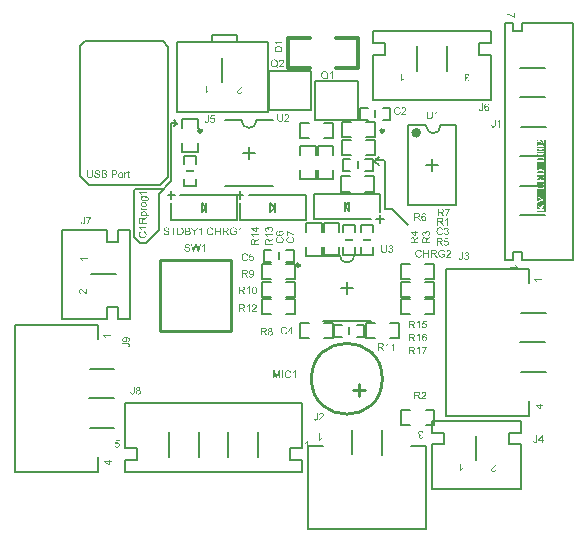
<source format=gbr>
G04*
G04 #@! TF.GenerationSoftware,Altium Limited,Altium Designer,22.4.2 (48)*
G04*
G04 Layer_Color=65535*
%FSLAX25Y25*%
%MOIN*%
G70*
G04*
G04 #@! TF.SameCoordinates,BD52291B-EC81-4074-921C-677567915CDC*
G04*
G04*
G04 #@! TF.FilePolarity,Positive*
G04*
G01*
G75*
%ADD10C,0.00787*%
%ADD11C,0.01181*%
%ADD12C,0.00591*%
%ADD13C,0.01575*%
%ADD14C,0.01000*%
%ADD15C,0.00600*%
%ADD16C,0.00700*%
%ADD17C,0.01200*%
%ADD18C,0.00800*%
%ADD19R,0.03000X0.01000*%
%ADD20R,0.01000X0.03000*%
G36*
X68468Y115962D02*
Y115957D01*
Y115945D01*
Y115925D01*
X68466Y115898D01*
Y115866D01*
X68463Y115829D01*
X68461Y115787D01*
X68458Y115743D01*
X68454Y115697D01*
X68446Y115647D01*
X68431Y115546D01*
X68412Y115448D01*
X68397Y115401D01*
X68382Y115357D01*
Y115355D01*
X68377Y115347D01*
X68372Y115335D01*
X68365Y115320D01*
X68355Y115300D01*
X68343Y115278D01*
X68328Y115254D01*
X68311Y115227D01*
X68291Y115199D01*
X68269Y115170D01*
X68242Y115140D01*
X68215Y115109D01*
X68183Y115079D01*
X68148Y115050D01*
X68112Y115020D01*
X68070Y114993D01*
X68067Y114990D01*
X68060Y114988D01*
X68048Y114981D01*
X68030Y114971D01*
X68006Y114961D01*
X67979Y114949D01*
X67949Y114936D01*
X67912Y114924D01*
X67873Y114912D01*
X67829Y114899D01*
X67779Y114887D01*
X67728Y114877D01*
X67671Y114867D01*
X67612Y114860D01*
X67548Y114858D01*
X67482Y114855D01*
X67447D01*
X67423Y114858D01*
X67393Y114860D01*
X67359Y114863D01*
X67319Y114865D01*
X67278Y114870D01*
X67231Y114877D01*
X67184Y114885D01*
X67088Y114907D01*
X67039Y114919D01*
X66992Y114936D01*
X66945Y114953D01*
X66901Y114976D01*
X66899Y114978D01*
X66891Y114981D01*
X66879Y114988D01*
X66864Y114998D01*
X66847Y115010D01*
X66825Y115027D01*
X66803Y115045D01*
X66778Y115067D01*
X66751Y115089D01*
X66724Y115116D01*
X66697Y115145D01*
X66672Y115177D01*
X66648Y115212D01*
X66623Y115249D01*
X66601Y115288D01*
X66581Y115330D01*
Y115332D01*
X66576Y115340D01*
X66572Y115355D01*
X66567Y115372D01*
X66559Y115396D01*
X66552Y115423D01*
X66542Y115458D01*
X66535Y115495D01*
X66525Y115539D01*
X66515Y115586D01*
X66508Y115637D01*
X66500Y115694D01*
X66495Y115755D01*
X66490Y115820D01*
X66486Y115888D01*
Y115962D01*
Y117419D01*
X66820D01*
Y115962D01*
Y115960D01*
Y115947D01*
Y115930D01*
Y115908D01*
X66822Y115881D01*
Y115851D01*
X66825Y115817D01*
X66827Y115780D01*
X66835Y115699D01*
X66845Y115620D01*
X66852Y115581D01*
X66859Y115544D01*
X66869Y115509D01*
X66879Y115478D01*
Y115475D01*
X66882Y115470D01*
X66887Y115463D01*
X66891Y115453D01*
X66906Y115423D01*
X66928Y115389D01*
X66958Y115352D01*
X66992Y115313D01*
X67036Y115273D01*
X67088Y115239D01*
X67091D01*
X67096Y115236D01*
X67103Y115232D01*
X67115Y115227D01*
X67130Y115219D01*
X67147Y115212D01*
X67167Y115205D01*
X67189Y115197D01*
X67216Y115190D01*
X67243Y115182D01*
X67305Y115168D01*
X67376Y115158D01*
X67452Y115155D01*
X67487D01*
X67511Y115158D01*
X67543Y115160D01*
X67578Y115165D01*
X67615Y115170D01*
X67656Y115175D01*
X67743Y115195D01*
X67784Y115209D01*
X67829Y115224D01*
X67870Y115244D01*
X67910Y115266D01*
X67944Y115291D01*
X67976Y115320D01*
X67979Y115323D01*
X67984Y115328D01*
X67991Y115340D01*
X68001Y115355D01*
X68013Y115374D01*
X68025Y115399D01*
X68040Y115428D01*
X68055Y115463D01*
X68070Y115505D01*
X68085Y115551D01*
X68097Y115603D01*
X68109Y115662D01*
X68119Y115726D01*
X68126Y115797D01*
X68131Y115876D01*
X68134Y115962D01*
Y117419D01*
X68468D01*
Y115962D01*
D02*
G37*
G36*
X69767Y117426D02*
X69794D01*
X69824Y117423D01*
X69858Y117419D01*
X69898Y117411D01*
X69942Y117404D01*
X69986Y117391D01*
X70033Y117379D01*
X70082Y117362D01*
X70129Y117342D01*
X70178Y117320D01*
X70222Y117293D01*
X70266Y117261D01*
X70308Y117227D01*
X70311Y117224D01*
X70318Y117217D01*
X70328Y117207D01*
X70340Y117190D01*
X70358Y117170D01*
X70375Y117148D01*
X70394Y117121D01*
X70414Y117089D01*
X70434Y117054D01*
X70454Y117015D01*
X70471Y116976D01*
X70488Y116931D01*
X70500Y116885D01*
X70510Y116833D01*
X70517Y116781D01*
X70520Y116727D01*
Y116725D01*
Y116720D01*
Y116712D01*
Y116703D01*
X70517Y116688D01*
Y116673D01*
X70512Y116634D01*
X70505Y116589D01*
X70493Y116538D01*
X70478Y116484D01*
X70456Y116429D01*
Y116427D01*
X70454Y116422D01*
X70449Y116415D01*
X70444Y116405D01*
X70436Y116390D01*
X70429Y116375D01*
X70407Y116336D01*
X70380Y116292D01*
X70343Y116238D01*
X70301Y116181D01*
X70249Y116122D01*
X70247Y116120D01*
X70242Y116115D01*
X70235Y116105D01*
X70222Y116093D01*
X70205Y116075D01*
X70188Y116056D01*
X70163Y116033D01*
X70136Y116006D01*
X70107Y115977D01*
X70070Y115943D01*
X70033Y115906D01*
X69989Y115866D01*
X69942Y115824D01*
X69890Y115778D01*
X69834Y115731D01*
X69775Y115679D01*
X69772Y115677D01*
X69762Y115669D01*
X69748Y115657D01*
X69730Y115642D01*
X69708Y115623D01*
X69683Y115601D01*
X69625Y115551D01*
X69565Y115500D01*
X69506Y115448D01*
X69479Y115423D01*
X69455Y115399D01*
X69433Y115379D01*
X69415Y115362D01*
X69413Y115359D01*
X69403Y115347D01*
X69388Y115330D01*
X69369Y115310D01*
X69349Y115283D01*
X69327Y115256D01*
X69305Y115227D01*
X69285Y115195D01*
X70522D01*
Y114897D01*
X68857D01*
Y114899D01*
Y114902D01*
Y114917D01*
Y114936D01*
X68859Y114966D01*
X68864Y114998D01*
X68869Y115035D01*
X68879Y115072D01*
X68891Y115111D01*
Y115113D01*
X68894Y115118D01*
X68899Y115128D01*
X68904Y115140D01*
X68911Y115155D01*
X68918Y115173D01*
X68941Y115217D01*
X68970Y115268D01*
X69004Y115325D01*
X69046Y115384D01*
X69096Y115446D01*
X69098Y115448D01*
X69103Y115453D01*
X69110Y115463D01*
X69123Y115475D01*
X69137Y115490D01*
X69155Y115509D01*
X69174Y115532D01*
X69199Y115556D01*
X69226Y115581D01*
X69256Y115610D01*
X69290Y115642D01*
X69324Y115677D01*
X69364Y115711D01*
X69406Y115748D01*
X69452Y115787D01*
X69499Y115827D01*
X69504Y115832D01*
X69516Y115842D01*
X69538Y115859D01*
X69565Y115883D01*
X69600Y115910D01*
X69637Y115945D01*
X69679Y115982D01*
X69723Y116021D01*
X69816Y116107D01*
X69907Y116196D01*
X69949Y116240D01*
X69989Y116284D01*
X70025Y116324D01*
X70055Y116363D01*
X70057Y116366D01*
X70062Y116373D01*
X70070Y116383D01*
X70077Y116398D01*
X70089Y116415D01*
X70102Y116435D01*
X70114Y116459D01*
X70129Y116484D01*
X70156Y116540D01*
X70180Y116602D01*
X70188Y116636D01*
X70195Y116668D01*
X70200Y116703D01*
X70203Y116735D01*
Y116737D01*
Y116742D01*
Y116752D01*
X70200Y116767D01*
X70198Y116781D01*
X70195Y116799D01*
X70185Y116843D01*
X70171Y116892D01*
X70146Y116944D01*
X70131Y116968D01*
X70114Y116995D01*
X70094Y117020D01*
X70070Y117045D01*
X70067Y117047D01*
X70065Y117050D01*
X70055Y117057D01*
X70045Y117064D01*
X70033Y117074D01*
X70016Y117084D01*
X69998Y117096D01*
X69976Y117109D01*
X69954Y117121D01*
X69927Y117133D01*
X69868Y117153D01*
X69802Y117168D01*
X69765Y117170D01*
X69725Y117173D01*
X69703D01*
X69688Y117170D01*
X69669Y117168D01*
X69647Y117165D01*
X69622Y117160D01*
X69597Y117155D01*
X69538Y117140D01*
X69479Y117116D01*
X69450Y117101D01*
X69420Y117081D01*
X69393Y117062D01*
X69366Y117037D01*
X69364Y117035D01*
X69361Y117032D01*
X69354Y117022D01*
X69346Y117013D01*
X69337Y117000D01*
X69324Y116983D01*
X69312Y116963D01*
X69300Y116941D01*
X69288Y116917D01*
X69275Y116890D01*
X69265Y116858D01*
X69253Y116826D01*
X69246Y116791D01*
X69238Y116752D01*
X69236Y116712D01*
X69233Y116668D01*
X68916Y116700D01*
Y116705D01*
X68918Y116715D01*
X68921Y116735D01*
X68923Y116759D01*
X68931Y116789D01*
X68938Y116823D01*
X68948Y116860D01*
X68958Y116902D01*
X68973Y116944D01*
X68990Y116988D01*
X69010Y117032D01*
X69032Y117079D01*
X69059Y117123D01*
X69088Y117165D01*
X69123Y117204D01*
X69160Y117241D01*
X69162Y117244D01*
X69169Y117249D01*
X69182Y117259D01*
X69199Y117271D01*
X69221Y117286D01*
X69246Y117300D01*
X69278Y117318D01*
X69312Y117335D01*
X69351Y117352D01*
X69393Y117369D01*
X69440Y117384D01*
X69492Y117399D01*
X69546Y117411D01*
X69605Y117421D01*
X69666Y117426D01*
X69733Y117428D01*
X69750D01*
X69767Y117426D01*
D02*
G37*
G36*
X22916Y79483D02*
X20945D01*
Y79480D01*
X20950Y79478D01*
X20955Y79471D01*
X20962Y79463D01*
X20984Y79439D01*
X21012Y79404D01*
X21043Y79362D01*
X21080Y79311D01*
X21120Y79252D01*
X21159Y79188D01*
Y79185D01*
X21164Y79180D01*
X21169Y79171D01*
X21176Y79158D01*
X21186Y79141D01*
X21196Y79124D01*
X21218Y79079D01*
X21243Y79030D01*
X21270Y78976D01*
X21294Y78920D01*
X21317Y78865D01*
X21019D01*
X21016Y78868D01*
X21014Y78878D01*
X21007Y78890D01*
X20997Y78910D01*
X20984Y78932D01*
X20970Y78956D01*
X20955Y78986D01*
X20935Y79018D01*
X20893Y79089D01*
X20842Y79166D01*
X20785Y79242D01*
X20724Y79318D01*
X20721Y79321D01*
X20716Y79325D01*
X20706Y79338D01*
X20694Y79350D01*
X20677Y79365D01*
X20660Y79384D01*
X20638Y79404D01*
X20615Y79426D01*
X20564Y79471D01*
X20507Y79515D01*
X20446Y79557D01*
X20416Y79576D01*
X20384Y79591D01*
Y79793D01*
X22916D01*
Y79483D01*
D02*
G37*
G36*
X22133Y78337D02*
X22155Y78329D01*
X22182Y78322D01*
X22217Y78310D01*
X22256Y78295D01*
X22300Y78275D01*
X22347Y78255D01*
X22399Y78231D01*
X22451Y78204D01*
X22502Y78172D01*
X22554Y78137D01*
X22605Y78098D01*
X22655Y78058D01*
X22702Y78012D01*
X22743Y77963D01*
X22746Y77960D01*
X22753Y77950D01*
X22763Y77935D01*
X22778Y77913D01*
X22793Y77886D01*
X22810Y77854D01*
X22829Y77817D01*
X22849Y77778D01*
X22871Y77731D01*
X22888Y77680D01*
X22908Y77626D01*
X22923Y77566D01*
X22938Y77503D01*
X22948Y77439D01*
X22955Y77367D01*
X22957Y77296D01*
Y77257D01*
X22955Y77227D01*
X22952Y77193D01*
X22948Y77153D01*
X22943Y77109D01*
X22938Y77060D01*
X22928Y77008D01*
X22918Y76954D01*
X22903Y76900D01*
X22888Y76843D01*
X22869Y76789D01*
X22847Y76733D01*
X22822Y76681D01*
X22793Y76632D01*
X22790Y76629D01*
X22785Y76622D01*
X22775Y76607D01*
X22761Y76590D01*
X22746Y76568D01*
X22724Y76546D01*
X22699Y76519D01*
X22670Y76489D01*
X22637Y76457D01*
X22603Y76425D01*
X22564Y76393D01*
X22519Y76361D01*
X22473Y76332D01*
X22423Y76300D01*
X22369Y76273D01*
X22313Y76245D01*
X22308Y76243D01*
X22298Y76241D01*
X22281Y76233D01*
X22259Y76226D01*
X22229Y76216D01*
X22195Y76204D01*
X22155Y76191D01*
X22111Y76179D01*
X22062Y76167D01*
X22010Y76155D01*
X21954Y76145D01*
X21895Y76132D01*
X21833Y76125D01*
X21769Y76118D01*
X21703Y76115D01*
X21636Y76113D01*
X21631D01*
X21619D01*
X21597D01*
X21570Y76115D01*
X21535Y76118D01*
X21496Y76120D01*
X21452Y76125D01*
X21403Y76132D01*
X21351Y76140D01*
X21297Y76150D01*
X21238Y76162D01*
X21181Y76177D01*
X21122Y76194D01*
X21063Y76214D01*
X21007Y76236D01*
X20950Y76263D01*
X20947Y76265D01*
X20938Y76270D01*
X20920Y76278D01*
X20901Y76290D01*
X20876Y76307D01*
X20849Y76324D01*
X20817Y76346D01*
X20783Y76373D01*
X20748Y76401D01*
X20711Y76433D01*
X20674Y76469D01*
X20638Y76506D01*
X20601Y76548D01*
X20566Y76592D01*
X20532Y76639D01*
X20502Y76691D01*
X20500Y76693D01*
X20495Y76703D01*
X20488Y76718D01*
X20478Y76740D01*
X20468Y76765D01*
X20453Y76797D01*
X20441Y76831D01*
X20426Y76873D01*
X20411Y76915D01*
X20399Y76961D01*
X20384Y77013D01*
X20374Y77067D01*
X20365Y77124D01*
X20357Y77180D01*
X20352Y77242D01*
X20350Y77303D01*
Y77340D01*
X20352Y77367D01*
X20355Y77399D01*
X20360Y77436D01*
X20367Y77478D01*
X20374Y77525D01*
X20384Y77571D01*
X20396Y77623D01*
X20414Y77677D01*
X20431Y77729D01*
X20453Y77783D01*
X20480Y77837D01*
X20510Y77889D01*
X20544Y77938D01*
X20547Y77940D01*
X20554Y77950D01*
X20564Y77963D01*
X20579Y77980D01*
X20598Y78002D01*
X20623Y78024D01*
X20652Y78051D01*
X20684Y78081D01*
X20721Y78110D01*
X20761Y78140D01*
X20805Y78169D01*
X20854Y78199D01*
X20906Y78228D01*
X20962Y78255D01*
X21021Y78277D01*
X21085Y78300D01*
X21161Y77970D01*
X21159D01*
X21149Y77965D01*
X21135Y77960D01*
X21117Y77953D01*
X21095Y77945D01*
X21068Y77933D01*
X21041Y77921D01*
X21009Y77906D01*
X20945Y77869D01*
X20879Y77825D01*
X20817Y77773D01*
X20788Y77744D01*
X20763Y77714D01*
X20761Y77712D01*
X20758Y77707D01*
X20751Y77697D01*
X20743Y77685D01*
X20733Y77667D01*
X20724Y77648D01*
X20711Y77626D01*
X20699Y77599D01*
X20687Y77571D01*
X20674Y77539D01*
X20665Y77505D01*
X20655Y77468D01*
X20640Y77387D01*
X20638Y77343D01*
X20635Y77296D01*
Y77269D01*
X20638Y77247D01*
X20640Y77222D01*
X20642Y77193D01*
X20647Y77161D01*
X20652Y77126D01*
X20670Y77047D01*
X20679Y77008D01*
X20694Y76966D01*
X20711Y76927D01*
X20729Y76885D01*
X20751Y76846D01*
X20775Y76809D01*
X20778Y76806D01*
X20783Y76802D01*
X20790Y76792D01*
X20800Y76777D01*
X20815Y76762D01*
X20832Y76742D01*
X20852Y76723D01*
X20874Y76703D01*
X20901Y76679D01*
X20928Y76656D01*
X20960Y76634D01*
X20994Y76612D01*
X21029Y76590D01*
X21068Y76570D01*
X21107Y76553D01*
X21152Y76536D01*
X21154D01*
X21161Y76533D01*
X21174Y76528D01*
X21191Y76524D01*
X21213Y76519D01*
X21238Y76511D01*
X21267Y76504D01*
X21299Y76496D01*
X21334Y76489D01*
X21373Y76482D01*
X21454Y76469D01*
X21543Y76459D01*
X21634Y76457D01*
X21636D01*
X21649D01*
X21666D01*
X21688Y76459D01*
X21715D01*
X21749Y76462D01*
X21784Y76464D01*
X21826Y76469D01*
X21868Y76474D01*
X21912Y76479D01*
X22008Y76496D01*
X22104Y76519D01*
X22197Y76551D01*
X22200D01*
X22207Y76556D01*
X22219Y76560D01*
X22237Y76568D01*
X22256Y76578D01*
X22278Y76590D01*
X22330Y76622D01*
X22389Y76664D01*
X22448Y76713D01*
X22505Y76772D01*
X22529Y76806D01*
X22554Y76841D01*
X22556Y76843D01*
X22559Y76851D01*
X22564Y76860D01*
X22571Y76875D01*
X22581Y76893D01*
X22591Y76915D01*
X22601Y76939D01*
X22613Y76969D01*
X22623Y76998D01*
X22635Y77033D01*
X22652Y77104D01*
X22667Y77185D01*
X22670Y77227D01*
X22672Y77269D01*
Y77296D01*
X22670Y77316D01*
X22667Y77340D01*
X22665Y77367D01*
X22660Y77399D01*
X22652Y77434D01*
X22633Y77508D01*
X22620Y77547D01*
X22605Y77589D01*
X22586Y77628D01*
X22564Y77667D01*
X22539Y77707D01*
X22512Y77744D01*
X22510Y77746D01*
X22505Y77751D01*
X22495Y77763D01*
X22482Y77776D01*
X22465Y77790D01*
X22443Y77810D01*
X22419Y77830D01*
X22391Y77849D01*
X22359Y77872D01*
X22323Y77894D01*
X22283Y77916D01*
X22242Y77938D01*
X22195Y77958D01*
X22143Y77975D01*
X22089Y77992D01*
X22032Y78007D01*
X22116Y78341D01*
X22121D01*
X22133Y78337D01*
D02*
G37*
G36*
X22941Y91223D02*
X20971D01*
Y91220D01*
X20976Y91218D01*
X20981Y91211D01*
X20988Y91203D01*
X21010Y91179D01*
X21037Y91144D01*
X21069Y91102D01*
X21106Y91051D01*
X21146Y90992D01*
X21185Y90928D01*
Y90925D01*
X21190Y90920D01*
X21195Y90911D01*
X21202Y90898D01*
X21212Y90881D01*
X21222Y90864D01*
X21244Y90819D01*
X21269Y90770D01*
X21296Y90716D01*
X21320Y90660D01*
X21342Y90605D01*
X21045D01*
X21042Y90608D01*
X21040Y90618D01*
X21033Y90630D01*
X21023Y90650D01*
X21010Y90672D01*
X20996Y90697D01*
X20981Y90726D01*
X20961Y90758D01*
X20919Y90829D01*
X20868Y90906D01*
X20811Y90982D01*
X20750Y91058D01*
X20747Y91061D01*
X20742Y91065D01*
X20732Y91078D01*
X20720Y91090D01*
X20703Y91105D01*
X20686Y91124D01*
X20663Y91144D01*
X20641Y91166D01*
X20590Y91211D01*
X20533Y91255D01*
X20472Y91297D01*
X20442Y91316D01*
X20410Y91331D01*
Y91533D01*
X22941D01*
Y91223D01*
D02*
G37*
G36*
X22764Y89983D02*
X22799D01*
X22841Y89981D01*
X22882Y89978D01*
X22929Y89976D01*
X23030Y89963D01*
X23128Y89949D01*
X23178Y89939D01*
X23222Y89926D01*
X23261Y89912D01*
X23298Y89897D01*
X23301D01*
X23305Y89892D01*
X23315Y89887D01*
X23328Y89880D01*
X23342Y89872D01*
X23360Y89860D01*
X23402Y89830D01*
X23446Y89791D01*
X23493Y89744D01*
X23539Y89688D01*
X23581Y89621D01*
Y89619D01*
X23586Y89614D01*
X23591Y89602D01*
X23598Y89587D01*
X23606Y89570D01*
X23613Y89548D01*
X23623Y89523D01*
X23633Y89494D01*
X23642Y89461D01*
X23652Y89427D01*
X23660Y89388D01*
X23667Y89348D01*
X23674Y89304D01*
X23679Y89257D01*
X23684Y89159D01*
Y89127D01*
X23682Y89105D01*
X23679Y89078D01*
X23677Y89046D01*
X23672Y89009D01*
X23665Y88972D01*
X23648Y88888D01*
X23635Y88844D01*
X23623Y88800D01*
X23606Y88756D01*
X23586Y88714D01*
X23564Y88672D01*
X23537Y88633D01*
X23534Y88630D01*
X23529Y88625D01*
X23522Y88613D01*
X23510Y88600D01*
X23493Y88586D01*
X23475Y88569D01*
X23453Y88551D01*
X23426Y88532D01*
X23396Y88514D01*
X23365Y88497D01*
X23328Y88480D01*
X23288Y88465D01*
X23244Y88453D01*
X23197Y88446D01*
X23148Y88438D01*
X23094D01*
X23138Y88738D01*
X23141D01*
X23143D01*
X23151Y88741D01*
X23160Y88743D01*
X23185Y88748D01*
X23214Y88758D01*
X23249Y88773D01*
X23281Y88790D01*
X23313Y88812D01*
X23340Y88842D01*
Y88844D01*
X23345Y88846D01*
X23347Y88854D01*
X23355Y88864D01*
X23360Y88874D01*
X23367Y88888D01*
X23384Y88925D01*
X23402Y88969D01*
X23414Y89024D01*
X23424Y89085D01*
X23428Y89157D01*
Y89176D01*
X23426Y89193D01*
Y89211D01*
X23424Y89230D01*
X23416Y89280D01*
X23406Y89334D01*
X23392Y89388D01*
X23370Y89442D01*
X23340Y89489D01*
Y89491D01*
X23335Y89494D01*
X23325Y89508D01*
X23305Y89528D01*
X23279Y89552D01*
X23244Y89580D01*
X23202Y89607D01*
X23153Y89629D01*
X23099Y89648D01*
X23094D01*
X23089Y89651D01*
X23079Y89653D01*
X23067D01*
X23052Y89656D01*
X23035Y89658D01*
X23015Y89661D01*
X22991Y89663D01*
X22961Y89666D01*
X22929D01*
X22892Y89668D01*
X22853Y89671D01*
X22806D01*
X22757D01*
X22703D01*
X22705Y89668D01*
X22713Y89661D01*
X22725Y89651D01*
X22740Y89634D01*
X22757Y89614D01*
X22779Y89589D01*
X22799Y89562D01*
X22821Y89530D01*
X22846Y89496D01*
X22865Y89457D01*
X22885Y89415D01*
X22905Y89371D01*
X22919Y89324D01*
X22932Y89272D01*
X22939Y89220D01*
X22941Y89164D01*
Y89147D01*
X22939Y89127D01*
X22937Y89102D01*
X22934Y89070D01*
X22927Y89034D01*
X22919Y88994D01*
X22907Y88950D01*
X22892Y88903D01*
X22875Y88856D01*
X22853Y88807D01*
X22828Y88760D01*
X22796Y88711D01*
X22759Y88665D01*
X22718Y88623D01*
X22671Y88581D01*
X22668Y88578D01*
X22659Y88571D01*
X22644Y88561D01*
X22622Y88549D01*
X22597Y88534D01*
X22565Y88517D01*
X22528Y88497D01*
X22486Y88480D01*
X22442Y88460D01*
X22390Y88441D01*
X22339Y88423D01*
X22280Y88409D01*
X22221Y88396D01*
X22157Y88386D01*
X22088Y88379D01*
X22019Y88377D01*
X22016D01*
X22007D01*
X21994D01*
X21975Y88379D01*
X21950D01*
X21923Y88382D01*
X21893Y88384D01*
X21859Y88389D01*
X21822Y88394D01*
X21785Y88399D01*
X21704Y88416D01*
X21618Y88438D01*
X21534Y88470D01*
X21532D01*
X21524Y88475D01*
X21512Y88480D01*
X21497Y88487D01*
X21480Y88497D01*
X21458Y88510D01*
X21409Y88542D01*
X21352Y88581D01*
X21296Y88628D01*
X21242Y88682D01*
X21192Y88746D01*
X21190Y88748D01*
X21188Y88753D01*
X21180Y88763D01*
X21173Y88778D01*
X21165Y88795D01*
X21153Y88815D01*
X21143Y88839D01*
X21131Y88866D01*
X21121Y88896D01*
X21109Y88928D01*
X21099Y88962D01*
X21091Y88999D01*
X21077Y89080D01*
X21074Y89122D01*
X21072Y89166D01*
Y89181D01*
X21074Y89198D01*
X21077Y89220D01*
X21079Y89248D01*
X21087Y89280D01*
X21094Y89316D01*
X21104Y89356D01*
X21119Y89395D01*
X21136Y89439D01*
X21156Y89484D01*
X21182Y89528D01*
X21212Y89572D01*
X21247Y89617D01*
X21286Y89661D01*
X21333Y89700D01*
X21114D01*
Y89986D01*
X22695D01*
X22700D01*
X22715D01*
X22735D01*
X22764Y89983D01*
D02*
G37*
G36*
X22061Y88131D02*
X22090D01*
X22125Y88128D01*
X22162Y88123D01*
X22203Y88121D01*
X22292Y88108D01*
X22386Y88089D01*
X22477Y88062D01*
X22518Y88047D01*
X22558Y88027D01*
X22560D01*
X22568Y88022D01*
X22577Y88017D01*
X22590Y88008D01*
X22607Y87998D01*
X22627Y87983D01*
X22673Y87949D01*
X22723Y87904D01*
X22777Y87853D01*
X22826Y87789D01*
X22873Y87717D01*
Y87715D01*
X22877Y87708D01*
X22882Y87698D01*
X22890Y87683D01*
X22897Y87663D01*
X22907Y87641D01*
X22917Y87616D01*
X22927Y87587D01*
X22939Y87555D01*
X22949Y87521D01*
X22966Y87447D01*
X22978Y87366D01*
X22981Y87321D01*
X22983Y87277D01*
Y87260D01*
X22981Y87240D01*
X22978Y87213D01*
X22976Y87181D01*
X22971Y87144D01*
X22964Y87102D01*
X22951Y87058D01*
X22939Y87009D01*
X22924Y86960D01*
X22902Y86908D01*
X22880Y86856D01*
X22850Y86805D01*
X22818Y86753D01*
X22782Y86706D01*
X22737Y86660D01*
X22735Y86657D01*
X22725Y86650D01*
X22713Y86638D01*
X22691Y86623D01*
X22666Y86606D01*
X22634Y86586D01*
X22600Y86564D01*
X22555Y86541D01*
X22509Y86519D01*
X22457Y86497D01*
X22398Y86478D01*
X22334Y86460D01*
X22265Y86446D01*
X22191Y86433D01*
X22112Y86426D01*
X22029Y86423D01*
X22026D01*
X22024D01*
X22016D01*
X22007D01*
X21980Y86426D01*
X21945Y86428D01*
X21903Y86433D01*
X21854Y86438D01*
X21800Y86448D01*
X21743Y86458D01*
X21684Y86473D01*
X21620Y86492D01*
X21559Y86514D01*
X21497Y86541D01*
X21436Y86573D01*
X21379Y86610D01*
X21325Y86655D01*
X21276Y86704D01*
X21274Y86706D01*
X21266Y86714D01*
X21256Y86729D01*
X21244Y86746D01*
X21229Y86768D01*
X21212Y86797D01*
X21192Y86829D01*
X21173Y86864D01*
X21156Y86903D01*
X21136Y86947D01*
X21119Y86994D01*
X21104Y87046D01*
X21091Y87100D01*
X21082Y87156D01*
X21074Y87216D01*
X21072Y87277D01*
Y87294D01*
X21074Y87314D01*
X21077Y87339D01*
X21079Y87371D01*
X21084Y87410D01*
X21091Y87449D01*
X21104Y87496D01*
X21116Y87543D01*
X21133Y87592D01*
X21153Y87644D01*
X21178Y87695D01*
X21205Y87747D01*
X21239Y87796D01*
X21276Y87845D01*
X21320Y87892D01*
X21323Y87894D01*
X21333Y87902D01*
X21345Y87914D01*
X21365Y87929D01*
X21392Y87949D01*
X21421Y87968D01*
X21456Y87990D01*
X21497Y88013D01*
X21544Y88035D01*
X21596Y88057D01*
X21650Y88077D01*
X21711Y88096D01*
X21778Y88111D01*
X21847Y88123D01*
X21923Y88131D01*
X22002Y88133D01*
X22007D01*
X22016D01*
X22036D01*
X22061Y88131D01*
D02*
G37*
G36*
X21461Y86244D02*
X21458Y86239D01*
X21451Y86224D01*
X21438Y86202D01*
X21426Y86172D01*
X21414Y86138D01*
X21402Y86101D01*
X21394Y86059D01*
X21392Y86018D01*
Y86000D01*
X21394Y85981D01*
X21399Y85956D01*
X21406Y85929D01*
X21419Y85900D01*
X21433Y85868D01*
X21453Y85835D01*
X21456Y85833D01*
X21465Y85823D01*
X21478Y85808D01*
X21497Y85791D01*
X21522Y85772D01*
X21552Y85752D01*
X21584Y85735D01*
X21623Y85720D01*
X21625D01*
X21630Y85717D01*
X21640Y85715D01*
X21652Y85712D01*
X21667Y85708D01*
X21684Y85705D01*
X21707Y85700D01*
X21729Y85695D01*
X21783Y85685D01*
X21844Y85678D01*
X21913Y85673D01*
X21984Y85671D01*
X22941D01*
Y85361D01*
X21114D01*
Y85639D01*
X21392D01*
X21389Y85641D01*
X21384Y85644D01*
X21374Y85649D01*
X21360Y85656D01*
X21345Y85666D01*
X21328Y85678D01*
X21286Y85703D01*
X21244Y85732D01*
X21202Y85767D01*
X21165Y85801D01*
X21148Y85818D01*
X21136Y85835D01*
X21133Y85840D01*
X21126Y85853D01*
X21116Y85870D01*
X21104Y85895D01*
X21091Y85924D01*
X21082Y85958D01*
X21074Y85995D01*
X21072Y86035D01*
Y86049D01*
X21074Y86062D01*
Y86077D01*
X21077Y86094D01*
X21084Y86133D01*
X21096Y86182D01*
X21114Y86237D01*
X21138Y86293D01*
X21173Y86355D01*
X21461Y86244D01*
D02*
G37*
G36*
X22061Y84989D02*
X22085D01*
X22115Y84987D01*
X22147Y84984D01*
X22181Y84979D01*
X22221Y84974D01*
X22260Y84967D01*
X22346Y84950D01*
X22435Y84925D01*
X22521Y84891D01*
X22523D01*
X22531Y84886D01*
X22543Y84881D01*
X22558Y84871D01*
X22577Y84861D01*
X22597Y84849D01*
X22649Y84817D01*
X22703Y84775D01*
X22759Y84726D01*
X22816Y84667D01*
X22865Y84598D01*
X22868Y84596D01*
X22870Y84591D01*
X22875Y84578D01*
X22882Y84566D01*
X22892Y84547D01*
X22902Y84527D01*
X22912Y84502D01*
X22924Y84475D01*
X22934Y84446D01*
X22946Y84416D01*
X22964Y84347D01*
X22978Y84273D01*
X22981Y84234D01*
X22983Y84195D01*
Y84168D01*
X22981Y84155D01*
Y84138D01*
X22976Y84101D01*
X22968Y84059D01*
X22956Y84013D01*
X22941Y83963D01*
X22919Y83917D01*
Y83914D01*
X22917Y83912D01*
X22907Y83897D01*
X22895Y83875D01*
X22875Y83845D01*
X22850Y83813D01*
X22823Y83779D01*
X22791Y83747D01*
X22754Y83715D01*
X23642D01*
Y83405D01*
X21114D01*
Y83688D01*
X21350D01*
X21345Y83693D01*
X21340Y83698D01*
X21330Y83705D01*
X21303Y83725D01*
X21274Y83752D01*
X21239Y83786D01*
X21205Y83823D01*
X21173Y83865D01*
X21143Y83912D01*
Y83914D01*
X21141Y83917D01*
X21136Y83924D01*
X21131Y83934D01*
X21126Y83946D01*
X21121Y83961D01*
X21106Y83998D01*
X21094Y84042D01*
X21082Y84094D01*
X21074Y84153D01*
X21072Y84217D01*
Y84239D01*
X21074Y84256D01*
Y84276D01*
X21079Y84301D01*
X21082Y84328D01*
X21087Y84357D01*
X21101Y84421D01*
X21124Y84490D01*
X21136Y84524D01*
X21153Y84559D01*
X21170Y84593D01*
X21192Y84628D01*
X21195Y84630D01*
X21197Y84635D01*
X21205Y84645D01*
X21215Y84657D01*
X21227Y84672D01*
X21242Y84689D01*
X21259Y84709D01*
X21281Y84728D01*
X21303Y84751D01*
X21328Y84773D01*
X21357Y84795D01*
X21387Y84817D01*
X21421Y84839D01*
X21456Y84861D01*
X21534Y84898D01*
X21537D01*
X21544Y84903D01*
X21556Y84908D01*
X21574Y84913D01*
X21593Y84920D01*
X21618Y84928D01*
X21645Y84935D01*
X21677Y84945D01*
X21711Y84955D01*
X21748Y84962D01*
X21788Y84970D01*
X21829Y84977D01*
X21918Y84987D01*
X22014Y84992D01*
X22016D01*
X22026D01*
X22041D01*
X22061Y84989D01*
D02*
G37*
G36*
X22941Y82709D02*
X22418Y82374D01*
X22415Y82372D01*
X22408Y82367D01*
X22395Y82359D01*
X22381Y82350D01*
X22361Y82337D01*
X22339Y82323D01*
X22289Y82291D01*
X22233Y82251D01*
X22176Y82212D01*
X22120Y82170D01*
X22095Y82153D01*
X22071Y82133D01*
X22068D01*
X22066Y82128D01*
X22051Y82118D01*
X22029Y82099D01*
X22004Y82077D01*
X21977Y82050D01*
X21950Y82023D01*
X21923Y81993D01*
X21903Y81963D01*
X21901Y81961D01*
X21896Y81951D01*
X21886Y81936D01*
X21876Y81917D01*
X21864Y81895D01*
X21854Y81870D01*
X21842Y81843D01*
X21834Y81813D01*
Y81811D01*
X21832Y81804D01*
X21829Y81789D01*
X21827Y81769D01*
Y81744D01*
X21825Y81713D01*
X21822Y81673D01*
Y81243D01*
X22941D01*
Y80908D01*
X20420D01*
Y82082D01*
X20422Y82109D01*
Y82141D01*
X20425Y82178D01*
X20427Y82214D01*
X20437Y82298D01*
X20449Y82384D01*
X20467Y82465D01*
X20477Y82502D01*
X20489Y82537D01*
Y82539D01*
X20491Y82544D01*
X20496Y82554D01*
X20501Y82566D01*
X20511Y82581D01*
X20521Y82598D01*
X20545Y82638D01*
X20577Y82682D01*
X20619Y82728D01*
X20671Y82775D01*
X20730Y82817D01*
X20732Y82819D01*
X20737Y82822D01*
X20747Y82827D01*
X20759Y82834D01*
X20777Y82842D01*
X20796Y82851D01*
X20816Y82861D01*
X20841Y82871D01*
X20897Y82888D01*
X20961Y82906D01*
X21033Y82918D01*
X21069Y82923D01*
X21109D01*
X21111D01*
X21121D01*
X21136D01*
X21153Y82920D01*
X21178Y82918D01*
X21202Y82913D01*
X21234Y82908D01*
X21266Y82901D01*
X21301Y82891D01*
X21338Y82881D01*
X21374Y82866D01*
X21414Y82849D01*
X21451Y82829D01*
X21490Y82805D01*
X21527Y82780D01*
X21561Y82748D01*
X21564Y82746D01*
X21569Y82741D01*
X21579Y82731D01*
X21591Y82716D01*
X21606Y82696D01*
X21623Y82674D01*
X21640Y82647D01*
X21660Y82615D01*
X21679Y82581D01*
X21699Y82542D01*
X21719Y82497D01*
X21738Y82448D01*
X21756Y82396D01*
X21770Y82340D01*
X21785Y82278D01*
X21795Y82212D01*
Y82214D01*
X21798Y82217D01*
X21802Y82224D01*
X21805Y82234D01*
X21820Y82259D01*
X21834Y82288D01*
X21854Y82320D01*
X21874Y82352D01*
X21898Y82384D01*
X21921Y82414D01*
X21923Y82416D01*
X21926Y82421D01*
X21935Y82428D01*
X21945Y82438D01*
X21957Y82450D01*
X21975Y82465D01*
X21992Y82482D01*
X22014Y82502D01*
X22063Y82544D01*
X22120Y82591D01*
X22186Y82640D01*
X22258Y82689D01*
X22941Y83125D01*
Y82709D01*
D02*
G37*
G36*
X43743Y115310D02*
Y115308D01*
Y115295D01*
Y115281D01*
Y115259D01*
X43740Y115231D01*
X43738Y115202D01*
X43735Y115167D01*
X43733Y115131D01*
X43723Y115052D01*
X43711Y114971D01*
X43691Y114892D01*
X43679Y114855D01*
X43664Y114821D01*
Y114818D01*
X43661Y114813D01*
X43657Y114803D01*
X43649Y114794D01*
X43642Y114779D01*
X43632Y114762D01*
X43605Y114722D01*
X43571Y114680D01*
X43529Y114636D01*
X43479Y114594D01*
X43420Y114557D01*
X43418D01*
X43413Y114552D01*
X43403Y114550D01*
X43391Y114543D01*
X43376Y114535D01*
X43356Y114528D01*
X43334Y114521D01*
X43310Y114513D01*
X43283Y114503D01*
X43253Y114496D01*
X43187Y114481D01*
X43113Y114471D01*
X43032Y114466D01*
X43017D01*
X43000Y114469D01*
X42978D01*
X42951Y114471D01*
X42919Y114476D01*
X42882Y114481D01*
X42845Y114491D01*
X42803Y114501D01*
X42761Y114513D01*
X42719Y114528D01*
X42678Y114548D01*
X42636Y114567D01*
X42596Y114594D01*
X42557Y114621D01*
X42523Y114656D01*
X42520Y114658D01*
X42515Y114666D01*
X42505Y114675D01*
X42496Y114690D01*
X42483Y114712D01*
X42468Y114734D01*
X42451Y114764D01*
X42437Y114798D01*
X42419Y114835D01*
X42404Y114877D01*
X42390Y114924D01*
X42377Y114976D01*
X42368Y115030D01*
X42360Y115089D01*
X42355Y115153D01*
Y115222D01*
X42655Y115263D01*
Y115261D01*
Y115251D01*
X42658Y115236D01*
Y115217D01*
X42660Y115194D01*
X42663Y115167D01*
X42668Y115138D01*
X42673Y115106D01*
X42685Y115042D01*
X42705Y114976D01*
X42717Y114946D01*
X42729Y114917D01*
X42744Y114892D01*
X42761Y114870D01*
X42766Y114865D01*
X42778Y114853D01*
X42801Y114835D01*
X42832Y114818D01*
X42869Y114798D01*
X42916Y114781D01*
X42970Y114769D01*
X42997Y114767D01*
X43029Y114764D01*
X43051D01*
X43074Y114767D01*
X43103Y114771D01*
X43137Y114779D01*
X43174Y114789D01*
X43211Y114801D01*
X43246Y114821D01*
X43251Y114823D01*
X43261Y114830D01*
X43275Y114843D01*
X43295Y114862D01*
X43317Y114885D01*
X43337Y114909D01*
X43356Y114941D01*
X43371Y114976D01*
X43374Y114980D01*
X43376Y114995D01*
X43381Y115005D01*
X43384Y115020D01*
X43386Y115035D01*
X43391Y115054D01*
X43393Y115074D01*
X43396Y115099D01*
X43401Y115123D01*
X43403Y115153D01*
X43406Y115182D01*
Y115217D01*
X43408Y115254D01*
Y115293D01*
Y117030D01*
X43743D01*
Y115310D01*
D02*
G37*
G36*
X45716Y116702D02*
X44705D01*
X44569Y116021D01*
X44572Y116024D01*
X44579Y116028D01*
X44591Y116036D01*
X44609Y116046D01*
X44628Y116058D01*
X44655Y116073D01*
X44682Y116085D01*
X44714Y116102D01*
X44749Y116117D01*
X44786Y116129D01*
X44867Y116156D01*
X44909Y116166D01*
X44953Y116174D01*
X45000Y116179D01*
X45046Y116181D01*
X45061D01*
X45079Y116179D01*
X45103D01*
X45130Y116174D01*
X45165Y116169D01*
X45202Y116161D01*
X45241Y116151D01*
X45283Y116139D01*
X45329Y116124D01*
X45376Y116107D01*
X45423Y116085D01*
X45470Y116058D01*
X45516Y116028D01*
X45561Y115992D01*
X45605Y115952D01*
X45607Y115950D01*
X45615Y115942D01*
X45627Y115928D01*
X45642Y115910D01*
X45659Y115888D01*
X45676Y115861D01*
X45698Y115829D01*
X45720Y115792D01*
X45740Y115753D01*
X45762Y115709D01*
X45780Y115659D01*
X45799Y115608D01*
X45812Y115551D01*
X45824Y115492D01*
X45831Y115428D01*
X45834Y115362D01*
Y115357D01*
Y115347D01*
X45831Y115330D01*
Y115305D01*
X45829Y115276D01*
X45824Y115241D01*
X45816Y115202D01*
X45809Y115160D01*
X45797Y115116D01*
X45785Y115067D01*
X45767Y115017D01*
X45748Y114968D01*
X45726Y114919D01*
X45698Y114867D01*
X45666Y114818D01*
X45632Y114771D01*
X45630Y114769D01*
X45620Y114759D01*
X45607Y114744D01*
X45588Y114725D01*
X45563Y114700D01*
X45534Y114675D01*
X45499Y114648D01*
X45460Y114619D01*
X45413Y114589D01*
X45364Y114562D01*
X45310Y114538D01*
X45251Y114513D01*
X45187Y114493D01*
X45120Y114479D01*
X45046Y114469D01*
X44970Y114466D01*
X44956D01*
X44938Y114469D01*
X44914D01*
X44884Y114471D01*
X44850Y114476D01*
X44813Y114484D01*
X44771Y114491D01*
X44727Y114501D01*
X44682Y114513D01*
X44636Y114528D01*
X44587Y114548D01*
X44540Y114570D01*
X44493Y114594D01*
X44449Y114624D01*
X44407Y114658D01*
X44405Y114661D01*
X44397Y114668D01*
X44387Y114678D01*
X44372Y114693D01*
X44355Y114712D01*
X44338Y114737D01*
X44316Y114764D01*
X44296Y114794D01*
X44274Y114828D01*
X44252Y114867D01*
X44232Y114909D01*
X44213Y114956D01*
X44195Y115005D01*
X44181Y115057D01*
X44168Y115111D01*
X44161Y115170D01*
X44486Y115197D01*
Y115194D01*
X44488Y115187D01*
X44491Y115175D01*
X44493Y115158D01*
X44498Y115138D01*
X44503Y115116D01*
X44520Y115062D01*
X44542Y115005D01*
X44569Y114946D01*
X44606Y114887D01*
X44628Y114862D01*
X44651Y114838D01*
X44653Y114835D01*
X44658Y114833D01*
X44665Y114828D01*
X44675Y114821D01*
X44687Y114811D01*
X44702Y114801D01*
X44741Y114779D01*
X44788Y114757D01*
X44842Y114739D01*
X44904Y114725D01*
X44936Y114722D01*
X44970Y114720D01*
X44992D01*
X45007Y114722D01*
X45027Y114725D01*
X45049Y114730D01*
X45074Y114734D01*
X45101Y114742D01*
X45162Y114762D01*
X45192Y114774D01*
X45224Y114791D01*
X45256Y114811D01*
X45288Y114833D01*
X45320Y114857D01*
X45349Y114887D01*
X45351Y114890D01*
X45357Y114894D01*
X45364Y114904D01*
X45374Y114919D01*
X45386Y114934D01*
X45398Y114956D01*
X45413Y114980D01*
X45428Y115008D01*
X45440Y115037D01*
X45455Y115071D01*
X45467Y115108D01*
X45480Y115148D01*
X45489Y115190D01*
X45497Y115236D01*
X45502Y115283D01*
X45504Y115335D01*
Y115337D01*
Y115347D01*
Y115359D01*
X45502Y115379D01*
X45499Y115401D01*
X45497Y115426D01*
X45492Y115455D01*
X45484Y115487D01*
X45467Y115554D01*
X45455Y115588D01*
X45440Y115623D01*
X45423Y115657D01*
X45403Y115691D01*
X45381Y115723D01*
X45354Y115753D01*
X45351Y115755D01*
X45347Y115760D01*
X45339Y115768D01*
X45327Y115778D01*
X45312Y115790D01*
X45295Y115802D01*
X45273Y115817D01*
X45251Y115832D01*
X45224Y115844D01*
X45194Y115859D01*
X45162Y115871D01*
X45128Y115883D01*
X45088Y115893D01*
X45049Y115901D01*
X45007Y115905D01*
X44963Y115908D01*
X44938D01*
X44923Y115905D01*
X44909D01*
X44872Y115901D01*
X44830Y115891D01*
X44786Y115878D01*
X44739Y115861D01*
X44692Y115839D01*
X44690D01*
X44687Y115837D01*
X44673Y115827D01*
X44651Y115812D01*
X44626Y115792D01*
X44594Y115765D01*
X44564Y115736D01*
X44532Y115701D01*
X44505Y115664D01*
X44215Y115701D01*
X44459Y116998D01*
X45716D01*
Y116702D01*
D02*
G37*
G36*
X43011Y124919D02*
X43013D01*
X43016Y124924D01*
X43023Y124929D01*
X43031Y124936D01*
X43055Y124959D01*
X43090Y124986D01*
X43131Y125018D01*
X43183Y125055D01*
X43242Y125094D01*
X43306Y125133D01*
X43309D01*
X43314Y125138D01*
X43323Y125143D01*
X43336Y125151D01*
X43353Y125160D01*
X43370Y125170D01*
X43414Y125192D01*
X43464Y125217D01*
X43518Y125244D01*
X43574Y125269D01*
X43628Y125291D01*
Y124993D01*
X43626Y124991D01*
X43616Y124988D01*
X43604Y124981D01*
X43584Y124971D01*
X43562Y124959D01*
X43537Y124944D01*
X43508Y124929D01*
X43476Y124909D01*
X43404Y124868D01*
X43328Y124816D01*
X43252Y124759D01*
X43176Y124698D01*
X43173Y124695D01*
X43168Y124690D01*
X43156Y124681D01*
X43144Y124668D01*
X43129Y124651D01*
X43109Y124634D01*
X43090Y124612D01*
X43067Y124590D01*
X43023Y124538D01*
X42979Y124481D01*
X42937Y124420D01*
X42917Y124390D01*
X42903Y124358D01*
X42701D01*
Y126890D01*
X43011D01*
Y124919D01*
D02*
G37*
G36*
X54826Y126587D02*
Y126585D01*
Y126570D01*
Y126550D01*
X54823Y126521D01*
X54818Y126489D01*
X54814Y126452D01*
X54804Y126415D01*
X54791Y126376D01*
Y126373D01*
X54789Y126368D01*
X54784Y126358D01*
X54779Y126346D01*
X54772Y126331D01*
X54764Y126314D01*
X54742Y126270D01*
X54713Y126218D01*
X54678Y126162D01*
X54637Y126103D01*
X54587Y126041D01*
X54585Y126039D01*
X54580Y126034D01*
X54572Y126024D01*
X54560Y126012D01*
X54545Y125997D01*
X54528Y125977D01*
X54509Y125955D01*
X54484Y125931D01*
X54457Y125906D01*
X54427Y125876D01*
X54393Y125844D01*
X54359Y125810D01*
X54319Y125776D01*
X54277Y125739D01*
X54231Y125699D01*
X54184Y125660D01*
X54179Y125655D01*
X54167Y125645D01*
X54145Y125628D01*
X54117Y125603D01*
X54083Y125576D01*
X54046Y125542D01*
X54004Y125505D01*
X53960Y125466D01*
X53866Y125379D01*
X53776Y125291D01*
X53734Y125247D01*
X53694Y125202D01*
X53657Y125163D01*
X53628Y125124D01*
X53625Y125121D01*
X53620Y125114D01*
X53613Y125104D01*
X53606Y125089D01*
X53593Y125072D01*
X53581Y125052D01*
X53569Y125028D01*
X53554Y125003D01*
X53527Y124946D01*
X53502Y124885D01*
X53495Y124850D01*
X53488Y124819D01*
X53483Y124784D01*
X53480Y124752D01*
Y124750D01*
Y124745D01*
Y124735D01*
X53483Y124720D01*
X53485Y124705D01*
X53488Y124688D01*
X53497Y124644D01*
X53512Y124595D01*
X53537Y124543D01*
X53552Y124518D01*
X53569Y124491D01*
X53588Y124467D01*
X53613Y124442D01*
X53616Y124440D01*
X53618Y124437D01*
X53628Y124430D01*
X53638Y124423D01*
X53650Y124413D01*
X53667Y124403D01*
X53685Y124390D01*
X53707Y124378D01*
X53729Y124366D01*
X53756Y124354D01*
X53815Y124334D01*
X53881Y124319D01*
X53918Y124317D01*
X53957Y124314D01*
X53980D01*
X53994Y124317D01*
X54014Y124319D01*
X54036Y124322D01*
X54061Y124327D01*
X54085Y124331D01*
X54145Y124346D01*
X54203Y124371D01*
X54233Y124386D01*
X54263Y124405D01*
X54290Y124425D01*
X54317Y124450D01*
X54319Y124452D01*
X54322Y124454D01*
X54329Y124464D01*
X54336Y124474D01*
X54346Y124486D01*
X54359Y124504D01*
X54371Y124523D01*
X54383Y124546D01*
X54395Y124570D01*
X54408Y124597D01*
X54418Y124629D01*
X54430Y124661D01*
X54437Y124696D01*
X54445Y124735D01*
X54447Y124774D01*
X54449Y124819D01*
X54767Y124787D01*
Y124782D01*
X54764Y124772D01*
X54762Y124752D01*
X54760Y124727D01*
X54752Y124698D01*
X54745Y124664D01*
X54735Y124627D01*
X54725Y124585D01*
X54710Y124543D01*
X54693Y124499D01*
X54673Y124454D01*
X54651Y124408D01*
X54624Y124364D01*
X54595Y124322D01*
X54560Y124282D01*
X54523Y124245D01*
X54521Y124243D01*
X54514Y124238D01*
X54501Y124228D01*
X54484Y124216D01*
X54462Y124201D01*
X54437Y124186D01*
X54405Y124169D01*
X54371Y124152D01*
X54331Y124135D01*
X54290Y124118D01*
X54243Y124103D01*
X54191Y124088D01*
X54137Y124076D01*
X54078Y124066D01*
X54017Y124061D01*
X53950Y124058D01*
X53933D01*
X53916Y124061D01*
X53889D01*
X53859Y124063D01*
X53825Y124068D01*
X53785Y124076D01*
X53741Y124083D01*
X53697Y124095D01*
X53650Y124108D01*
X53601Y124125D01*
X53554Y124144D01*
X53505Y124167D01*
X53461Y124194D01*
X53416Y124226D01*
X53374Y124260D01*
X53372Y124263D01*
X53365Y124270D01*
X53355Y124280D01*
X53342Y124297D01*
X53325Y124317D01*
X53308Y124339D01*
X53288Y124366D01*
X53269Y124398D01*
X53249Y124432D01*
X53229Y124472D01*
X53212Y124511D01*
X53195Y124555D01*
X53183Y124602D01*
X53173Y124654D01*
X53165Y124705D01*
X53163Y124759D01*
Y124762D01*
Y124767D01*
Y124774D01*
Y124784D01*
X53165Y124799D01*
Y124814D01*
X53170Y124853D01*
X53178Y124897D01*
X53190Y124949D01*
X53205Y125003D01*
X53227Y125057D01*
Y125060D01*
X53229Y125065D01*
X53234Y125072D01*
X53239Y125082D01*
X53247Y125096D01*
X53254Y125111D01*
X53276Y125151D01*
X53303Y125195D01*
X53340Y125249D01*
X53382Y125306D01*
X53434Y125365D01*
X53436Y125367D01*
X53441Y125372D01*
X53448Y125382D01*
X53461Y125394D01*
X53478Y125411D01*
X53495Y125431D01*
X53520Y125453D01*
X53547Y125480D01*
X53576Y125510D01*
X53613Y125544D01*
X53650Y125581D01*
X53694Y125620D01*
X53741Y125662D01*
X53793Y125709D01*
X53849Y125756D01*
X53908Y125807D01*
X53911Y125810D01*
X53921Y125817D01*
X53935Y125830D01*
X53953Y125844D01*
X53975Y125864D01*
X53999Y125886D01*
X54058Y125935D01*
X54117Y125987D01*
X54176Y126039D01*
X54203Y126063D01*
X54228Y126088D01*
X54250Y126108D01*
X54268Y126125D01*
X54270Y126127D01*
X54280Y126140D01*
X54295Y126157D01*
X54314Y126177D01*
X54334Y126204D01*
X54356Y126231D01*
X54378Y126260D01*
X54398Y126292D01*
X53161D01*
Y126590D01*
X54826D01*
Y126587D01*
D02*
G37*
G36*
X139272Y113730D02*
Y113728D01*
Y113716D01*
Y113701D01*
Y113679D01*
X139269Y113652D01*
X139267Y113622D01*
X139264Y113588D01*
X139262Y113551D01*
X139252Y113472D01*
X139240Y113391D01*
X139220Y113312D01*
X139208Y113275D01*
X139193Y113241D01*
Y113238D01*
X139190Y113233D01*
X139186Y113224D01*
X139178Y113214D01*
X139171Y113199D01*
X139161Y113182D01*
X139134Y113143D01*
X139100Y113101D01*
X139058Y113056D01*
X139008Y113015D01*
X138949Y112978D01*
X138947D01*
X138942Y112973D01*
X138932Y112970D01*
X138920Y112963D01*
X138905Y112955D01*
X138885Y112948D01*
X138863Y112941D01*
X138839Y112933D01*
X138812Y112924D01*
X138782Y112916D01*
X138716Y112901D01*
X138642Y112892D01*
X138561Y112887D01*
X138546D01*
X138529Y112889D01*
X138507D01*
X138480Y112892D01*
X138448Y112897D01*
X138411Y112901D01*
X138374Y112911D01*
X138332Y112921D01*
X138290Y112933D01*
X138248Y112948D01*
X138207Y112968D01*
X138165Y112987D01*
X138125Y113015D01*
X138086Y113042D01*
X138051Y113076D01*
X138049Y113078D01*
X138044Y113086D01*
X138034Y113096D01*
X138024Y113110D01*
X138012Y113133D01*
X137997Y113155D01*
X137980Y113184D01*
X137965Y113219D01*
X137948Y113256D01*
X137933Y113297D01*
X137919Y113344D01*
X137906Y113396D01*
X137897Y113450D01*
X137889Y113509D01*
X137884Y113573D01*
Y113642D01*
X138184Y113684D01*
Y113681D01*
Y113671D01*
X138187Y113657D01*
Y113637D01*
X138189Y113615D01*
X138192Y113588D01*
X138197Y113558D01*
X138202Y113526D01*
X138214Y113462D01*
X138234Y113396D01*
X138246Y113366D01*
X138258Y113337D01*
X138273Y113312D01*
X138290Y113290D01*
X138295Y113285D01*
X138307Y113273D01*
X138330Y113256D01*
X138362Y113238D01*
X138398Y113219D01*
X138445Y113201D01*
X138499Y113189D01*
X138526Y113187D01*
X138558Y113184D01*
X138580D01*
X138603Y113187D01*
X138632Y113192D01*
X138666Y113199D01*
X138703Y113209D01*
X138740Y113221D01*
X138775Y113241D01*
X138780Y113243D01*
X138789Y113251D01*
X138804Y113263D01*
X138824Y113283D01*
X138846Y113305D01*
X138866Y113329D01*
X138885Y113361D01*
X138900Y113396D01*
X138903Y113401D01*
X138905Y113416D01*
X138910Y113425D01*
X138912Y113440D01*
X138915Y113455D01*
X138920Y113475D01*
X138922Y113494D01*
X138925Y113519D01*
X138930Y113543D01*
X138932Y113573D01*
X138935Y113602D01*
Y113637D01*
X138937Y113674D01*
Y113713D01*
Y115450D01*
X139272D01*
Y113730D01*
D02*
G37*
G36*
X140856Y112928D02*
X140546D01*
Y114899D01*
X140543D01*
X140541Y114894D01*
X140534Y114889D01*
X140526Y114882D01*
X140502Y114860D01*
X140467Y114832D01*
X140425Y114801D01*
X140374Y114764D01*
X140315Y114724D01*
X140251Y114685D01*
X140248D01*
X140243Y114680D01*
X140234Y114675D01*
X140221Y114668D01*
X140204Y114658D01*
X140187Y114648D01*
X140143Y114626D01*
X140093Y114601D01*
X140039Y114574D01*
X139983Y114550D01*
X139928Y114527D01*
Y114825D01*
X139931Y114828D01*
X139941Y114830D01*
X139953Y114837D01*
X139973Y114847D01*
X139995Y114860D01*
X140020Y114874D01*
X140049Y114889D01*
X140081Y114909D01*
X140152Y114951D01*
X140229Y115002D01*
X140305Y115059D01*
X140381Y115120D01*
X140384Y115123D01*
X140389Y115128D01*
X140401Y115138D01*
X140413Y115150D01*
X140428Y115167D01*
X140448Y115184D01*
X140467Y115206D01*
X140489Y115229D01*
X140534Y115280D01*
X140578Y115337D01*
X140620Y115398D01*
X140639Y115428D01*
X140654Y115460D01*
X140856D01*
Y112928D01*
D02*
G37*
G36*
X145994Y67124D02*
X145996Y67114D01*
X146003Y67101D01*
X146013Y67082D01*
X146026Y67060D01*
X146040Y67035D01*
X146055Y67005D01*
X146075Y66974D01*
X146117Y66902D01*
X146168Y66826D01*
X146225Y66750D01*
X146286Y66673D01*
X146289Y66671D01*
X146294Y66666D01*
X146304Y66654D01*
X146316Y66641D01*
X146333Y66627D01*
X146350Y66607D01*
X146372Y66587D01*
X146395Y66565D01*
X146446Y66521D01*
X146503Y66477D01*
X146564Y66435D01*
X146594Y66415D01*
X146626Y66400D01*
Y66199D01*
X144095D01*
Y66509D01*
X146065D01*
Y66511D01*
X146060Y66514D01*
X146055Y66521D01*
X146048Y66528D01*
X146026Y66553D01*
X145999Y66587D01*
X145967Y66629D01*
X145930Y66681D01*
X145890Y66740D01*
X145851Y66804D01*
Y66806D01*
X145846Y66811D01*
X145841Y66821D01*
X145834Y66833D01*
X145824Y66851D01*
X145814Y66868D01*
X145792Y66912D01*
X145767Y66961D01*
X145740Y67015D01*
X145716Y67072D01*
X145694Y67126D01*
X145991D01*
X145994Y67124D01*
D02*
G37*
G36*
X145600Y149550D02*
X145359D01*
X145356Y149553D01*
X145346Y149560D01*
X145332Y149575D01*
X145312Y149592D01*
X145285Y149614D01*
X145255Y149639D01*
X145219Y149668D01*
X145177Y149700D01*
X145130Y149735D01*
X145078Y149774D01*
X145022Y149813D01*
X144960Y149855D01*
X144896Y149897D01*
X144827Y149941D01*
X144754Y149986D01*
X144675Y150030D01*
X144670Y150032D01*
X144655Y150040D01*
X144633Y150052D01*
X144601Y150069D01*
X144564Y150089D01*
X144517Y150111D01*
X144466Y150136D01*
X144407Y150163D01*
X144343Y150192D01*
X144276Y150222D01*
X144202Y150254D01*
X144129Y150283D01*
X144050Y150313D01*
X143969Y150342D01*
X143885Y150369D01*
X143801Y150394D01*
X143799D01*
X143787Y150399D01*
X143770Y150404D01*
X143747Y150409D01*
X143718Y150416D01*
X143681Y150426D01*
X143642Y150433D01*
X143597Y150443D01*
X143548Y150453D01*
X143494Y150463D01*
X143437Y150473D01*
X143376Y150482D01*
X143314Y150492D01*
X143248Y150500D01*
X143110Y150512D01*
Y150829D01*
X143113D01*
X143125D01*
X143140Y150827D01*
X143162D01*
X143191Y150824D01*
X143226Y150822D01*
X143265Y150817D01*
X143309Y150812D01*
X143361Y150807D01*
X143415Y150800D01*
X143474Y150790D01*
X143536Y150778D01*
X143605Y150765D01*
X143674Y150751D01*
X143750Y150733D01*
X143826Y150714D01*
X143828D01*
X143831Y150711D01*
X143846Y150709D01*
X143868Y150701D01*
X143897Y150694D01*
X143937Y150682D01*
X143981Y150667D01*
X144030Y150652D01*
X144087Y150633D01*
X144146Y150610D01*
X144210Y150586D01*
X144279Y150561D01*
X144348Y150532D01*
X144493Y150468D01*
X144640Y150394D01*
X144645Y150391D01*
X144658Y150384D01*
X144677Y150372D01*
X144707Y150357D01*
X144739Y150337D01*
X144778Y150315D01*
X144822Y150288D01*
X144869Y150259D01*
X144921Y150227D01*
X144975Y150192D01*
X145086Y150118D01*
X145196Y150035D01*
X145250Y149993D01*
X145302Y149949D01*
Y151181D01*
X145600D01*
Y149550D01*
D02*
G37*
G36*
X136449Y120969D02*
X136476Y120967D01*
X136506Y120962D01*
X136538Y120957D01*
X136574Y120952D01*
X136651Y120930D01*
X136693Y120917D01*
X136732Y120900D01*
X136774Y120883D01*
X136813Y120859D01*
X136853Y120834D01*
X136889Y120804D01*
X136892Y120802D01*
X136897Y120797D01*
X136907Y120787D01*
X136919Y120775D01*
X136934Y120758D01*
X136951Y120736D01*
X136971Y120711D01*
X136990Y120684D01*
X137010Y120654D01*
X137030Y120617D01*
X137047Y120580D01*
X137066Y120539D01*
X137084Y120494D01*
X137096Y120448D01*
X137108Y120398D01*
X137118Y120344D01*
X136811Y120320D01*
Y120322D01*
X136808Y120327D01*
X136806Y120337D01*
X136803Y120349D01*
X136798Y120364D01*
X136793Y120381D01*
X136781Y120421D01*
X136764Y120465D01*
X136744Y120509D01*
X136720Y120551D01*
X136693Y120585D01*
X136690Y120588D01*
X136688Y120590D01*
X136680Y120598D01*
X136670Y120605D01*
X136658Y120617D01*
X136643Y120627D01*
X136607Y120652D01*
X136562Y120676D01*
X136508Y120699D01*
X136449Y120713D01*
X136417Y120716D01*
X136383Y120718D01*
X136358D01*
X136331Y120713D01*
X136294Y120708D01*
X136255Y120699D01*
X136210Y120684D01*
X136166Y120662D01*
X136122Y120635D01*
X136119D01*
X136115Y120630D01*
X136107Y120625D01*
X136097Y120615D01*
X136073Y120590D01*
X136038Y120556D01*
X136001Y120512D01*
X135962Y120457D01*
X135925Y120396D01*
X135891Y120322D01*
Y120320D01*
X135888Y120312D01*
X135883Y120300D01*
X135878Y120285D01*
X135871Y120263D01*
X135864Y120238D01*
X135856Y120207D01*
X135849Y120172D01*
X135841Y120133D01*
X135834Y120091D01*
X135827Y120042D01*
X135819Y119990D01*
X135814Y119933D01*
X135809Y119872D01*
X135807Y119808D01*
X135804Y119739D01*
X135807Y119742D01*
X135809Y119746D01*
X135817Y119756D01*
X135824Y119766D01*
X135834Y119781D01*
X135849Y119798D01*
X135881Y119835D01*
X135920Y119877D01*
X135967Y119919D01*
X136019Y119958D01*
X136078Y119992D01*
X136080D01*
X136085Y119995D01*
X136095Y120000D01*
X136105Y120005D01*
X136122Y120012D01*
X136139Y120020D01*
X136159Y120027D01*
X136181Y120034D01*
X136233Y120049D01*
X136289Y120064D01*
X136351Y120074D01*
X136417Y120076D01*
X136432D01*
X136447Y120074D01*
X136469D01*
X136496Y120069D01*
X136528Y120064D01*
X136562Y120056D01*
X136599Y120047D01*
X136638Y120034D01*
X136683Y120020D01*
X136725Y120002D01*
X136769Y119980D01*
X136816Y119953D01*
X136860Y119924D01*
X136902Y119887D01*
X136943Y119847D01*
X136946Y119845D01*
X136953Y119838D01*
X136963Y119823D01*
X136978Y119806D01*
X136995Y119783D01*
X137012Y119756D01*
X137032Y119724D01*
X137054Y119687D01*
X137074Y119648D01*
X137094Y119604D01*
X137111Y119555D01*
X137128Y119503D01*
X137143Y119446D01*
X137153Y119387D01*
X137160Y119326D01*
X137162Y119260D01*
Y119257D01*
Y119250D01*
Y119237D01*
X137160Y119220D01*
Y119198D01*
X137157Y119173D01*
X137155Y119146D01*
X137150Y119114D01*
X137138Y119045D01*
X137118Y118972D01*
X137094Y118895D01*
X137059Y118817D01*
Y118814D01*
X137054Y118807D01*
X137049Y118797D01*
X137039Y118785D01*
X137030Y118767D01*
X137017Y118748D01*
X136985Y118703D01*
X136943Y118652D01*
X136897Y118600D01*
X136840Y118551D01*
X136776Y118507D01*
X136774D01*
X136769Y118502D01*
X136759Y118497D01*
X136744Y118490D01*
X136727Y118482D01*
X136707Y118472D01*
X136685Y118462D01*
X136658Y118453D01*
X136631Y118443D01*
X136599Y118433D01*
X136530Y118416D01*
X136454Y118403D01*
X136412Y118401D01*
X136370Y118398D01*
X136353D01*
X136333Y118401D01*
X136306Y118403D01*
X136274Y118408D01*
X136235Y118413D01*
X136193Y118423D01*
X136146Y118433D01*
X136097Y118448D01*
X136048Y118467D01*
X135994Y118490D01*
X135942Y118519D01*
X135888Y118551D01*
X135837Y118588D01*
X135787Y118632D01*
X135741Y118681D01*
X135738Y118684D01*
X135731Y118696D01*
X135718Y118711D01*
X135704Y118736D01*
X135684Y118767D01*
X135664Y118807D01*
X135642Y118851D01*
X135620Y118905D01*
X135595Y118967D01*
X135573Y119036D01*
X135554Y119112D01*
X135536Y119198D01*
X135519Y119289D01*
X135507Y119392D01*
X135500Y119501D01*
X135497Y119619D01*
Y119621D01*
Y119626D01*
Y119636D01*
Y119651D01*
Y119668D01*
X135500Y119687D01*
Y119712D01*
X135502Y119739D01*
Y119766D01*
X135504Y119798D01*
X135512Y119867D01*
X135519Y119943D01*
X135531Y120025D01*
X135544Y120111D01*
X135563Y120199D01*
X135583Y120288D01*
X135610Y120376D01*
X135640Y120460D01*
X135677Y120541D01*
X135718Y120615D01*
X135765Y120681D01*
X135768Y120684D01*
X135775Y120694D01*
X135790Y120708D01*
X135809Y120726D01*
X135832Y120748D01*
X135861Y120772D01*
X135896Y120799D01*
X135932Y120826D01*
X135977Y120853D01*
X136023Y120881D01*
X136075Y120905D01*
X136132Y120927D01*
X136193Y120945D01*
X136257Y120959D01*
X136326Y120969D01*
X136400Y120972D01*
X136429D01*
X136449Y120969D01*
D02*
G37*
G36*
X135091Y119242D02*
Y119240D01*
Y119228D01*
Y119213D01*
Y119191D01*
X135089Y119164D01*
X135086Y119134D01*
X135084Y119100D01*
X135081Y119063D01*
X135072Y118984D01*
X135059Y118903D01*
X135039Y118824D01*
X135027Y118787D01*
X135012Y118753D01*
Y118750D01*
X135010Y118745D01*
X135005Y118736D01*
X134998Y118726D01*
X134990Y118711D01*
X134980Y118694D01*
X134953Y118654D01*
X134919Y118613D01*
X134877Y118568D01*
X134828Y118526D01*
X134769Y118490D01*
X134766D01*
X134762Y118485D01*
X134752Y118482D01*
X134739Y118475D01*
X134725Y118467D01*
X134705Y118460D01*
X134683Y118453D01*
X134658Y118445D01*
X134631Y118435D01*
X134602Y118428D01*
X134535Y118413D01*
X134461Y118403D01*
X134380Y118398D01*
X134365D01*
X134348Y118401D01*
X134326D01*
X134299Y118403D01*
X134267Y118408D01*
X134230Y118413D01*
X134193Y118423D01*
X134151Y118433D01*
X134110Y118445D01*
X134068Y118460D01*
X134026Y118480D01*
X133984Y118499D01*
X133945Y118526D01*
X133905Y118553D01*
X133871Y118588D01*
X133869Y118590D01*
X133864Y118598D01*
X133854Y118608D01*
X133844Y118622D01*
X133832Y118644D01*
X133817Y118667D01*
X133800Y118696D01*
X133785Y118731D01*
X133768Y118767D01*
X133753Y118809D01*
X133738Y118856D01*
X133726Y118908D01*
X133716Y118962D01*
X133709Y119021D01*
X133704Y119085D01*
Y119154D01*
X134004Y119195D01*
Y119193D01*
Y119183D01*
X134006Y119168D01*
Y119149D01*
X134009Y119127D01*
X134011Y119100D01*
X134016Y119070D01*
X134021Y119038D01*
X134033Y118974D01*
X134053Y118908D01*
X134065Y118878D01*
X134078Y118849D01*
X134092Y118824D01*
X134110Y118802D01*
X134115Y118797D01*
X134127Y118785D01*
X134149Y118767D01*
X134181Y118750D01*
X134218Y118731D01*
X134265Y118713D01*
X134319Y118701D01*
X134346Y118699D01*
X134378Y118696D01*
X134400D01*
X134422Y118699D01*
X134451Y118703D01*
X134486Y118711D01*
X134523Y118721D01*
X134560Y118733D01*
X134594Y118753D01*
X134599Y118755D01*
X134609Y118763D01*
X134624Y118775D01*
X134643Y118795D01*
X134666Y118817D01*
X134685Y118841D01*
X134705Y118873D01*
X134720Y118908D01*
X134722Y118913D01*
X134725Y118927D01*
X134730Y118937D01*
X134732Y118952D01*
X134734Y118967D01*
X134739Y118986D01*
X134742Y119006D01*
X134744Y119031D01*
X134749Y119055D01*
X134752Y119085D01*
X134754Y119114D01*
Y119149D01*
X134757Y119186D01*
Y119225D01*
Y120962D01*
X135091D01*
Y119242D01*
D02*
G37*
G36*
X107972Y128856D02*
X107974D01*
X107976Y128861D01*
X107984Y128866D01*
X107991Y128874D01*
X108016Y128896D01*
X108050Y128923D01*
X108092Y128955D01*
X108144Y128992D01*
X108203Y129031D01*
X108267Y129070D01*
X108269D01*
X108274Y129075D01*
X108284Y129080D01*
X108296Y129088D01*
X108314Y129097D01*
X108331Y129107D01*
X108375Y129129D01*
X108424Y129154D01*
X108478Y129181D01*
X108535Y129206D01*
X108589Y129228D01*
Y128930D01*
X108587Y128928D01*
X108577Y128925D01*
X108564Y128918D01*
X108545Y128908D01*
X108523Y128896D01*
X108498Y128881D01*
X108468Y128866D01*
X108437Y128847D01*
X108365Y128805D01*
X108289Y128753D01*
X108213Y128696D01*
X108136Y128635D01*
X108134Y128632D01*
X108129Y128628D01*
X108117Y128618D01*
X108104Y128605D01*
X108090Y128588D01*
X108070Y128571D01*
X108050Y128549D01*
X108028Y128527D01*
X107984Y128475D01*
X107940Y128418D01*
X107898Y128357D01*
X107878Y128327D01*
X107863Y128295D01*
X107662D01*
Y130827D01*
X107972D01*
Y128856D01*
D02*
G37*
G36*
X129843Y130866D02*
X129865D01*
X129894Y130864D01*
X129926Y130859D01*
X129963Y130851D01*
X130005Y130844D01*
X130047Y130834D01*
X130091Y130819D01*
X130138Y130805D01*
X130182Y130785D01*
X130229Y130763D01*
X130276Y130736D01*
X130320Y130706D01*
X130362Y130672D01*
X130364Y130669D01*
X130372Y130662D01*
X130382Y130652D01*
X130396Y130635D01*
X130413Y130615D01*
X130433Y130593D01*
X130453Y130566D01*
X130475Y130534D01*
X130497Y130500D01*
X130519Y130460D01*
X130539Y130418D01*
X130559Y130372D01*
X130576Y130323D01*
X130591Y130271D01*
X130603Y130217D01*
X130610Y130158D01*
X130300Y130116D01*
Y130118D01*
X130298Y130128D01*
X130295Y130140D01*
X130290Y130160D01*
X130286Y130180D01*
X130278Y130207D01*
X130268Y130234D01*
X130259Y130263D01*
X130234Y130325D01*
X130202Y130389D01*
X130165Y130448D01*
X130143Y130473D01*
X130121Y130497D01*
X130118D01*
X130116Y130502D01*
X130108Y130507D01*
X130099Y130514D01*
X130086Y130524D01*
X130071Y130534D01*
X130035Y130554D01*
X129988Y130576D01*
X129934Y130596D01*
X129875Y130608D01*
X129843Y130610D01*
X129808Y130613D01*
X129786D01*
X129771Y130610D01*
X129752Y130608D01*
X129732Y130605D01*
X129707Y130601D01*
X129680Y130593D01*
X129621Y130576D01*
X129592Y130564D01*
X129560Y130549D01*
X129528Y130532D01*
X129498Y130512D01*
X129469Y130490D01*
X129439Y130463D01*
X129437Y130460D01*
X129432Y130455D01*
X129425Y130448D01*
X129415Y130436D01*
X129405Y130421D01*
X129393Y130404D01*
X129378Y130384D01*
X129363Y130359D01*
X129351Y130335D01*
X129336Y130305D01*
X129311Y130241D01*
X129304Y130207D01*
X129297Y130170D01*
X129292Y130131D01*
X129289Y130089D01*
Y130086D01*
Y130079D01*
Y130069D01*
X129292Y130052D01*
X129294Y130035D01*
X129297Y130013D01*
X129302Y129990D01*
X129306Y129963D01*
X129324Y129909D01*
X129333Y129880D01*
X129348Y129850D01*
X129366Y129821D01*
X129383Y129791D01*
X129405Y129764D01*
X129429Y129737D01*
X129432Y129735D01*
X129437Y129732D01*
X129444Y129725D01*
X129454Y129715D01*
X129469Y129705D01*
X129486Y129693D01*
X129503Y129680D01*
X129525Y129668D01*
X129550Y129656D01*
X129577Y129643D01*
X129639Y129621D01*
X129707Y129604D01*
X129744Y129602D01*
X129784Y129599D01*
X129798D01*
X129818Y129602D01*
X129843Y129604D01*
X129875Y129607D01*
X129912Y129612D01*
X129953Y129621D01*
X130000Y129631D01*
X129966Y129361D01*
X129961D01*
X129948Y129363D01*
X129931Y129366D01*
X129897D01*
X129882Y129363D01*
X129865D01*
X129845Y129361D01*
X129823Y129356D01*
X129798Y129353D01*
X129742Y129341D01*
X129683Y129321D01*
X129621Y129297D01*
X129560Y129262D01*
X129557Y129260D01*
X129552Y129257D01*
X129545Y129252D01*
X129535Y129243D01*
X129523Y129233D01*
X129508Y129218D01*
X129496Y129203D01*
X129479Y129183D01*
X129464Y129164D01*
X129452Y129139D01*
X129437Y129112D01*
X129425Y129085D01*
X129415Y129053D01*
X129407Y129019D01*
X129402Y128984D01*
X129400Y128945D01*
Y128942D01*
Y128937D01*
Y128928D01*
X129402Y128915D01*
Y128901D01*
X129405Y128883D01*
X129415Y128844D01*
X129427Y128800D01*
X129449Y128753D01*
X129476Y128706D01*
X129496Y128684D01*
X129516Y128662D01*
X129518Y128659D01*
X129520Y128657D01*
X129528Y128652D01*
X129535Y128645D01*
X129562Y128625D01*
X129597Y128605D01*
X129639Y128586D01*
X129690Y128566D01*
X129749Y128554D01*
X129779Y128549D01*
X129830D01*
X129843Y128551D01*
X129860D01*
X129877Y128554D01*
X129919Y128564D01*
X129968Y128576D01*
X130017Y128598D01*
X130069Y128625D01*
X130094Y128645D01*
X130116Y128664D01*
X130118Y128667D01*
X130121Y128669D01*
X130128Y128677D01*
X130136Y128687D01*
X130145Y128696D01*
X130155Y128711D01*
X130167Y128728D01*
X130180Y128748D01*
X130192Y128773D01*
X130207Y128797D01*
X130219Y128824D01*
X130231Y128856D01*
X130241Y128888D01*
X130254Y128925D01*
X130261Y128962D01*
X130268Y129004D01*
X130578Y128950D01*
Y128947D01*
X130576Y128935D01*
X130571Y128920D01*
X130566Y128898D01*
X130559Y128874D01*
X130549Y128842D01*
X130539Y128810D01*
X130524Y128773D01*
X130509Y128736D01*
X130490Y128696D01*
X130470Y128655D01*
X130445Y128615D01*
X130421Y128576D01*
X130391Y128536D01*
X130357Y128502D01*
X130322Y128468D01*
X130320Y128465D01*
X130313Y128460D01*
X130303Y128453D01*
X130286Y128441D01*
X130266Y128428D01*
X130244Y128413D01*
X130214Y128396D01*
X130185Y128382D01*
X130150Y128364D01*
X130111Y128349D01*
X130069Y128335D01*
X130025Y128323D01*
X129978Y128310D01*
X129929Y128303D01*
X129875Y128298D01*
X129821Y128295D01*
X129801D01*
X129786Y128298D01*
X129766D01*
X129747Y128300D01*
X129722Y128303D01*
X129695Y128305D01*
X129636Y128318D01*
X129575Y128332D01*
X129508Y128355D01*
X129442Y128384D01*
X129439D01*
X129434Y128389D01*
X129425Y128394D01*
X129412Y128401D01*
X129397Y128409D01*
X129383Y128421D01*
X129343Y128448D01*
X129299Y128482D01*
X129255Y128524D01*
X129213Y128573D01*
X129176Y128628D01*
Y128630D01*
X129171Y128635D01*
X129166Y128642D01*
X129161Y128655D01*
X129154Y128667D01*
X129147Y128684D01*
X129129Y128726D01*
X129112Y128773D01*
X129097Y128829D01*
X129087Y128888D01*
X129083Y128952D01*
Y128955D01*
Y128960D01*
Y128967D01*
X129085Y128979D01*
Y128994D01*
X129087Y129011D01*
X129092Y129051D01*
X129105Y129097D01*
X129120Y129147D01*
X129142Y129198D01*
X129171Y129250D01*
Y129252D01*
X129176Y129255D01*
X129181Y129262D01*
X129188Y129272D01*
X129208Y129297D01*
X129238Y129326D01*
X129274Y129361D01*
X129319Y129395D01*
X129370Y129429D01*
X129432Y129462D01*
X129429D01*
X129422Y129464D01*
X129410Y129466D01*
X129395Y129471D01*
X129375Y129479D01*
X129356Y129486D01*
X129304Y129508D01*
X129250Y129535D01*
X129191Y129575D01*
X129134Y129619D01*
X129110Y129646D01*
X129085Y129675D01*
X129083Y129678D01*
X129080Y129683D01*
X129073Y129693D01*
X129065Y129705D01*
X129056Y129720D01*
X129046Y129739D01*
X129033Y129762D01*
X129021Y129786D01*
X129011Y129816D01*
X128999Y129845D01*
X128989Y129880D01*
X128979Y129914D01*
X128964Y129993D01*
X128962Y130037D01*
X128960Y130081D01*
Y130084D01*
Y130096D01*
X128962Y130113D01*
Y130136D01*
X128967Y130165D01*
X128972Y130197D01*
X128979Y130234D01*
X128989Y130276D01*
X129001Y130318D01*
X129019Y130362D01*
X129038Y130409D01*
X129060Y130455D01*
X129090Y130502D01*
X129122Y130551D01*
X129159Y130596D01*
X129201Y130640D01*
X129203Y130642D01*
X129210Y130650D01*
X129225Y130662D01*
X129245Y130674D01*
X129267Y130694D01*
X129297Y130711D01*
X129329Y130733D01*
X129368Y130753D01*
X129410Y130775D01*
X129456Y130797D01*
X129506Y130815D01*
X129560Y130832D01*
X129616Y130847D01*
X129678Y130859D01*
X129742Y130866D01*
X129811Y130869D01*
X129825D01*
X129843Y130866D01*
D02*
G37*
G36*
X68195Y141246D02*
X66224D01*
Y141244D01*
X66229Y141241D01*
X66234Y141234D01*
X66242Y141226D01*
X66264Y141202D01*
X66291Y141167D01*
X66323Y141125D01*
X66360Y141074D01*
X66399Y141015D01*
X66438Y140951D01*
Y140948D01*
X66443Y140943D01*
X66448Y140934D01*
X66456Y140921D01*
X66465Y140904D01*
X66475Y140887D01*
X66497Y140842D01*
X66522Y140793D01*
X66549Y140739D01*
X66574Y140683D01*
X66596Y140629D01*
X66298D01*
X66296Y140631D01*
X66293Y140641D01*
X66286Y140653D01*
X66276Y140673D01*
X66264Y140695D01*
X66249Y140719D01*
X66234Y140749D01*
X66215Y140781D01*
X66173Y140852D01*
X66121Y140929D01*
X66064Y141005D01*
X66003Y141081D01*
X66000Y141084D01*
X65996Y141088D01*
X65986Y141101D01*
X65973Y141113D01*
X65956Y141128D01*
X65939Y141147D01*
X65917Y141167D01*
X65895Y141189D01*
X65843Y141234D01*
X65786Y141278D01*
X65725Y141320D01*
X65695Y141339D01*
X65663Y141354D01*
Y141556D01*
X68195D01*
Y141246D01*
D02*
G37*
G36*
X66994Y140055D02*
X67024D01*
X67056Y140053D01*
X67093Y140050D01*
X67132Y140045D01*
X67171Y140041D01*
X67257Y140028D01*
X67346Y140011D01*
X67432Y139989D01*
X67435D01*
X67442Y139986D01*
X67454Y139981D01*
X67469Y139977D01*
X67489Y139969D01*
X67511Y139962D01*
X67536Y139952D01*
X67560Y139942D01*
X67619Y139918D01*
X67681Y139888D01*
X67742Y139854D01*
X67799Y139817D01*
X67801D01*
X67806Y139812D01*
X67813Y139807D01*
X67823Y139799D01*
X67848Y139777D01*
X67882Y139750D01*
X67919Y139716D01*
X67956Y139676D01*
X67993Y139635D01*
X68028Y139588D01*
Y139585D01*
X68030Y139583D01*
X68035Y139576D01*
X68042Y139566D01*
X68047Y139553D01*
X68057Y139539D01*
X68074Y139504D01*
X68094Y139460D01*
X68116Y139408D01*
X68136Y139349D01*
X68153Y139285D01*
Y139283D01*
X68155Y139278D01*
X68158Y139268D01*
X68160Y139253D01*
X68163Y139239D01*
X68165Y139219D01*
X68170Y139194D01*
X68173Y139170D01*
X68178Y139140D01*
X68182Y139111D01*
X68187Y139042D01*
X68192Y138965D01*
X68195Y138882D01*
Y137972D01*
X65673D01*
Y138914D01*
X65676Y138941D01*
Y138973D01*
X65678Y139005D01*
X65683Y139079D01*
X65688Y139153D01*
X65698Y139224D01*
X65703Y139258D01*
X65710Y139288D01*
Y139290D01*
X65713Y139298D01*
X65715Y139310D01*
X65720Y139325D01*
X65725Y139344D01*
X65732Y139364D01*
X65742Y139389D01*
X65752Y139416D01*
X65777Y139475D01*
X65809Y139536D01*
X65846Y139600D01*
X65892Y139659D01*
X65895Y139662D01*
X65900Y139669D01*
X65909Y139679D01*
X65922Y139691D01*
X65939Y139708D01*
X65959Y139728D01*
X65983Y139748D01*
X66008Y139772D01*
X66037Y139795D01*
X66072Y139819D01*
X66106Y139844D01*
X66143Y139868D01*
X66185Y139893D01*
X66229Y139915D01*
X66323Y139957D01*
X66325D01*
X66335Y139962D01*
X66350Y139967D01*
X66369Y139972D01*
X66394Y139981D01*
X66424Y139989D01*
X66458Y139999D01*
X66495Y140008D01*
X66537Y140016D01*
X66584Y140026D01*
X66633Y140036D01*
X66684Y140043D01*
X66741Y140048D01*
X66798Y140053D01*
X66921Y140058D01*
X66923D01*
X66933D01*
X66948D01*
X66970D01*
X66994Y140055D01*
D02*
G37*
G36*
X67960Y135595D02*
X67987D01*
X68016Y135593D01*
X68051Y135588D01*
X68090Y135580D01*
X68134Y135573D01*
X68179Y135561D01*
X68226Y135548D01*
X68275Y135531D01*
X68321Y135512D01*
X68371Y135489D01*
X68415Y135462D01*
X68459Y135430D01*
X68501Y135396D01*
X68503Y135393D01*
X68511Y135386D01*
X68521Y135376D01*
X68533Y135359D01*
X68550Y135339D01*
X68567Y135317D01*
X68587Y135290D01*
X68607Y135258D01*
X68626Y135224D01*
X68646Y135184D01*
X68663Y135145D01*
X68681Y135101D01*
X68693Y135054D01*
X68703Y135002D01*
X68710Y134951D01*
X68713Y134897D01*
Y134894D01*
Y134889D01*
Y134882D01*
Y134872D01*
X68710Y134857D01*
Y134842D01*
X68705Y134803D01*
X68698Y134759D01*
X68686Y134707D01*
X68671Y134653D01*
X68649Y134599D01*
Y134596D01*
X68646Y134591D01*
X68641Y134584D01*
X68636Y134574D01*
X68629Y134560D01*
X68621Y134545D01*
X68599Y134505D01*
X68572Y134461D01*
X68535Y134407D01*
X68494Y134350D01*
X68442Y134291D01*
X68440Y134289D01*
X68435Y134284D01*
X68427Y134274D01*
X68415Y134262D01*
X68398Y134245D01*
X68380Y134225D01*
X68356Y134203D01*
X68329Y134176D01*
X68299Y134146D01*
X68262Y134112D01*
X68226Y134075D01*
X68181Y134036D01*
X68134Y133994D01*
X68083Y133947D01*
X68026Y133900D01*
X67967Y133849D01*
X67965Y133846D01*
X67955Y133839D01*
X67940Y133826D01*
X67923Y133812D01*
X67901Y133792D01*
X67876Y133770D01*
X67817Y133721D01*
X67758Y133669D01*
X67699Y133617D01*
X67672Y133593D01*
X67647Y133568D01*
X67625Y133548D01*
X67608Y133531D01*
X67606Y133529D01*
X67596Y133516D01*
X67581Y133499D01*
X67561Y133479D01*
X67542Y133452D01*
X67519Y133425D01*
X67497Y133396D01*
X67478Y133364D01*
X68715D01*
Y133066D01*
X67050D01*
Y133069D01*
Y133071D01*
Y133086D01*
Y133106D01*
X67052Y133135D01*
X67057Y133167D01*
X67062Y133204D01*
X67072Y133241D01*
X67084Y133280D01*
Y133283D01*
X67086Y133288D01*
X67091Y133298D01*
X67096Y133310D01*
X67104Y133325D01*
X67111Y133342D01*
X67133Y133386D01*
X67163Y133438D01*
X67197Y133494D01*
X67239Y133553D01*
X67288Y133615D01*
X67291Y133617D01*
X67296Y133622D01*
X67303Y133632D01*
X67315Y133644D01*
X67330Y133659D01*
X67347Y133679D01*
X67367Y133701D01*
X67392Y133726D01*
X67419Y133750D01*
X67448Y133780D01*
X67483Y133812D01*
X67517Y133846D01*
X67556Y133880D01*
X67598Y133917D01*
X67645Y133957D01*
X67692Y133996D01*
X67697Y134001D01*
X67709Y134011D01*
X67731Y134028D01*
X67758Y134053D01*
X67792Y134080D01*
X67829Y134114D01*
X67871Y134151D01*
X67915Y134190D01*
X68009Y134277D01*
X68100Y134365D01*
X68142Y134409D01*
X68181Y134454D01*
X68218Y134493D01*
X68248Y134532D01*
X68250Y134535D01*
X68255Y134542D01*
X68262Y134552D01*
X68270Y134567D01*
X68282Y134584D01*
X68294Y134604D01*
X68307Y134628D01*
X68321Y134653D01*
X68348Y134710D01*
X68373Y134771D01*
X68380Y134806D01*
X68388Y134837D01*
X68393Y134872D01*
X68395Y134904D01*
Y134906D01*
Y134911D01*
Y134921D01*
X68393Y134936D01*
X68390Y134951D01*
X68388Y134968D01*
X68378Y135012D01*
X68363Y135061D01*
X68339Y135113D01*
X68324Y135138D01*
X68307Y135165D01*
X68287Y135189D01*
X68262Y135214D01*
X68260Y135216D01*
X68257Y135219D01*
X68248Y135226D01*
X68238Y135233D01*
X68226Y135243D01*
X68208Y135253D01*
X68191Y135266D01*
X68169Y135278D01*
X68147Y135290D01*
X68120Y135302D01*
X68061Y135322D01*
X67994Y135337D01*
X67957Y135339D01*
X67918Y135342D01*
X67896D01*
X67881Y135339D01*
X67861Y135337D01*
X67839Y135334D01*
X67815Y135329D01*
X67790Y135325D01*
X67731Y135310D01*
X67672Y135285D01*
X67642Y135270D01*
X67613Y135251D01*
X67586Y135231D01*
X67559Y135206D01*
X67556Y135204D01*
X67554Y135202D01*
X67546Y135192D01*
X67539Y135182D01*
X67529Y135170D01*
X67517Y135152D01*
X67505Y135133D01*
X67492Y135110D01*
X67480Y135086D01*
X67468Y135059D01*
X67458Y135027D01*
X67446Y134995D01*
X67438Y134960D01*
X67431Y134921D01*
X67428Y134882D01*
X67426Y134837D01*
X67109Y134869D01*
Y134874D01*
X67111Y134884D01*
X67114Y134904D01*
X67116Y134929D01*
X67123Y134958D01*
X67131Y134992D01*
X67141Y135029D01*
X67150Y135071D01*
X67165Y135113D01*
X67182Y135157D01*
X67202Y135202D01*
X67224Y135248D01*
X67251Y135293D01*
X67281Y135334D01*
X67315Y135374D01*
X67352Y135411D01*
X67355Y135413D01*
X67362Y135418D01*
X67374Y135428D01*
X67392Y135440D01*
X67414Y135455D01*
X67438Y135470D01*
X67470Y135487D01*
X67505Y135504D01*
X67544Y135521D01*
X67586Y135539D01*
X67633Y135553D01*
X67684Y135568D01*
X67738Y135580D01*
X67797Y135590D01*
X67859Y135595D01*
X67925Y135598D01*
X67943D01*
X67960Y135595D01*
D02*
G37*
G36*
X65620Y135630D02*
X65650Y135627D01*
X65687Y135622D01*
X65726Y135617D01*
X65770Y135612D01*
X65820Y135602D01*
X65869Y135590D01*
X65920Y135578D01*
X65974Y135561D01*
X66029Y135544D01*
X66083Y135519D01*
X66137Y135494D01*
X66191Y135465D01*
X66193Y135462D01*
X66203Y135457D01*
X66218Y135448D01*
X66238Y135435D01*
X66260Y135418D01*
X66287Y135396D01*
X66316Y135374D01*
X66351Y135344D01*
X66383Y135315D01*
X66420Y135278D01*
X66454Y135241D01*
X66491Y135199D01*
X66526Y135155D01*
X66558Y135106D01*
X66589Y135054D01*
X66619Y135000D01*
X66622Y134997D01*
X66626Y134987D01*
X66634Y134970D01*
X66641Y134948D01*
X66654Y134919D01*
X66666Y134887D01*
X66678Y134847D01*
X66693Y134806D01*
X66708Y134756D01*
X66720Y134705D01*
X66732Y134651D01*
X66745Y134591D01*
X66752Y134530D01*
X66759Y134464D01*
X66764Y134397D01*
X66767Y134328D01*
Y134326D01*
Y134313D01*
Y134299D01*
X66764Y134277D01*
Y134247D01*
X66762Y134218D01*
X66759Y134181D01*
X66754Y134141D01*
X66750Y134099D01*
X66745Y134055D01*
X66727Y133959D01*
X66703Y133863D01*
X66671Y133767D01*
Y133765D01*
X66666Y133757D01*
X66661Y133743D01*
X66654Y133726D01*
X66644Y133703D01*
X66631Y133679D01*
X66617Y133652D01*
X66599Y133620D01*
X66560Y133553D01*
X66511Y133482D01*
X66452Y133408D01*
X66385Y133337D01*
X66388Y133334D01*
X66395Y133329D01*
X66408Y133322D01*
X66425Y133310D01*
X66447Y133298D01*
X66469Y133283D01*
X66496Y133265D01*
X66528Y133248D01*
X66594Y133209D01*
X66666Y133172D01*
X66742Y133135D01*
X66816Y133103D01*
X66715Y132872D01*
X66712Y132874D01*
X66703Y132877D01*
X66688Y132882D01*
X66668Y132892D01*
X66644Y132901D01*
X66614Y132914D01*
X66582Y132929D01*
X66545Y132948D01*
X66506Y132968D01*
X66464Y132990D01*
X66420Y133015D01*
X66373Y133044D01*
X66324Y133074D01*
X66275Y133106D01*
X66225Y133142D01*
X66174Y133179D01*
X66171Y133177D01*
X66162Y133172D01*
X66147Y133165D01*
X66125Y133155D01*
X66098Y133142D01*
X66068Y133130D01*
X66031Y133115D01*
X65992Y133103D01*
X65948Y133088D01*
X65898Y133074D01*
X65849Y133061D01*
X65795Y133049D01*
X65738Y133039D01*
X65677Y133032D01*
X65618Y133027D01*
X65554Y133024D01*
X65519D01*
X65497Y133027D01*
X65465Y133029D01*
X65431Y133034D01*
X65391Y133039D01*
X65347Y133044D01*
X65301Y133054D01*
X65251Y133064D01*
X65202Y133079D01*
X65148Y133093D01*
X65094Y133113D01*
X65040Y133135D01*
X64986Y133160D01*
X64934Y133189D01*
X64931Y133192D01*
X64922Y133197D01*
X64907Y133206D01*
X64887Y133219D01*
X64865Y133236D01*
X64838Y133258D01*
X64808Y133280D01*
X64776Y133310D01*
X64742Y133339D01*
X64708Y133374D01*
X64671Y133413D01*
X64636Y133455D01*
X64602Y133499D01*
X64567Y133546D01*
X64535Y133598D01*
X64506Y133652D01*
X64504Y133654D01*
X64499Y133667D01*
X64491Y133681D01*
X64484Y133703D01*
X64472Y133733D01*
X64459Y133767D01*
X64444Y133804D01*
X64432Y133849D01*
X64417Y133895D01*
X64403Y133949D01*
X64390Y134003D01*
X64381Y134063D01*
X64371Y134124D01*
X64363Y134190D01*
X64358Y134257D01*
X64356Y134326D01*
Y134331D01*
Y134343D01*
Y134363D01*
X64358Y134390D01*
X64361Y134422D01*
X64363Y134461D01*
X64368Y134503D01*
X64376Y134552D01*
X64383Y134601D01*
X64393Y134655D01*
X64405Y134712D01*
X64420Y134771D01*
X64437Y134830D01*
X64457Y134889D01*
X64479Y134946D01*
X64506Y135005D01*
X64508Y135007D01*
X64513Y135020D01*
X64521Y135034D01*
X64533Y135056D01*
X64550Y135081D01*
X64570Y135110D01*
X64592Y135143D01*
X64617Y135179D01*
X64646Y135216D01*
X64678Y135253D01*
X64713Y135293D01*
X64752Y135332D01*
X64794Y135369D01*
X64838Y135406D01*
X64885Y135440D01*
X64936Y135472D01*
X64939Y135475D01*
X64949Y135479D01*
X64964Y135487D01*
X64986Y135497D01*
X65013Y135509D01*
X65042Y135524D01*
X65079Y135536D01*
X65121Y135553D01*
X65165Y135568D01*
X65212Y135580D01*
X65264Y135595D01*
X65318Y135607D01*
X65377Y135617D01*
X65436Y135625D01*
X65497Y135630D01*
X65561Y135632D01*
X65596D01*
X65620Y135630D01*
D02*
G37*
G36*
X85020Y129129D02*
X84711D01*
Y131100D01*
X84708D01*
X84706Y131095D01*
X84698Y131090D01*
X84691Y131082D01*
X84666Y131060D01*
X84632Y131033D01*
X84590Y131001D01*
X84538Y130964D01*
X84479Y130925D01*
X84415Y130886D01*
X84413D01*
X84408Y130881D01*
X84398Y130876D01*
X84386Y130868D01*
X84368Y130859D01*
X84351Y130849D01*
X84307Y130827D01*
X84258Y130802D01*
X84204Y130775D01*
X84147Y130750D01*
X84093Y130728D01*
Y131026D01*
X84096Y131028D01*
X84105Y131031D01*
X84118Y131038D01*
X84137Y131048D01*
X84159Y131060D01*
X84184Y131075D01*
X84214Y131090D01*
X84246Y131109D01*
X84317Y131151D01*
X84393Y131203D01*
X84469Y131260D01*
X84546Y131321D01*
X84548Y131324D01*
X84553Y131328D01*
X84565Y131338D01*
X84578Y131351D01*
X84592Y131368D01*
X84612Y131385D01*
X84632Y131407D01*
X84654Y131429D01*
X84698Y131481D01*
X84742Y131538D01*
X84784Y131599D01*
X84804Y131629D01*
X84819Y131661D01*
X85020D01*
Y129129D01*
D02*
G37*
G36*
X82386Y131693D02*
X82415Y131690D01*
X82452Y131685D01*
X82491Y131680D01*
X82536Y131675D01*
X82585Y131666D01*
X82634Y131653D01*
X82686Y131641D01*
X82740Y131624D01*
X82794Y131606D01*
X82848Y131582D01*
X82902Y131557D01*
X82956Y131528D01*
X82959Y131525D01*
X82969Y131520D01*
X82983Y131510D01*
X83003Y131498D01*
X83025Y131481D01*
X83052Y131459D01*
X83082Y131437D01*
X83116Y131407D01*
X83148Y131378D01*
X83185Y131341D01*
X83220Y131304D01*
X83257Y131262D01*
X83291Y131218D01*
X83323Y131169D01*
X83355Y131117D01*
X83385Y131063D01*
X83387Y131060D01*
X83392Y131051D01*
X83399Y131033D01*
X83407Y131011D01*
X83419Y130982D01*
X83431Y130950D01*
X83444Y130910D01*
X83458Y130868D01*
X83473Y130819D01*
X83485Y130768D01*
X83498Y130713D01*
X83510Y130654D01*
X83517Y130593D01*
X83525Y130526D01*
X83530Y130460D01*
X83532Y130391D01*
Y130389D01*
Y130377D01*
Y130362D01*
X83530Y130340D01*
Y130310D01*
X83527Y130280D01*
X83525Y130244D01*
X83520Y130204D01*
X83515Y130162D01*
X83510Y130118D01*
X83493Y130022D01*
X83468Y129926D01*
X83436Y129830D01*
Y129828D01*
X83431Y129821D01*
X83426Y129806D01*
X83419Y129788D01*
X83409Y129766D01*
X83397Y129742D01*
X83382Y129715D01*
X83365Y129683D01*
X83325Y129616D01*
X83276Y129545D01*
X83217Y129471D01*
X83151Y129400D01*
X83153Y129397D01*
X83161Y129393D01*
X83173Y129385D01*
X83190Y129373D01*
X83212Y129360D01*
X83235Y129346D01*
X83262Y129329D01*
X83293Y129311D01*
X83360Y129272D01*
X83431Y129235D01*
X83508Y129198D01*
X83581Y129166D01*
X83481Y128935D01*
X83478Y128937D01*
X83468Y128940D01*
X83453Y128945D01*
X83434Y128955D01*
X83409Y128964D01*
X83380Y128977D01*
X83348Y128991D01*
X83311Y129011D01*
X83271Y129031D01*
X83230Y129053D01*
X83185Y129078D01*
X83139Y129107D01*
X83089Y129137D01*
X83040Y129169D01*
X82991Y129206D01*
X82939Y129242D01*
X82937Y129240D01*
X82927Y129235D01*
X82912Y129228D01*
X82890Y129218D01*
X82863Y129206D01*
X82833Y129193D01*
X82797Y129178D01*
X82757Y129166D01*
X82713Y129151D01*
X82664Y129137D01*
X82614Y129124D01*
X82560Y129112D01*
X82504Y129102D01*
X82442Y129095D01*
X82383Y129090D01*
X82319Y129087D01*
X82285D01*
X82263Y129090D01*
X82231Y129092D01*
X82196Y129097D01*
X82157Y129102D01*
X82113Y129107D01*
X82066Y129117D01*
X82017Y129127D01*
X81968Y129141D01*
X81913Y129156D01*
X81859Y129176D01*
X81805Y129198D01*
X81751Y129223D01*
X81699Y129252D01*
X81697Y129255D01*
X81687Y129260D01*
X81672Y129270D01*
X81653Y129282D01*
X81630Y129299D01*
X81603Y129321D01*
X81574Y129343D01*
X81542Y129373D01*
X81507Y129402D01*
X81473Y129437D01*
X81436Y129476D01*
X81402Y129518D01*
X81367Y129562D01*
X81333Y129609D01*
X81301Y129661D01*
X81271Y129715D01*
X81269Y129717D01*
X81264Y129729D01*
X81257Y129744D01*
X81249Y129766D01*
X81237Y129796D01*
X81225Y129830D01*
X81210Y129867D01*
X81198Y129911D01*
X81183Y129958D01*
X81168Y130012D01*
X81156Y130067D01*
X81146Y130125D01*
X81136Y130187D01*
X81129Y130254D01*
X81124Y130320D01*
X81121Y130389D01*
Y130394D01*
Y130406D01*
Y130426D01*
X81124Y130453D01*
X81126Y130485D01*
X81129Y130524D01*
X81134Y130566D01*
X81141Y130615D01*
X81148Y130664D01*
X81158Y130718D01*
X81170Y130775D01*
X81185Y130834D01*
X81203Y130893D01*
X81222Y130952D01*
X81244Y131009D01*
X81271Y131068D01*
X81274Y131070D01*
X81279Y131082D01*
X81286Y131097D01*
X81298Y131119D01*
X81316Y131144D01*
X81335Y131174D01*
X81358Y131205D01*
X81382Y131242D01*
X81412Y131279D01*
X81444Y131316D01*
X81478Y131356D01*
X81517Y131395D01*
X81559Y131432D01*
X81603Y131469D01*
X81650Y131503D01*
X81702Y131535D01*
X81704Y131538D01*
X81714Y131543D01*
X81729Y131550D01*
X81751Y131560D01*
X81778Y131572D01*
X81808Y131587D01*
X81845Y131599D01*
X81886Y131616D01*
X81931Y131631D01*
X81977Y131643D01*
X82029Y131658D01*
X82083Y131670D01*
X82142Y131680D01*
X82201Y131688D01*
X82263Y131693D01*
X82327Y131695D01*
X82361D01*
X82386Y131693D01*
D02*
G37*
G36*
X106665Y119805D02*
X106697Y119803D01*
X106734Y119798D01*
X106775Y119790D01*
X106822Y119783D01*
X106869Y119773D01*
X106921Y119761D01*
X106975Y119744D01*
X107026Y119727D01*
X107081Y119704D01*
X107135Y119677D01*
X107186Y119648D01*
X107236Y119613D01*
X107238Y119611D01*
X107248Y119604D01*
X107260Y119594D01*
X107277Y119579D01*
X107299Y119559D01*
X107322Y119535D01*
X107349Y119505D01*
X107378Y119473D01*
X107408Y119436D01*
X107437Y119397D01*
X107467Y119353D01*
X107496Y119303D01*
X107526Y119252D01*
X107553Y119195D01*
X107575Y119136D01*
X107597Y119072D01*
X107267Y118996D01*
Y118998D01*
X107263Y119008D01*
X107258Y119023D01*
X107250Y119040D01*
X107243Y119062D01*
X107231Y119089D01*
X107218Y119116D01*
X107204Y119149D01*
X107167Y119212D01*
X107122Y119279D01*
X107071Y119340D01*
X107041Y119370D01*
X107012Y119395D01*
X107009Y119397D01*
X107004Y119399D01*
X106994Y119407D01*
X106982Y119414D01*
X106965Y119424D01*
X106945Y119434D01*
X106923Y119446D01*
X106896Y119458D01*
X106869Y119471D01*
X106837Y119483D01*
X106803Y119493D01*
X106766Y119503D01*
X106685Y119518D01*
X106640Y119520D01*
X106594Y119522D01*
X106566D01*
X106544Y119520D01*
X106520Y119518D01*
X106490Y119515D01*
X106458Y119510D01*
X106424Y119505D01*
X106345Y119488D01*
X106306Y119478D01*
X106264Y119463D01*
X106225Y119446D01*
X106183Y119429D01*
X106143Y119407D01*
X106106Y119382D01*
X106104Y119380D01*
X106099Y119375D01*
X106089Y119367D01*
X106074Y119358D01*
X106060Y119343D01*
X106040Y119326D01*
X106020Y119306D01*
X106001Y119284D01*
X105976Y119257D01*
X105954Y119230D01*
X105932Y119198D01*
X105910Y119163D01*
X105887Y119129D01*
X105868Y119089D01*
X105851Y119050D01*
X105833Y119006D01*
Y119003D01*
X105831Y118996D01*
X105826Y118984D01*
X105821Y118966D01*
X105816Y118944D01*
X105809Y118920D01*
X105801Y118890D01*
X105794Y118858D01*
X105787Y118824D01*
X105779Y118784D01*
X105767Y118703D01*
X105757Y118615D01*
X105755Y118524D01*
Y118521D01*
Y118509D01*
Y118492D01*
X105757Y118470D01*
Y118442D01*
X105760Y118408D01*
X105762Y118374D01*
X105767Y118332D01*
X105772Y118290D01*
X105777Y118246D01*
X105794Y118150D01*
X105816Y118054D01*
X105848Y117960D01*
Y117958D01*
X105853Y117950D01*
X105858Y117938D01*
X105865Y117921D01*
X105875Y117901D01*
X105887Y117879D01*
X105919Y117827D01*
X105961Y117768D01*
X106010Y117709D01*
X106070Y117653D01*
X106104Y117628D01*
X106138Y117604D01*
X106141Y117601D01*
X106148Y117599D01*
X106158Y117594D01*
X106173Y117586D01*
X106190Y117577D01*
X106212Y117567D01*
X106237Y117557D01*
X106266Y117544D01*
X106296Y117535D01*
X106330Y117522D01*
X106402Y117505D01*
X106483Y117490D01*
X106525Y117488D01*
X106566Y117485D01*
X106594D01*
X106613Y117488D01*
X106638Y117490D01*
X106665Y117493D01*
X106697Y117498D01*
X106731Y117505D01*
X106805Y117525D01*
X106844Y117537D01*
X106886Y117552D01*
X106926Y117572D01*
X106965Y117594D01*
X107004Y117618D01*
X107041Y117645D01*
X107044Y117648D01*
X107049Y117653D01*
X107061Y117663D01*
X107073Y117675D01*
X107088Y117692D01*
X107108Y117714D01*
X107127Y117739D01*
X107147Y117766D01*
X107169Y117798D01*
X107191Y117835D01*
X107213Y117874D01*
X107236Y117916D01*
X107255Y117963D01*
X107272Y118014D01*
X107290Y118069D01*
X107304Y118125D01*
X107639Y118042D01*
Y118036D01*
X107634Y118024D01*
X107627Y118002D01*
X107619Y117975D01*
X107607Y117941D01*
X107592Y117901D01*
X107573Y117857D01*
X107553Y117810D01*
X107528Y117759D01*
X107501Y117707D01*
X107469Y117655D01*
X107435Y117604D01*
X107395Y117552D01*
X107356Y117503D01*
X107309Y117456D01*
X107260Y117414D01*
X107258Y117412D01*
X107248Y117404D01*
X107233Y117394D01*
X107211Y117380D01*
X107184Y117365D01*
X107152Y117348D01*
X107115Y117328D01*
X107076Y117308D01*
X107029Y117286D01*
X106977Y117269D01*
X106923Y117249D01*
X106864Y117235D01*
X106800Y117220D01*
X106736Y117210D01*
X106665Y117203D01*
X106594Y117200D01*
X106554D01*
X106525Y117203D01*
X106490Y117205D01*
X106451Y117210D01*
X106406Y117215D01*
X106357Y117220D01*
X106306Y117230D01*
X106252Y117239D01*
X106197Y117254D01*
X106141Y117269D01*
X106087Y117289D01*
X106030Y117311D01*
X105979Y117335D01*
X105929Y117365D01*
X105927Y117367D01*
X105919Y117372D01*
X105905Y117382D01*
X105887Y117397D01*
X105865Y117412D01*
X105843Y117434D01*
X105816Y117458D01*
X105787Y117488D01*
X105755Y117520D01*
X105723Y117554D01*
X105691Y117594D01*
X105659Y117638D01*
X105629Y117685D01*
X105597Y117734D01*
X105570Y117788D01*
X105543Y117845D01*
X105541Y117850D01*
X105538Y117859D01*
X105531Y117877D01*
X105523Y117899D01*
X105514Y117928D01*
X105501Y117963D01*
X105489Y118002D01*
X105477Y118046D01*
X105464Y118096D01*
X105452Y118147D01*
X105442Y118204D01*
X105430Y118263D01*
X105422Y118324D01*
X105415Y118388D01*
X105413Y118455D01*
X105410Y118521D01*
Y118526D01*
Y118538D01*
Y118561D01*
X105413Y118588D01*
X105415Y118622D01*
X105418Y118661D01*
X105422Y118706D01*
X105430Y118755D01*
X105437Y118807D01*
X105447Y118861D01*
X105459Y118920D01*
X105474Y118976D01*
X105491Y119035D01*
X105511Y119094D01*
X105533Y119151D01*
X105560Y119208D01*
X105563Y119210D01*
X105568Y119220D01*
X105575Y119237D01*
X105587Y119257D01*
X105605Y119281D01*
X105622Y119308D01*
X105644Y119340D01*
X105671Y119375D01*
X105698Y119409D01*
X105730Y119446D01*
X105767Y119483D01*
X105804Y119520D01*
X105846Y119557D01*
X105890Y119591D01*
X105937Y119626D01*
X105988Y119655D01*
X105991Y119658D01*
X106001Y119663D01*
X106015Y119670D01*
X106037Y119680D01*
X106062Y119690D01*
X106094Y119704D01*
X106129Y119717D01*
X106170Y119731D01*
X106212Y119746D01*
X106259Y119758D01*
X106311Y119773D01*
X106365Y119783D01*
X106421Y119793D01*
X106478Y119800D01*
X106539Y119805D01*
X106601Y119808D01*
X106638D01*
X106665Y119805D01*
D02*
G37*
G36*
X108795Y119771D02*
X108822D01*
X108852Y119768D01*
X108886Y119764D01*
X108926Y119756D01*
X108970Y119749D01*
X109014Y119736D01*
X109061Y119724D01*
X109110Y119707D01*
X109157Y119687D01*
X109206Y119665D01*
X109250Y119638D01*
X109295Y119606D01*
X109336Y119572D01*
X109339Y119569D01*
X109346Y119562D01*
X109356Y119552D01*
X109368Y119535D01*
X109386Y119515D01*
X109403Y119493D01*
X109423Y119466D01*
X109442Y119434D01*
X109462Y119399D01*
X109482Y119360D01*
X109499Y119321D01*
X109516Y119276D01*
X109528Y119230D01*
X109538Y119178D01*
X109546Y119126D01*
X109548Y119072D01*
Y119070D01*
Y119065D01*
Y119057D01*
Y119048D01*
X109546Y119033D01*
Y119018D01*
X109541Y118979D01*
X109533Y118934D01*
X109521Y118883D01*
X109506Y118829D01*
X109484Y118774D01*
Y118772D01*
X109482Y118767D01*
X109477Y118760D01*
X109472Y118750D01*
X109464Y118735D01*
X109457Y118720D01*
X109435Y118681D01*
X109408Y118637D01*
X109371Y118583D01*
X109329Y118526D01*
X109277Y118467D01*
X109275Y118465D01*
X109270Y118460D01*
X109263Y118450D01*
X109250Y118438D01*
X109233Y118420D01*
X109216Y118401D01*
X109191Y118378D01*
X109164Y118351D01*
X109135Y118322D01*
X109098Y118288D01*
X109061Y118251D01*
X109017Y118211D01*
X108970Y118169D01*
X108918Y118123D01*
X108862Y118076D01*
X108803Y118024D01*
X108800Y118022D01*
X108790Y118014D01*
X108775Y118002D01*
X108758Y117987D01*
X108736Y117968D01*
X108712Y117946D01*
X108652Y117896D01*
X108593Y117845D01*
X108534Y117793D01*
X108507Y117768D01*
X108483Y117744D01*
X108461Y117724D01*
X108443Y117707D01*
X108441Y117704D01*
X108431Y117692D01*
X108416Y117675D01*
X108397Y117655D01*
X108377Y117628D01*
X108355Y117601D01*
X108333Y117572D01*
X108313Y117540D01*
X109550D01*
Y117242D01*
X107885D01*
Y117244D01*
Y117247D01*
Y117262D01*
Y117281D01*
X107887Y117311D01*
X107892Y117343D01*
X107897Y117380D01*
X107907Y117417D01*
X107919Y117456D01*
Y117458D01*
X107922Y117463D01*
X107927Y117473D01*
X107932Y117485D01*
X107939Y117500D01*
X107947Y117517D01*
X107969Y117562D01*
X107998Y117613D01*
X108033Y117670D01*
X108074Y117729D01*
X108124Y117790D01*
X108126Y117793D01*
X108131Y117798D01*
X108138Y117808D01*
X108151Y117820D01*
X108165Y117835D01*
X108183Y117854D01*
X108202Y117877D01*
X108227Y117901D01*
X108254Y117926D01*
X108283Y117955D01*
X108318Y117987D01*
X108352Y118022D01*
X108392Y118056D01*
X108434Y118093D01*
X108480Y118132D01*
X108527Y118172D01*
X108532Y118177D01*
X108544Y118187D01*
X108566Y118204D01*
X108593Y118228D01*
X108628Y118255D01*
X108665Y118290D01*
X108707Y118327D01*
X108751Y118366D01*
X108844Y118452D01*
X108935Y118541D01*
X108977Y118585D01*
X109017Y118629D01*
X109054Y118669D01*
X109083Y118708D01*
X109086Y118711D01*
X109090Y118718D01*
X109098Y118728D01*
X109105Y118743D01*
X109117Y118760D01*
X109130Y118780D01*
X109142Y118804D01*
X109157Y118829D01*
X109184Y118885D01*
X109209Y118947D01*
X109216Y118981D01*
X109223Y119013D01*
X109228Y119048D01*
X109231Y119080D01*
Y119082D01*
Y119087D01*
Y119097D01*
X109228Y119112D01*
X109226Y119126D01*
X109223Y119143D01*
X109213Y119188D01*
X109199Y119237D01*
X109174Y119289D01*
X109159Y119313D01*
X109142Y119340D01*
X109122Y119365D01*
X109098Y119389D01*
X109095Y119392D01*
X109093Y119395D01*
X109083Y119402D01*
X109073Y119409D01*
X109061Y119419D01*
X109044Y119429D01*
X109026Y119441D01*
X109004Y119454D01*
X108982Y119466D01*
X108955Y119478D01*
X108896Y119498D01*
X108830Y119512D01*
X108793Y119515D01*
X108753Y119518D01*
X108731D01*
X108716Y119515D01*
X108697Y119512D01*
X108675Y119510D01*
X108650Y119505D01*
X108625Y119500D01*
X108566Y119485D01*
X108507Y119461D01*
X108478Y119446D01*
X108448Y119426D01*
X108421Y119407D01*
X108394Y119382D01*
X108392Y119380D01*
X108389Y119377D01*
X108382Y119367D01*
X108375Y119358D01*
X108365Y119345D01*
X108352Y119328D01*
X108340Y119308D01*
X108328Y119286D01*
X108316Y119262D01*
X108303Y119235D01*
X108293Y119203D01*
X108281Y119171D01*
X108274Y119136D01*
X108266Y119097D01*
X108264Y119057D01*
X108261Y119013D01*
X107944Y119045D01*
Y119050D01*
X107947Y119060D01*
X107949Y119080D01*
X107951Y119104D01*
X107959Y119134D01*
X107966Y119168D01*
X107976Y119205D01*
X107986Y119247D01*
X108001Y119289D01*
X108018Y119333D01*
X108037Y119377D01*
X108060Y119424D01*
X108087Y119468D01*
X108116Y119510D01*
X108151Y119549D01*
X108188Y119586D01*
X108190Y119589D01*
X108197Y119594D01*
X108210Y119604D01*
X108227Y119616D01*
X108249Y119631D01*
X108274Y119645D01*
X108306Y119663D01*
X108340Y119680D01*
X108379Y119697D01*
X108421Y119714D01*
X108468Y119729D01*
X108520Y119744D01*
X108574Y119756D01*
X108633Y119766D01*
X108694Y119771D01*
X108761Y119773D01*
X108778D01*
X108795Y119771D01*
D02*
G37*
G36*
X118305Y116750D02*
Y116745D01*
Y116732D01*
Y116713D01*
X118302Y116686D01*
Y116654D01*
X118300Y116617D01*
X118297Y116575D01*
X118295Y116531D01*
X118290Y116484D01*
X118282Y116435D01*
X118268Y116334D01*
X118248Y116235D01*
X118233Y116189D01*
X118219Y116144D01*
Y116142D01*
X118214Y116135D01*
X118209Y116122D01*
X118201Y116107D01*
X118191Y116088D01*
X118179Y116066D01*
X118164Y116041D01*
X118147Y116014D01*
X118128Y115987D01*
X118105Y115957D01*
X118078Y115928D01*
X118051Y115896D01*
X118019Y115866D01*
X117985Y115837D01*
X117948Y115807D01*
X117906Y115780D01*
X117904Y115778D01*
X117896Y115775D01*
X117884Y115768D01*
X117867Y115758D01*
X117842Y115748D01*
X117815Y115736D01*
X117786Y115724D01*
X117749Y115711D01*
X117709Y115699D01*
X117665Y115687D01*
X117616Y115674D01*
X117564Y115665D01*
X117508Y115655D01*
X117448Y115647D01*
X117385Y115645D01*
X117318Y115643D01*
X117284D01*
X117259Y115645D01*
X117230Y115647D01*
X117195Y115650D01*
X117156Y115652D01*
X117114Y115657D01*
X117067Y115665D01*
X117020Y115672D01*
X116925Y115694D01*
X116875Y115707D01*
X116829Y115724D01*
X116782Y115741D01*
X116738Y115763D01*
X116735Y115766D01*
X116728Y115768D01*
X116715Y115775D01*
X116701Y115785D01*
X116683Y115797D01*
X116661Y115815D01*
X116639Y115832D01*
X116615Y115854D01*
X116587Y115876D01*
X116560Y115903D01*
X116533Y115933D01*
X116509Y115965D01*
X116484Y115999D01*
X116460Y116036D01*
X116437Y116076D01*
X116418Y116117D01*
Y116120D01*
X116413Y116127D01*
X116408Y116142D01*
X116403Y116159D01*
X116396Y116184D01*
X116388Y116211D01*
X116378Y116245D01*
X116371Y116282D01*
X116361Y116326D01*
X116351Y116373D01*
X116344Y116425D01*
X116337Y116481D01*
X116332Y116543D01*
X116327Y116607D01*
X116322Y116676D01*
Y116750D01*
Y118206D01*
X116656D01*
Y116750D01*
Y116747D01*
Y116735D01*
Y116718D01*
Y116695D01*
X116659Y116668D01*
Y116639D01*
X116661Y116604D01*
X116664Y116568D01*
X116671Y116486D01*
X116681Y116408D01*
X116688Y116368D01*
X116696Y116331D01*
X116706Y116297D01*
X116715Y116265D01*
Y116262D01*
X116718Y116258D01*
X116723Y116250D01*
X116728Y116240D01*
X116743Y116211D01*
X116765Y116176D01*
X116794Y116139D01*
X116829Y116100D01*
X116873Y116061D01*
X116925Y116026D01*
X116927D01*
X116932Y116024D01*
X116939Y116019D01*
X116952Y116014D01*
X116966Y116007D01*
X116984Y115999D01*
X117003Y115992D01*
X117025Y115984D01*
X117052Y115977D01*
X117079Y115970D01*
X117141Y115955D01*
X117212Y115945D01*
X117289Y115943D01*
X117323D01*
X117348Y115945D01*
X117380Y115948D01*
X117414Y115953D01*
X117451Y115957D01*
X117493Y115962D01*
X117579Y115982D01*
X117621Y115997D01*
X117665Y116012D01*
X117707Y116031D01*
X117746Y116053D01*
X117781Y116078D01*
X117813Y116107D01*
X117815Y116110D01*
X117820Y116115D01*
X117827Y116127D01*
X117837Y116142D01*
X117850Y116162D01*
X117862Y116186D01*
X117877Y116216D01*
X117891Y116250D01*
X117906Y116292D01*
X117921Y116339D01*
X117933Y116390D01*
X117945Y116449D01*
X117955Y116513D01*
X117963Y116585D01*
X117968Y116663D01*
X117970Y116750D01*
Y118206D01*
X118305D01*
Y116750D01*
D02*
G37*
G36*
X119899Y115684D02*
X119589D01*
Y117655D01*
X119586D01*
X119584Y117650D01*
X119576Y117645D01*
X119569Y117638D01*
X119544Y117615D01*
X119510Y117588D01*
X119468Y117556D01*
X119416Y117519D01*
X119358Y117480D01*
X119293Y117441D01*
X119291D01*
X119286Y117436D01*
X119276Y117431D01*
X119264Y117424D01*
X119247Y117414D01*
X119229Y117404D01*
X119185Y117382D01*
X119136Y117357D01*
X119082Y117330D01*
X119025Y117306D01*
X118971Y117283D01*
Y117581D01*
X118974Y117584D01*
X118983Y117586D01*
X118996Y117593D01*
X119016Y117603D01*
X119038Y117615D01*
X119062Y117630D01*
X119092Y117645D01*
X119124Y117665D01*
X119195Y117707D01*
X119271Y117758D01*
X119348Y117815D01*
X119424Y117876D01*
X119426Y117879D01*
X119431Y117884D01*
X119444Y117894D01*
X119456Y117906D01*
X119471Y117923D01*
X119490Y117940D01*
X119510Y117962D01*
X119532Y117984D01*
X119576Y118036D01*
X119621Y118093D01*
X119662Y118154D01*
X119682Y118184D01*
X119697Y118216D01*
X119899D01*
Y115684D01*
D02*
G37*
G36*
X124079Y85633D02*
X124077Y85631D01*
X124069Y85621D01*
X124055Y85606D01*
X124037Y85587D01*
X124015Y85560D01*
X123991Y85530D01*
X123961Y85493D01*
X123929Y85451D01*
X123895Y85405D01*
X123855Y85353D01*
X123816Y85296D01*
X123774Y85235D01*
X123732Y85171D01*
X123688Y85102D01*
X123644Y85028D01*
X123600Y84949D01*
X123597Y84945D01*
X123590Y84930D01*
X123577Y84908D01*
X123560Y84876D01*
X123540Y84839D01*
X123518Y84792D01*
X123494Y84740D01*
X123467Y84681D01*
X123437Y84617D01*
X123408Y84551D01*
X123376Y84477D01*
X123346Y84403D01*
X123317Y84325D01*
X123287Y84244D01*
X123260Y84160D01*
X123235Y84076D01*
Y84074D01*
X123231Y84061D01*
X123226Y84044D01*
X123221Y84022D01*
X123213Y83992D01*
X123203Y83956D01*
X123196Y83916D01*
X123186Y83872D01*
X123176Y83823D01*
X123167Y83769D01*
X123157Y83712D01*
X123147Y83651D01*
X123137Y83589D01*
X123130Y83523D01*
X123117Y83385D01*
X122800D01*
Y83387D01*
Y83400D01*
X122802Y83414D01*
Y83437D01*
X122805Y83466D01*
X122807Y83500D01*
X122812Y83540D01*
X122817Y83584D01*
X122822Y83636D01*
X122829Y83690D01*
X122839Y83749D01*
X122852Y83811D01*
X122864Y83879D01*
X122879Y83948D01*
X122896Y84025D01*
X122916Y84101D01*
Y84103D01*
X122918Y84106D01*
X122921Y84121D01*
X122928Y84143D01*
X122935Y84172D01*
X122948Y84211D01*
X122962Y84256D01*
X122977Y84305D01*
X122997Y84361D01*
X123019Y84421D01*
X123044Y84484D01*
X123068Y84553D01*
X123098Y84622D01*
X123162Y84767D01*
X123235Y84915D01*
X123238Y84920D01*
X123245Y84932D01*
X123258Y84952D01*
X123272Y84982D01*
X123292Y85013D01*
X123314Y85053D01*
X123341Y85097D01*
X123371Y85144D01*
X123403Y85195D01*
X123437Y85250D01*
X123511Y85360D01*
X123595Y85471D01*
X123636Y85525D01*
X123681Y85577D01*
X122448D01*
Y85874D01*
X124079D01*
Y85633D01*
D02*
G37*
G36*
X121216Y85904D02*
X121248D01*
X121285Y85901D01*
X121321Y85899D01*
X121405Y85889D01*
X121491Y85877D01*
X121572Y85860D01*
X121609Y85850D01*
X121644Y85838D01*
X121646D01*
X121651Y85835D01*
X121661Y85830D01*
X121673Y85825D01*
X121688Y85815D01*
X121705Y85806D01*
X121745Y85781D01*
X121789Y85749D01*
X121836Y85707D01*
X121882Y85655D01*
X121924Y85597D01*
X121927Y85594D01*
X121929Y85589D01*
X121934Y85579D01*
X121941Y85567D01*
X121949Y85550D01*
X121959Y85530D01*
X121968Y85510D01*
X121978Y85486D01*
X121996Y85429D01*
X122013Y85365D01*
X122025Y85294D01*
X122030Y85257D01*
Y85218D01*
Y85215D01*
Y85205D01*
Y85191D01*
X122028Y85173D01*
X122025Y85149D01*
X122020Y85124D01*
X122015Y85092D01*
X122008Y85060D01*
X121998Y85026D01*
X121988Y84989D01*
X121973Y84952D01*
X121956Y84913D01*
X121937Y84876D01*
X121912Y84836D01*
X121887Y84799D01*
X121855Y84765D01*
X121853Y84763D01*
X121848Y84758D01*
X121838Y84748D01*
X121823Y84736D01*
X121804Y84721D01*
X121782Y84703D01*
X121755Y84686D01*
X121722Y84667D01*
X121688Y84647D01*
X121649Y84627D01*
X121604Y84607D01*
X121555Y84588D01*
X121504Y84571D01*
X121447Y84556D01*
X121386Y84541D01*
X121319Y84531D01*
X121321D01*
X121324Y84529D01*
X121331Y84524D01*
X121341Y84521D01*
X121366Y84507D01*
X121395Y84492D01*
X121427Y84472D01*
X121459Y84453D01*
X121491Y84428D01*
X121521Y84406D01*
X121523Y84403D01*
X121528Y84401D01*
X121536Y84391D01*
X121545Y84381D01*
X121558Y84369D01*
X121572Y84352D01*
X121590Y84334D01*
X121609Y84312D01*
X121651Y84263D01*
X121698Y84207D01*
X121747Y84140D01*
X121796Y84069D01*
X122232Y83385D01*
X121816D01*
X121481Y83909D01*
X121479Y83911D01*
X121474Y83919D01*
X121467Y83931D01*
X121457Y83946D01*
X121444Y83965D01*
X121430Y83988D01*
X121398Y84037D01*
X121358Y84093D01*
X121319Y84150D01*
X121277Y84207D01*
X121260Y84231D01*
X121240Y84256D01*
Y84258D01*
X121235Y84261D01*
X121226Y84275D01*
X121206Y84298D01*
X121184Y84322D01*
X121157Y84349D01*
X121130Y84376D01*
X121100Y84403D01*
X121071Y84423D01*
X121068Y84425D01*
X121058Y84430D01*
X121044Y84440D01*
X121024Y84450D01*
X121002Y84462D01*
X120977Y84472D01*
X120950Y84484D01*
X120921Y84492D01*
X120918D01*
X120911Y84494D01*
X120896Y84497D01*
X120876Y84499D01*
X120852D01*
X120820Y84502D01*
X120780Y84504D01*
X120350D01*
Y83385D01*
X120015D01*
Y85906D01*
X121189D01*
X121216Y85904D01*
D02*
G37*
G36*
X115492Y84355D02*
X115519Y84352D01*
X115548Y84348D01*
X115580Y84343D01*
X115617Y84338D01*
X115693Y84316D01*
X115735Y84303D01*
X115775Y84286D01*
X115816Y84269D01*
X115856Y84244D01*
X115895Y84220D01*
X115932Y84190D01*
X115935Y84188D01*
X115939Y84183D01*
X115949Y84173D01*
X115962Y84161D01*
X115976Y84143D01*
X115994Y84121D01*
X116013Y84097D01*
X116033Y84070D01*
X116053Y84040D01*
X116072Y84003D01*
X116090Y83966D01*
X116109Y83925D01*
X116127Y83880D01*
X116139Y83833D01*
X116151Y83784D01*
X116161Y83730D01*
X115853Y83706D01*
Y83708D01*
X115851Y83713D01*
X115849Y83723D01*
X115846Y83735D01*
X115841Y83750D01*
X115836Y83767D01*
X115824Y83806D01*
X115807Y83851D01*
X115787Y83895D01*
X115762Y83937D01*
X115735Y83971D01*
X115733Y83974D01*
X115730Y83976D01*
X115723Y83983D01*
X115713Y83991D01*
X115701Y84003D01*
X115686Y84013D01*
X115649Y84038D01*
X115605Y84062D01*
X115551Y84084D01*
X115492Y84099D01*
X115460Y84102D01*
X115425Y84104D01*
X115401D01*
X115374Y84099D01*
X115337Y84094D01*
X115297Y84084D01*
X115253Y84070D01*
X115209Y84048D01*
X115165Y84020D01*
X115162D01*
X115157Y84016D01*
X115150Y84011D01*
X115140Y84001D01*
X115115Y83976D01*
X115081Y83942D01*
X115044Y83897D01*
X115005Y83843D01*
X114968Y83782D01*
X114933Y83708D01*
Y83706D01*
X114931Y83698D01*
X114926Y83686D01*
X114921Y83671D01*
X114914Y83649D01*
X114906Y83624D01*
X114899Y83592D01*
X114892Y83558D01*
X114884Y83519D01*
X114877Y83477D01*
X114869Y83428D01*
X114862Y83376D01*
X114857Y83319D01*
X114852Y83258D01*
X114850Y83194D01*
X114847Y83125D01*
X114850Y83127D01*
X114852Y83132D01*
X114860Y83142D01*
X114867Y83152D01*
X114877Y83167D01*
X114892Y83184D01*
X114924Y83221D01*
X114963Y83263D01*
X115010Y83305D01*
X115061Y83344D01*
X115120Y83378D01*
X115123D01*
X115128Y83381D01*
X115138Y83386D01*
X115147Y83391D01*
X115165Y83398D01*
X115182Y83405D01*
X115201Y83413D01*
X115224Y83420D01*
X115275Y83435D01*
X115332Y83450D01*
X115393Y83460D01*
X115460Y83462D01*
X115475D01*
X115489Y83460D01*
X115512D01*
X115539Y83455D01*
X115570Y83450D01*
X115605Y83442D01*
X115642Y83433D01*
X115681Y83420D01*
X115726Y83405D01*
X115767Y83388D01*
X115812Y83366D01*
X115858Y83339D01*
X115903Y83310D01*
X115944Y83273D01*
X115986Y83233D01*
X115989Y83231D01*
X115996Y83223D01*
X116006Y83209D01*
X116021Y83191D01*
X116038Y83169D01*
X116055Y83142D01*
X116075Y83110D01*
X116097Y83073D01*
X116117Y83034D01*
X116136Y82990D01*
X116154Y82941D01*
X116171Y82889D01*
X116185Y82832D01*
X116195Y82773D01*
X116203Y82712D01*
X116205Y82645D01*
Y82643D01*
Y82635D01*
Y82623D01*
X116203Y82606D01*
Y82584D01*
X116200Y82559D01*
X116198Y82532D01*
X116193Y82500D01*
X116181Y82431D01*
X116161Y82358D01*
X116136Y82281D01*
X116102Y82203D01*
Y82200D01*
X116097Y82193D01*
X116092Y82183D01*
X116082Y82170D01*
X116072Y82153D01*
X116060Y82134D01*
X116028Y82089D01*
X115986Y82038D01*
X115939Y81986D01*
X115883Y81937D01*
X115819Y81893D01*
X115816D01*
X115812Y81888D01*
X115802Y81883D01*
X115787Y81875D01*
X115770Y81868D01*
X115750Y81858D01*
X115728Y81848D01*
X115701Y81838D01*
X115674Y81829D01*
X115642Y81819D01*
X115573Y81801D01*
X115497Y81789D01*
X115455Y81787D01*
X115413Y81784D01*
X115396D01*
X115376Y81787D01*
X115349Y81789D01*
X115317Y81794D01*
X115278Y81799D01*
X115236Y81809D01*
X115189Y81819D01*
X115140Y81833D01*
X115091Y81853D01*
X115037Y81875D01*
X114985Y81905D01*
X114931Y81937D01*
X114879Y81974D01*
X114830Y82018D01*
X114783Y82067D01*
X114781Y82070D01*
X114773Y82082D01*
X114761Y82097D01*
X114746Y82121D01*
X114727Y82153D01*
X114707Y82193D01*
X114685Y82237D01*
X114663Y82291D01*
X114638Y82353D01*
X114616Y82421D01*
X114596Y82498D01*
X114579Y82584D01*
X114562Y82675D01*
X114550Y82778D01*
X114542Y82886D01*
X114540Y83004D01*
Y83007D01*
Y83012D01*
Y83022D01*
Y83036D01*
Y83054D01*
X114542Y83073D01*
Y83098D01*
X114545Y83125D01*
Y83152D01*
X114547Y83184D01*
X114555Y83253D01*
X114562Y83329D01*
X114574Y83410D01*
X114586Y83496D01*
X114606Y83585D01*
X114626Y83674D01*
X114653Y83762D01*
X114682Y83846D01*
X114719Y83927D01*
X114761Y84001D01*
X114808Y84067D01*
X114810Y84070D01*
X114818Y84079D01*
X114832Y84094D01*
X114852Y84111D01*
X114874Y84134D01*
X114904Y84158D01*
X114938Y84185D01*
X114975Y84212D01*
X115020Y84239D01*
X115066Y84266D01*
X115118Y84291D01*
X115174Y84313D01*
X115236Y84330D01*
X115300Y84345D01*
X115369Y84355D01*
X115443Y84357D01*
X115472D01*
X115492Y84355D01*
D02*
G37*
G36*
X113342Y84345D02*
X113374D01*
X113411Y84343D01*
X113447Y84340D01*
X113531Y84330D01*
X113617Y84318D01*
X113698Y84301D01*
X113735Y84291D01*
X113770Y84279D01*
X113772D01*
X113777Y84276D01*
X113787Y84271D01*
X113799Y84266D01*
X113814Y84257D01*
X113831Y84247D01*
X113871Y84222D01*
X113915Y84190D01*
X113962Y84148D01*
X114008Y84097D01*
X114050Y84038D01*
X114053Y84035D01*
X114055Y84030D01*
X114060Y84020D01*
X114067Y84008D01*
X114075Y83991D01*
X114085Y83971D01*
X114094Y83951D01*
X114104Y83927D01*
X114122Y83870D01*
X114139Y83806D01*
X114151Y83735D01*
X114156Y83698D01*
Y83659D01*
Y83656D01*
Y83647D01*
Y83632D01*
X114154Y83614D01*
X114151Y83590D01*
X114146Y83565D01*
X114141Y83533D01*
X114134Y83501D01*
X114124Y83467D01*
X114114Y83430D01*
X114099Y83393D01*
X114082Y83354D01*
X114062Y83317D01*
X114038Y83277D01*
X114013Y83241D01*
X113981Y83206D01*
X113979Y83204D01*
X113974Y83199D01*
X113964Y83189D01*
X113949Y83177D01*
X113930Y83162D01*
X113908Y83145D01*
X113881Y83127D01*
X113848Y83108D01*
X113814Y83088D01*
X113775Y83068D01*
X113730Y83049D01*
X113681Y83029D01*
X113630Y83012D01*
X113573Y82997D01*
X113512Y82982D01*
X113445Y82973D01*
X113447D01*
X113450Y82970D01*
X113457Y82965D01*
X113467Y82963D01*
X113492Y82948D01*
X113521Y82933D01*
X113553Y82913D01*
X113585Y82894D01*
X113617Y82869D01*
X113647Y82847D01*
X113649Y82845D01*
X113654Y82842D01*
X113662Y82832D01*
X113671Y82822D01*
X113684Y82810D01*
X113698Y82793D01*
X113716Y82776D01*
X113735Y82753D01*
X113777Y82704D01*
X113824Y82648D01*
X113873Y82581D01*
X113922Y82510D01*
X114358Y81826D01*
X113942D01*
X113607Y82350D01*
X113605Y82353D01*
X113600Y82360D01*
X113593Y82372D01*
X113583Y82387D01*
X113570Y82407D01*
X113556Y82429D01*
X113524Y82478D01*
X113484Y82535D01*
X113445Y82591D01*
X113403Y82648D01*
X113386Y82672D01*
X113366Y82697D01*
Y82699D01*
X113361Y82702D01*
X113352Y82717D01*
X113332Y82739D01*
X113310Y82763D01*
X113283Y82790D01*
X113256Y82818D01*
X113226Y82845D01*
X113197Y82864D01*
X113194Y82867D01*
X113184Y82872D01*
X113170Y82881D01*
X113150Y82891D01*
X113128Y82904D01*
X113103Y82913D01*
X113076Y82926D01*
X113047Y82933D01*
X113044D01*
X113037Y82936D01*
X113022Y82938D01*
X113002Y82941D01*
X112978D01*
X112946Y82943D01*
X112906Y82945D01*
X112476D01*
Y81826D01*
X112141D01*
Y84348D01*
X113315D01*
X113342Y84345D01*
D02*
G37*
G36*
X112863Y78066D02*
X113465D01*
Y77756D01*
X112863D01*
Y76661D01*
X112580D01*
X110944Y77812D01*
Y78066D01*
X112580D01*
Y78405D01*
X112863D01*
Y78066D01*
D02*
G37*
G36*
X113465Y76152D02*
X112942Y75817D01*
X112939Y75815D01*
X112932Y75810D01*
X112919Y75802D01*
X112905Y75792D01*
X112885Y75780D01*
X112863Y75765D01*
X112814Y75733D01*
X112757Y75694D01*
X112700Y75655D01*
X112644Y75613D01*
X112619Y75596D01*
X112595Y75576D01*
X112592D01*
X112590Y75571D01*
X112575Y75561D01*
X112553Y75542D01*
X112528Y75519D01*
X112501Y75492D01*
X112474Y75465D01*
X112447Y75436D01*
X112427Y75406D01*
X112425Y75404D01*
X112420Y75394D01*
X112410Y75379D01*
X112400Y75359D01*
X112388Y75337D01*
X112378Y75313D01*
X112366Y75286D01*
X112358Y75256D01*
Y75254D01*
X112356Y75246D01*
X112354Y75232D01*
X112351Y75212D01*
Y75187D01*
X112349Y75155D01*
X112346Y75116D01*
Y74686D01*
X113465D01*
Y74351D01*
X110944D01*
Y75524D01*
X110946Y75551D01*
Y75583D01*
X110949Y75620D01*
X110951Y75657D01*
X110961Y75741D01*
X110974Y75827D01*
X110991Y75908D01*
X111001Y75945D01*
X111013Y75979D01*
Y75982D01*
X111015Y75987D01*
X111020Y75997D01*
X111025Y76009D01*
X111035Y76024D01*
X111045Y76041D01*
X111069Y76080D01*
X111101Y76125D01*
X111143Y76171D01*
X111195Y76218D01*
X111254Y76260D01*
X111256Y76262D01*
X111261Y76265D01*
X111271Y76270D01*
X111283Y76277D01*
X111301Y76284D01*
X111320Y76294D01*
X111340Y76304D01*
X111365Y76314D01*
X111421Y76331D01*
X111485Y76348D01*
X111556Y76361D01*
X111593Y76366D01*
X111633D01*
X111635D01*
X111645D01*
X111660D01*
X111677Y76363D01*
X111702Y76361D01*
X111726Y76356D01*
X111758Y76351D01*
X111790Y76344D01*
X111825Y76334D01*
X111862Y76324D01*
X111899Y76309D01*
X111938Y76292D01*
X111975Y76272D01*
X112014Y76248D01*
X112051Y76223D01*
X112085Y76191D01*
X112088Y76188D01*
X112093Y76184D01*
X112103Y76174D01*
X112115Y76159D01*
X112130Y76139D01*
X112147Y76117D01*
X112164Y76090D01*
X112184Y76058D01*
X112204Y76024D01*
X112223Y75984D01*
X112243Y75940D01*
X112262Y75891D01*
X112280Y75839D01*
X112294Y75783D01*
X112309Y75721D01*
X112319Y75655D01*
Y75657D01*
X112322Y75660D01*
X112327Y75667D01*
X112329Y75677D01*
X112344Y75701D01*
X112358Y75731D01*
X112378Y75763D01*
X112398Y75795D01*
X112422Y75827D01*
X112445Y75856D01*
X112447Y75859D01*
X112450Y75864D01*
X112459Y75871D01*
X112469Y75881D01*
X112481Y75893D01*
X112499Y75908D01*
X112516Y75925D01*
X112538Y75945D01*
X112587Y75987D01*
X112644Y76034D01*
X112710Y76083D01*
X112782Y76132D01*
X113465Y76567D01*
Y76152D01*
D02*
G37*
G36*
X116673Y78407D02*
X116695D01*
X116725Y78403D01*
X116757Y78398D01*
X116794Y78390D01*
X116835Y78380D01*
X116877Y78368D01*
X116922Y78351D01*
X116968Y78331D01*
X117015Y78309D01*
X117062Y78280D01*
X117111Y78248D01*
X117155Y78211D01*
X117200Y78169D01*
X117202Y78166D01*
X117209Y78159D01*
X117222Y78144D01*
X117234Y78124D01*
X117254Y78102D01*
X117271Y78073D01*
X117293Y78041D01*
X117313Y78001D01*
X117335Y77960D01*
X117357Y77913D01*
X117374Y77864D01*
X117391Y77810D01*
X117406Y77753D01*
X117419Y77692D01*
X117426Y77628D01*
X117428Y77559D01*
Y77544D01*
X117426Y77527D01*
Y77505D01*
X117423Y77475D01*
X117419Y77443D01*
X117411Y77406D01*
X117404Y77364D01*
X117394Y77323D01*
X117379Y77278D01*
X117364Y77232D01*
X117345Y77187D01*
X117323Y77140D01*
X117296Y77094D01*
X117266Y77049D01*
X117232Y77008D01*
X117229Y77005D01*
X117222Y76998D01*
X117212Y76988D01*
X117195Y76973D01*
X117175Y76956D01*
X117153Y76936D01*
X117126Y76917D01*
X117094Y76895D01*
X117059Y76872D01*
X117020Y76850D01*
X116978Y76831D01*
X116931Y76811D01*
X116882Y76794D01*
X116831Y76779D01*
X116776Y76767D01*
X116717Y76759D01*
X116675Y77069D01*
X116678D01*
X116688Y77072D01*
X116700Y77074D01*
X116720Y77079D01*
X116739Y77084D01*
X116767Y77091D01*
X116794Y77101D01*
X116823Y77111D01*
X116885Y77136D01*
X116949Y77168D01*
X117008Y77205D01*
X117032Y77227D01*
X117057Y77249D01*
Y77251D01*
X117062Y77254D01*
X117067Y77261D01*
X117074Y77271D01*
X117084Y77283D01*
X117094Y77298D01*
X117113Y77335D01*
X117136Y77382D01*
X117155Y77436D01*
X117168Y77495D01*
X117170Y77527D01*
X117173Y77561D01*
Y77583D01*
X117170Y77598D01*
X117168Y77618D01*
X117165Y77637D01*
X117160Y77662D01*
X117153Y77689D01*
X117136Y77748D01*
X117123Y77778D01*
X117109Y77810D01*
X117091Y77842D01*
X117072Y77871D01*
X117050Y77901D01*
X117022Y77930D01*
X117020Y77933D01*
X117015Y77938D01*
X117008Y77945D01*
X116995Y77955D01*
X116981Y77965D01*
X116963Y77977D01*
X116944Y77992D01*
X116919Y78007D01*
X116894Y78019D01*
X116865Y78034D01*
X116801Y78058D01*
X116767Y78066D01*
X116730Y78073D01*
X116690Y78078D01*
X116648Y78080D01*
X116646D01*
X116639D01*
X116629D01*
X116612Y78078D01*
X116594Y78075D01*
X116572Y78073D01*
X116550Y78068D01*
X116523Y78063D01*
X116469Y78046D01*
X116439Y78036D01*
X116410Y78021D01*
X116380Y78004D01*
X116351Y77987D01*
X116324Y77965D01*
X116297Y77940D01*
X116294Y77938D01*
X116292Y77933D01*
X116284Y77925D01*
X116275Y77915D01*
X116265Y77901D01*
X116252Y77883D01*
X116240Y77866D01*
X116228Y77844D01*
X116216Y77820D01*
X116203Y77792D01*
X116181Y77731D01*
X116164Y77662D01*
X116161Y77625D01*
X116159Y77586D01*
Y77571D01*
X116161Y77551D01*
X116164Y77527D01*
X116166Y77495D01*
X116171Y77458D01*
X116181Y77416D01*
X116191Y77369D01*
X115920Y77404D01*
Y77409D01*
X115923Y77421D01*
X115925Y77438D01*
Y77473D01*
X115923Y77487D01*
Y77505D01*
X115920Y77524D01*
X115915Y77547D01*
X115913Y77571D01*
X115901Y77628D01*
X115881Y77687D01*
X115856Y77748D01*
X115822Y77810D01*
X115820Y77812D01*
X115817Y77817D01*
X115812Y77824D01*
X115802Y77834D01*
X115792Y77847D01*
X115778Y77861D01*
X115763Y77874D01*
X115743Y77891D01*
X115724Y77906D01*
X115699Y77918D01*
X115672Y77933D01*
X115645Y77945D01*
X115613Y77955D01*
X115578Y77962D01*
X115544Y77967D01*
X115505Y77970D01*
X115502D01*
X115497D01*
X115487D01*
X115475Y77967D01*
X115460D01*
X115443Y77965D01*
X115404Y77955D01*
X115359Y77943D01*
X115313Y77920D01*
X115266Y77893D01*
X115244Y77874D01*
X115222Y77854D01*
X115219Y77851D01*
X115217Y77849D01*
X115212Y77842D01*
X115205Y77834D01*
X115185Y77807D01*
X115165Y77773D01*
X115145Y77731D01*
X115126Y77679D01*
X115113Y77620D01*
X115109Y77591D01*
Y77539D01*
X115111Y77527D01*
Y77510D01*
X115113Y77492D01*
X115123Y77451D01*
X115136Y77401D01*
X115158Y77352D01*
X115185Y77301D01*
X115205Y77276D01*
X115224Y77254D01*
X115227Y77251D01*
X115229Y77249D01*
X115236Y77241D01*
X115246Y77234D01*
X115256Y77224D01*
X115271Y77214D01*
X115288Y77202D01*
X115308Y77190D01*
X115332Y77177D01*
X115357Y77163D01*
X115384Y77150D01*
X115416Y77138D01*
X115448Y77128D01*
X115485Y77116D01*
X115522Y77109D01*
X115564Y77101D01*
X115509Y76791D01*
X115507D01*
X115495Y76794D01*
X115480Y76799D01*
X115458Y76803D01*
X115433Y76811D01*
X115401Y76821D01*
X115369Y76831D01*
X115332Y76845D01*
X115296Y76860D01*
X115256Y76880D01*
X115214Y76899D01*
X115175Y76924D01*
X115136Y76949D01*
X115096Y76978D01*
X115062Y77013D01*
X115027Y77047D01*
X115025Y77049D01*
X115020Y77057D01*
X115013Y77067D01*
X115000Y77084D01*
X114988Y77104D01*
X114973Y77126D01*
X114956Y77155D01*
X114941Y77185D01*
X114924Y77219D01*
X114909Y77259D01*
X114894Y77301D01*
X114882Y77345D01*
X114870Y77391D01*
X114863Y77441D01*
X114858Y77495D01*
X114855Y77549D01*
Y77569D01*
X114858Y77583D01*
Y77603D01*
X114860Y77623D01*
X114863Y77647D01*
X114865Y77674D01*
X114877Y77733D01*
X114892Y77795D01*
X114914Y77861D01*
X114944Y77928D01*
Y77930D01*
X114949Y77935D01*
X114953Y77945D01*
X114961Y77957D01*
X114968Y77972D01*
X114981Y77987D01*
X115008Y78026D01*
X115042Y78070D01*
X115084Y78115D01*
X115133Y78157D01*
X115187Y78193D01*
X115190D01*
X115195Y78198D01*
X115202Y78203D01*
X115214Y78208D01*
X115227Y78216D01*
X115244Y78223D01*
X115286Y78240D01*
X115332Y78257D01*
X115389Y78272D01*
X115448Y78282D01*
X115512Y78287D01*
X115514D01*
X115519D01*
X115527D01*
X115539Y78285D01*
X115554D01*
X115571Y78282D01*
X115610Y78277D01*
X115657Y78265D01*
X115706Y78250D01*
X115758Y78228D01*
X115810Y78198D01*
X115812D01*
X115815Y78193D01*
X115822Y78189D01*
X115832Y78181D01*
X115856Y78162D01*
X115886Y78132D01*
X115920Y78095D01*
X115955Y78051D01*
X115989Y77999D01*
X116021Y77938D01*
Y77940D01*
X116024Y77947D01*
X116026Y77960D01*
X116031Y77974D01*
X116038Y77994D01*
X116046Y78014D01*
X116068Y78066D01*
X116095Y78120D01*
X116134Y78179D01*
X116179Y78235D01*
X116206Y78260D01*
X116235Y78285D01*
X116238Y78287D01*
X116243Y78289D01*
X116252Y78297D01*
X116265Y78304D01*
X116279Y78314D01*
X116299Y78324D01*
X116321Y78336D01*
X116346Y78348D01*
X116375Y78358D01*
X116405Y78371D01*
X116439Y78380D01*
X116474Y78390D01*
X116552Y78405D01*
X116597Y78407D01*
X116641Y78410D01*
X116644D01*
X116656D01*
X116673Y78407D01*
D02*
G37*
G36*
X117386Y76147D02*
X116862Y75812D01*
X116860Y75810D01*
X116853Y75805D01*
X116840Y75797D01*
X116826Y75788D01*
X116806Y75775D01*
X116784Y75761D01*
X116735Y75728D01*
X116678Y75689D01*
X116621Y75650D01*
X116565Y75608D01*
X116540Y75591D01*
X116516Y75571D01*
X116513D01*
X116511Y75566D01*
X116496Y75556D01*
X116474Y75537D01*
X116449Y75515D01*
X116422Y75487D01*
X116395Y75460D01*
X116368Y75431D01*
X116348Y75401D01*
X116346Y75399D01*
X116341Y75389D01*
X116331Y75374D01*
X116321Y75355D01*
X116309Y75332D01*
X116299Y75308D01*
X116287Y75281D01*
X116279Y75251D01*
Y75249D01*
X116277Y75241D01*
X116275Y75227D01*
X116272Y75207D01*
Y75182D01*
X116270Y75150D01*
X116267Y75111D01*
Y74681D01*
X117386D01*
Y74346D01*
X114865D01*
Y75519D01*
X114867Y75546D01*
Y75578D01*
X114870Y75615D01*
X114872Y75652D01*
X114882Y75736D01*
X114894Y75822D01*
X114912Y75903D01*
X114922Y75940D01*
X114934Y75975D01*
Y75977D01*
X114936Y75982D01*
X114941Y75992D01*
X114946Y76004D01*
X114956Y76019D01*
X114966Y76036D01*
X114990Y76075D01*
X115022Y76120D01*
X115064Y76166D01*
X115116Y76213D01*
X115175Y76255D01*
X115177Y76257D01*
X115182Y76260D01*
X115192Y76265D01*
X115205Y76272D01*
X115222Y76279D01*
X115241Y76289D01*
X115261Y76299D01*
X115286Y76309D01*
X115342Y76326D01*
X115406Y76344D01*
X115478Y76356D01*
X115514Y76361D01*
X115554D01*
X115556D01*
X115566D01*
X115581D01*
X115598Y76358D01*
X115623Y76356D01*
X115647Y76351D01*
X115679Y76346D01*
X115711Y76339D01*
X115746Y76329D01*
X115783Y76319D01*
X115820Y76304D01*
X115859Y76287D01*
X115896Y76267D01*
X115935Y76243D01*
X115972Y76218D01*
X116006Y76186D01*
X116009Y76184D01*
X116014Y76179D01*
X116024Y76169D01*
X116036Y76154D01*
X116051Y76134D01*
X116068Y76112D01*
X116085Y76085D01*
X116105Y76053D01*
X116124Y76019D01*
X116144Y75979D01*
X116164Y75935D01*
X116183Y75886D01*
X116201Y75834D01*
X116216Y75778D01*
X116230Y75716D01*
X116240Y75650D01*
Y75652D01*
X116243Y75655D01*
X116247Y75662D01*
X116250Y75672D01*
X116265Y75696D01*
X116279Y75726D01*
X116299Y75758D01*
X116319Y75790D01*
X116343Y75822D01*
X116366Y75852D01*
X116368Y75854D01*
X116370Y75859D01*
X116380Y75866D01*
X116390Y75876D01*
X116402Y75888D01*
X116420Y75903D01*
X116437Y75920D01*
X116459Y75940D01*
X116508Y75982D01*
X116565Y76029D01*
X116631Y76078D01*
X116703Y76127D01*
X117386Y76562D01*
Y76147D01*
D02*
G37*
G36*
X123442Y80230D02*
X123132D01*
Y82201D01*
X123129D01*
X123127Y82196D01*
X123120Y82191D01*
X123112Y82184D01*
X123088Y82161D01*
X123053Y82134D01*
X123012Y82102D01*
X122960Y82065D01*
X122901Y82026D01*
X122837Y81987D01*
X122834D01*
X122829Y81982D01*
X122820Y81977D01*
X122807Y81970D01*
X122790Y81960D01*
X122773Y81950D01*
X122729Y81928D01*
X122679Y81903D01*
X122625Y81876D01*
X122569Y81852D01*
X122514Y81829D01*
Y82127D01*
X122517Y82130D01*
X122527Y82132D01*
X122539Y82139D01*
X122559Y82149D01*
X122581Y82161D01*
X122606Y82176D01*
X122635Y82191D01*
X122667Y82211D01*
X122738Y82253D01*
X122815Y82304D01*
X122891Y82361D01*
X122967Y82422D01*
X122970Y82425D01*
X122975Y82430D01*
X122987Y82440D01*
X122999Y82452D01*
X123014Y82469D01*
X123034Y82486D01*
X123053Y82508D01*
X123075Y82530D01*
X123120Y82582D01*
X123164Y82639D01*
X123206Y82700D01*
X123225Y82730D01*
X123240Y82762D01*
X123442D01*
Y80230D01*
D02*
G37*
G36*
X121066Y82749D02*
X121098D01*
X121134Y82747D01*
X121171Y82744D01*
X121255Y82735D01*
X121341Y82722D01*
X121422Y82705D01*
X121459Y82695D01*
X121494Y82683D01*
X121496D01*
X121501Y82681D01*
X121511Y82676D01*
X121523Y82671D01*
X121538Y82661D01*
X121555Y82651D01*
X121595Y82626D01*
X121639Y82594D01*
X121686Y82553D01*
X121732Y82501D01*
X121774Y82442D01*
X121776Y82440D01*
X121779Y82435D01*
X121784Y82425D01*
X121791Y82412D01*
X121799Y82395D01*
X121809Y82376D01*
X121818Y82356D01*
X121828Y82331D01*
X121845Y82275D01*
X121863Y82211D01*
X121875Y82139D01*
X121880Y82102D01*
Y82063D01*
Y82061D01*
Y82051D01*
Y82036D01*
X121877Y82019D01*
X121875Y81994D01*
X121870Y81970D01*
X121865Y81938D01*
X121858Y81906D01*
X121848Y81871D01*
X121838Y81834D01*
X121823Y81797D01*
X121806Y81758D01*
X121786Y81721D01*
X121762Y81682D01*
X121737Y81645D01*
X121705Y81611D01*
X121703Y81608D01*
X121698Y81603D01*
X121688Y81593D01*
X121673Y81581D01*
X121653Y81566D01*
X121631Y81549D01*
X121604Y81532D01*
X121572Y81512D01*
X121538Y81492D01*
X121499Y81473D01*
X121454Y81453D01*
X121405Y81433D01*
X121353Y81416D01*
X121297Y81401D01*
X121235Y81387D01*
X121169Y81377D01*
X121171D01*
X121174Y81374D01*
X121181Y81369D01*
X121191Y81367D01*
X121216Y81352D01*
X121245Y81337D01*
X121277Y81318D01*
X121309Y81298D01*
X121341Y81273D01*
X121371Y81251D01*
X121373Y81249D01*
X121378Y81246D01*
X121385Y81236D01*
X121395Y81227D01*
X121407Y81214D01*
X121422Y81197D01*
X121440Y81180D01*
X121459Y81158D01*
X121501Y81109D01*
X121548Y81052D01*
X121597Y80986D01*
X121646Y80914D01*
X122082Y80230D01*
X121666D01*
X121331Y80754D01*
X121329Y80757D01*
X121324Y80764D01*
X121317Y80777D01*
X121307Y80791D01*
X121294Y80811D01*
X121280Y80833D01*
X121248Y80882D01*
X121208Y80939D01*
X121169Y80996D01*
X121127Y81052D01*
X121110Y81077D01*
X121090Y81101D01*
Y81104D01*
X121085Y81106D01*
X121075Y81121D01*
X121056Y81143D01*
X121034Y81168D01*
X121007Y81195D01*
X120979Y81222D01*
X120950Y81249D01*
X120921Y81269D01*
X120918Y81271D01*
X120908Y81276D01*
X120893Y81286D01*
X120874Y81296D01*
X120852Y81308D01*
X120827Y81318D01*
X120800Y81330D01*
X120770Y81337D01*
X120768D01*
X120761Y81340D01*
X120746Y81342D01*
X120726Y81345D01*
X120702D01*
X120669Y81347D01*
X120630Y81350D01*
X120200D01*
Y80230D01*
X119865D01*
Y82752D01*
X121038D01*
X121066Y82749D01*
D02*
G37*
G36*
X120825Y79648D02*
X120856Y79645D01*
X120893Y79640D01*
X120935Y79633D01*
X120982Y79626D01*
X121029Y79616D01*
X121080Y79603D01*
X121134Y79586D01*
X121186Y79569D01*
X121240Y79547D01*
X121294Y79520D01*
X121346Y79490D01*
X121395Y79456D01*
X121398Y79453D01*
X121407Y79446D01*
X121420Y79436D01*
X121437Y79422D01*
X121459Y79402D01*
X121481Y79377D01*
X121508Y79348D01*
X121538Y79316D01*
X121567Y79279D01*
X121597Y79239D01*
X121626Y79195D01*
X121656Y79146D01*
X121686Y79094D01*
X121713Y79038D01*
X121735Y78979D01*
X121757Y78915D01*
X121427Y78838D01*
Y78841D01*
X121422Y78851D01*
X121417Y78865D01*
X121410Y78883D01*
X121403Y78905D01*
X121390Y78932D01*
X121378Y78959D01*
X121363Y78991D01*
X121326Y79055D01*
X121282Y79121D01*
X121230Y79183D01*
X121201Y79212D01*
X121171Y79237D01*
X121169Y79239D01*
X121164Y79242D01*
X121154Y79249D01*
X121142Y79257D01*
X121125Y79267D01*
X121105Y79276D01*
X121083Y79289D01*
X121056Y79301D01*
X121029Y79313D01*
X120997Y79325D01*
X120962Y79335D01*
X120925Y79345D01*
X120844Y79360D01*
X120800Y79362D01*
X120753Y79365D01*
X120726D01*
X120704Y79362D01*
X120679Y79360D01*
X120650Y79357D01*
X120618Y79353D01*
X120583Y79348D01*
X120505Y79330D01*
X120465Y79321D01*
X120423Y79306D01*
X120384Y79289D01*
X120342Y79271D01*
X120303Y79249D01*
X120266Y79225D01*
X120264Y79222D01*
X120259Y79217D01*
X120249Y79210D01*
X120234Y79200D01*
X120219Y79185D01*
X120200Y79168D01*
X120180Y79148D01*
X120160Y79126D01*
X120136Y79099D01*
X120114Y79072D01*
X120091Y79040D01*
X120069Y79006D01*
X120047Y78971D01*
X120027Y78932D01*
X120010Y78893D01*
X119993Y78848D01*
Y78846D01*
X119991Y78838D01*
X119986Y78826D01*
X119981Y78809D01*
X119976Y78787D01*
X119968Y78762D01*
X119961Y78733D01*
X119954Y78701D01*
X119946Y78666D01*
X119939Y78627D01*
X119927Y78546D01*
X119917Y78457D01*
X119914Y78366D01*
Y78364D01*
Y78351D01*
Y78334D01*
X119917Y78312D01*
Y78285D01*
X119919Y78250D01*
X119922Y78216D01*
X119927Y78174D01*
X119931Y78132D01*
X119937Y78088D01*
X119954Y77992D01*
X119976Y77896D01*
X120008Y77803D01*
Y77800D01*
X120013Y77793D01*
X120018Y77781D01*
X120025Y77763D01*
X120035Y77744D01*
X120047Y77722D01*
X120079Y77670D01*
X120121Y77611D01*
X120170Y77552D01*
X120229Y77495D01*
X120264Y77471D01*
X120298Y77446D01*
X120300Y77444D01*
X120308Y77441D01*
X120318Y77436D01*
X120333Y77429D01*
X120350Y77419D01*
X120372Y77409D01*
X120396Y77399D01*
X120426Y77387D01*
X120456Y77377D01*
X120490Y77365D01*
X120561Y77348D01*
X120642Y77333D01*
X120684Y77330D01*
X120726Y77328D01*
X120753D01*
X120773Y77330D01*
X120798Y77333D01*
X120825Y77335D01*
X120856Y77340D01*
X120891Y77348D01*
X120965Y77367D01*
X121004Y77380D01*
X121046Y77394D01*
X121085Y77414D01*
X121125Y77436D01*
X121164Y77461D01*
X121201Y77488D01*
X121203Y77490D01*
X121208Y77495D01*
X121221Y77505D01*
X121233Y77517D01*
X121248Y77535D01*
X121267Y77557D01*
X121287Y77581D01*
X121307Y77609D01*
X121329Y77640D01*
X121351Y77677D01*
X121373Y77717D01*
X121395Y77759D01*
X121415Y77805D01*
X121432Y77857D01*
X121449Y77911D01*
X121464Y77968D01*
X121799Y77884D01*
Y77879D01*
X121794Y77867D01*
X121786Y77845D01*
X121779Y77818D01*
X121767Y77783D01*
X121752Y77744D01*
X121732Y77700D01*
X121713Y77653D01*
X121688Y77601D01*
X121661Y77549D01*
X121629Y77498D01*
X121595Y77446D01*
X121555Y77394D01*
X121516Y77345D01*
X121469Y77298D01*
X121420Y77257D01*
X121417Y77254D01*
X121407Y77247D01*
X121393Y77237D01*
X121371Y77222D01*
X121344Y77207D01*
X121312Y77190D01*
X121275Y77171D01*
X121235Y77151D01*
X121189Y77129D01*
X121137Y77112D01*
X121083Y77092D01*
X121024Y77077D01*
X120960Y77062D01*
X120896Y77052D01*
X120825Y77045D01*
X120753Y77043D01*
X120714D01*
X120684Y77045D01*
X120650Y77048D01*
X120610Y77052D01*
X120566Y77057D01*
X120517Y77062D01*
X120465Y77072D01*
X120411Y77082D01*
X120357Y77097D01*
X120300Y77112D01*
X120246Y77131D01*
X120190Y77153D01*
X120138Y77178D01*
X120089Y77207D01*
X120087Y77210D01*
X120079Y77215D01*
X120064Y77225D01*
X120047Y77240D01*
X120025Y77254D01*
X120003Y77276D01*
X119976Y77301D01*
X119946Y77330D01*
X119914Y77363D01*
X119882Y77397D01*
X119850Y77436D01*
X119818Y77481D01*
X119789Y77527D01*
X119757Y77577D01*
X119730Y77631D01*
X119703Y77687D01*
X119700Y77692D01*
X119698Y77702D01*
X119691Y77719D01*
X119683Y77741D01*
X119673Y77771D01*
X119661Y77805D01*
X119649Y77845D01*
X119636Y77889D01*
X119624Y77938D01*
X119612Y77990D01*
X119602Y78046D01*
X119590Y78105D01*
X119582Y78167D01*
X119575Y78231D01*
X119572Y78297D01*
X119570Y78364D01*
Y78369D01*
Y78381D01*
Y78403D01*
X119572Y78430D01*
X119575Y78465D01*
X119577Y78504D01*
X119582Y78548D01*
X119590Y78597D01*
X119597Y78649D01*
X119607Y78703D01*
X119619Y78762D01*
X119634Y78819D01*
X119651Y78878D01*
X119671Y78937D01*
X119693Y78993D01*
X119720Y79050D01*
X119722Y79053D01*
X119727Y79062D01*
X119735Y79080D01*
X119747Y79099D01*
X119764Y79124D01*
X119781Y79151D01*
X119804Y79183D01*
X119831Y79217D01*
X119858Y79252D01*
X119890Y79289D01*
X119927Y79325D01*
X119964Y79362D01*
X120005Y79399D01*
X120050Y79434D01*
X120096Y79468D01*
X120148Y79498D01*
X120150Y79500D01*
X120160Y79505D01*
X120175Y79513D01*
X120197Y79522D01*
X120222Y79532D01*
X120254Y79547D01*
X120288Y79559D01*
X120330Y79574D01*
X120372Y79589D01*
X120419Y79601D01*
X120470Y79616D01*
X120524Y79626D01*
X120581Y79636D01*
X120638Y79643D01*
X120699Y79648D01*
X120761Y79650D01*
X120798D01*
X120825Y79648D01*
D02*
G37*
G36*
X122911Y79613D02*
X122930D01*
X122950Y79611D01*
X122975Y79608D01*
X123002Y79606D01*
X123061Y79594D01*
X123122Y79579D01*
X123189Y79557D01*
X123255Y79527D01*
X123258D01*
X123262Y79522D01*
X123272Y79517D01*
X123284Y79510D01*
X123299Y79503D01*
X123314Y79490D01*
X123353Y79463D01*
X123398Y79429D01*
X123442Y79387D01*
X123484Y79338D01*
X123521Y79284D01*
Y79281D01*
X123526Y79276D01*
X123530Y79269D01*
X123535Y79257D01*
X123543Y79244D01*
X123550Y79227D01*
X123567Y79185D01*
X123585Y79139D01*
X123599Y79082D01*
X123609Y79023D01*
X123614Y78959D01*
Y78957D01*
Y78952D01*
Y78944D01*
X123612Y78932D01*
Y78917D01*
X123609Y78900D01*
X123604Y78861D01*
X123592Y78814D01*
X123577Y78765D01*
X123555Y78713D01*
X123526Y78661D01*
Y78659D01*
X123521Y78656D01*
X123516Y78649D01*
X123508Y78639D01*
X123489Y78615D01*
X123459Y78585D01*
X123422Y78551D01*
X123378Y78516D01*
X123326Y78482D01*
X123265Y78450D01*
X123267D01*
X123275Y78447D01*
X123287Y78445D01*
X123302Y78440D01*
X123321Y78433D01*
X123341Y78425D01*
X123393Y78403D01*
X123447Y78376D01*
X123506Y78337D01*
X123563Y78292D01*
X123587Y78265D01*
X123612Y78236D01*
X123614Y78233D01*
X123617Y78228D01*
X123624Y78219D01*
X123631Y78206D01*
X123641Y78192D01*
X123651Y78172D01*
X123663Y78150D01*
X123676Y78125D01*
X123686Y78096D01*
X123698Y78066D01*
X123708Y78032D01*
X123717Y77997D01*
X123732Y77918D01*
X123735Y77874D01*
X123737Y77830D01*
Y77827D01*
Y77815D01*
X123735Y77798D01*
Y77776D01*
X123730Y77746D01*
X123725Y77714D01*
X123717Y77677D01*
X123708Y77636D01*
X123695Y77594D01*
X123678Y77549D01*
X123658Y77503D01*
X123636Y77456D01*
X123607Y77409D01*
X123575Y77360D01*
X123538Y77316D01*
X123496Y77271D01*
X123494Y77269D01*
X123486Y77262D01*
X123471Y77249D01*
X123452Y77237D01*
X123430Y77217D01*
X123400Y77200D01*
X123368Y77178D01*
X123329Y77158D01*
X123287Y77136D01*
X123240Y77114D01*
X123191Y77097D01*
X123137Y77080D01*
X123080Y77065D01*
X123019Y77052D01*
X122955Y77045D01*
X122886Y77043D01*
X122871D01*
X122854Y77045D01*
X122832D01*
X122802Y77048D01*
X122770Y77052D01*
X122733Y77060D01*
X122692Y77067D01*
X122650Y77077D01*
X122606Y77092D01*
X122559Y77107D01*
X122514Y77126D01*
X122468Y77148D01*
X122421Y77175D01*
X122377Y77205D01*
X122335Y77240D01*
X122333Y77242D01*
X122325Y77249D01*
X122315Y77259D01*
X122301Y77276D01*
X122283Y77296D01*
X122264Y77318D01*
X122244Y77345D01*
X122222Y77377D01*
X122200Y77412D01*
X122178Y77451D01*
X122158Y77493D01*
X122138Y77540D01*
X122121Y77589D01*
X122106Y77640D01*
X122094Y77695D01*
X122087Y77754D01*
X122397Y77795D01*
Y77793D01*
X122399Y77783D01*
X122401Y77771D01*
X122406Y77751D01*
X122411Y77732D01*
X122419Y77704D01*
X122428Y77677D01*
X122438Y77648D01*
X122463Y77586D01*
X122495Y77522D01*
X122532Y77463D01*
X122554Y77439D01*
X122576Y77414D01*
X122579D01*
X122581Y77409D01*
X122588Y77404D01*
X122598Y77397D01*
X122610Y77387D01*
X122625Y77377D01*
X122662Y77358D01*
X122709Y77335D01*
X122763Y77316D01*
X122822Y77303D01*
X122854Y77301D01*
X122889Y77298D01*
X122911D01*
X122925Y77301D01*
X122945Y77303D01*
X122965Y77306D01*
X122989Y77311D01*
X123016Y77318D01*
X123075Y77335D01*
X123105Y77348D01*
X123137Y77363D01*
X123169Y77380D01*
X123198Y77399D01*
X123228Y77421D01*
X123258Y77449D01*
X123260Y77451D01*
X123265Y77456D01*
X123272Y77463D01*
X123282Y77476D01*
X123292Y77490D01*
X123304Y77508D01*
X123319Y77527D01*
X123334Y77552D01*
X123346Y77577D01*
X123361Y77606D01*
X123385Y77670D01*
X123393Y77704D01*
X123400Y77741D01*
X123405Y77781D01*
X123407Y77823D01*
Y77825D01*
Y77832D01*
Y77842D01*
X123405Y77859D01*
X123403Y77877D01*
X123400Y77899D01*
X123395Y77921D01*
X123390Y77948D01*
X123373Y78002D01*
X123363Y78032D01*
X123348Y78061D01*
X123331Y78091D01*
X123314Y78120D01*
X123292Y78147D01*
X123267Y78174D01*
X123265Y78177D01*
X123260Y78179D01*
X123252Y78187D01*
X123243Y78196D01*
X123228Y78206D01*
X123211Y78219D01*
X123194Y78231D01*
X123171Y78243D01*
X123147Y78255D01*
X123120Y78268D01*
X123058Y78290D01*
X122989Y78307D01*
X122952Y78310D01*
X122913Y78312D01*
X122898D01*
X122879Y78310D01*
X122854Y78307D01*
X122822Y78305D01*
X122785Y78300D01*
X122743Y78290D01*
X122697Y78280D01*
X122731Y78551D01*
X122736D01*
X122748Y78548D01*
X122766Y78546D01*
X122800D01*
X122815Y78548D01*
X122832D01*
X122852Y78551D01*
X122874Y78556D01*
X122898Y78558D01*
X122955Y78570D01*
X123014Y78590D01*
X123075Y78615D01*
X123137Y78649D01*
X123139Y78651D01*
X123144Y78654D01*
X123152Y78659D01*
X123161Y78669D01*
X123174Y78679D01*
X123189Y78693D01*
X123201Y78708D01*
X123218Y78728D01*
X123233Y78747D01*
X123245Y78772D01*
X123260Y78799D01*
X123272Y78826D01*
X123282Y78858D01*
X123289Y78893D01*
X123294Y78927D01*
X123297Y78966D01*
Y78969D01*
Y78974D01*
Y78984D01*
X123294Y78996D01*
Y79011D01*
X123292Y79028D01*
X123282Y79067D01*
X123270Y79111D01*
X123248Y79158D01*
X123221Y79205D01*
X123201Y79227D01*
X123181Y79249D01*
X123179Y79252D01*
X123176Y79254D01*
X123169Y79259D01*
X123161Y79267D01*
X123135Y79286D01*
X123100Y79306D01*
X123058Y79325D01*
X123006Y79345D01*
X122948Y79357D01*
X122918Y79362D01*
X122866D01*
X122854Y79360D01*
X122837D01*
X122820Y79357D01*
X122778Y79348D01*
X122729Y79335D01*
X122679Y79313D01*
X122628Y79286D01*
X122603Y79267D01*
X122581Y79247D01*
X122579Y79244D01*
X122576Y79242D01*
X122569Y79234D01*
X122561Y79225D01*
X122551Y79215D01*
X122542Y79200D01*
X122529Y79183D01*
X122517Y79163D01*
X122505Y79139D01*
X122490Y79114D01*
X122478Y79087D01*
X122465Y79055D01*
X122456Y79023D01*
X122443Y78986D01*
X122436Y78949D01*
X122428Y78907D01*
X122118Y78961D01*
Y78964D01*
X122121Y78976D01*
X122126Y78991D01*
X122131Y79013D01*
X122138Y79038D01*
X122148Y79070D01*
X122158Y79102D01*
X122173Y79139D01*
X122187Y79176D01*
X122207Y79215D01*
X122227Y79257D01*
X122251Y79296D01*
X122276Y79335D01*
X122305Y79375D01*
X122340Y79409D01*
X122374Y79444D01*
X122377Y79446D01*
X122384Y79451D01*
X122394Y79458D01*
X122411Y79471D01*
X122431Y79483D01*
X122453Y79498D01*
X122483Y79515D01*
X122512Y79530D01*
X122547Y79547D01*
X122586Y79562D01*
X122628Y79576D01*
X122672Y79589D01*
X122719Y79601D01*
X122768Y79608D01*
X122822Y79613D01*
X122876Y79616D01*
X122896D01*
X122911Y79613D01*
D02*
G37*
G36*
X123577Y75758D02*
X122566D01*
X122431Y75076D01*
X122433Y75079D01*
X122441Y75084D01*
X122453Y75091D01*
X122470Y75101D01*
X122490Y75113D01*
X122517Y75128D01*
X122544Y75140D01*
X122576Y75157D01*
X122610Y75172D01*
X122647Y75185D01*
X122729Y75212D01*
X122770Y75221D01*
X122815Y75229D01*
X122861Y75234D01*
X122908Y75236D01*
X122923D01*
X122940Y75234D01*
X122965D01*
X122992Y75229D01*
X123026Y75224D01*
X123063Y75216D01*
X123102Y75207D01*
X123144Y75194D01*
X123191Y75179D01*
X123238Y75162D01*
X123284Y75140D01*
X123331Y75113D01*
X123378Y75084D01*
X123422Y75047D01*
X123467Y75007D01*
X123469Y75005D01*
X123476Y74998D01*
X123489Y74983D01*
X123503Y74966D01*
X123521Y74943D01*
X123538Y74916D01*
X123560Y74884D01*
X123582Y74847D01*
X123602Y74808D01*
X123624Y74764D01*
X123641Y74715D01*
X123661Y74663D01*
X123673Y74606D01*
X123686Y74547D01*
X123693Y74483D01*
X123695Y74417D01*
Y74412D01*
Y74402D01*
X123693Y74385D01*
Y74360D01*
X123690Y74331D01*
X123686Y74296D01*
X123678Y74257D01*
X123671Y74215D01*
X123658Y74171D01*
X123646Y74122D01*
X123629Y74072D01*
X123609Y74023D01*
X123587Y73974D01*
X123560Y73922D01*
X123528Y73873D01*
X123494Y73826D01*
X123491Y73824D01*
X123481Y73814D01*
X123469Y73800D01*
X123449Y73780D01*
X123425Y73755D01*
X123395Y73731D01*
X123361Y73703D01*
X123321Y73674D01*
X123275Y73645D01*
X123225Y73617D01*
X123171Y73593D01*
X123112Y73568D01*
X123048Y73549D01*
X122982Y73534D01*
X122908Y73524D01*
X122832Y73522D01*
X122817D01*
X122800Y73524D01*
X122775D01*
X122746Y73526D01*
X122711Y73531D01*
X122674Y73539D01*
X122633Y73546D01*
X122588Y73556D01*
X122544Y73568D01*
X122497Y73583D01*
X122448Y73603D01*
X122401Y73625D01*
X122355Y73649D01*
X122310Y73679D01*
X122268Y73713D01*
X122266Y73716D01*
X122259Y73723D01*
X122249Y73733D01*
X122234Y73748D01*
X122217Y73768D01*
X122200Y73792D01*
X122178Y73819D01*
X122158Y73849D01*
X122136Y73883D01*
X122114Y73922D01*
X122094Y73964D01*
X122074Y74011D01*
X122057Y74060D01*
X122042Y74112D01*
X122030Y74166D01*
X122022Y74225D01*
X122347Y74252D01*
Y74250D01*
X122350Y74242D01*
X122352Y74230D01*
X122355Y74213D01*
X122360Y74193D01*
X122364Y74171D01*
X122382Y74117D01*
X122404Y74060D01*
X122431Y74001D01*
X122468Y73942D01*
X122490Y73918D01*
X122512Y73893D01*
X122514Y73891D01*
X122520Y73888D01*
X122527Y73883D01*
X122537Y73876D01*
X122549Y73866D01*
X122564Y73856D01*
X122603Y73834D01*
X122650Y73812D01*
X122704Y73795D01*
X122766Y73780D01*
X122797Y73777D01*
X122832Y73775D01*
X122854D01*
X122869Y73777D01*
X122889Y73780D01*
X122911Y73785D01*
X122935Y73790D01*
X122962Y73797D01*
X123024Y73817D01*
X123053Y73829D01*
X123085Y73846D01*
X123117Y73866D01*
X123149Y73888D01*
X123181Y73913D01*
X123211Y73942D01*
X123213Y73945D01*
X123218Y73949D01*
X123225Y73959D01*
X123235Y73974D01*
X123248Y73989D01*
X123260Y74011D01*
X123275Y74036D01*
X123289Y74063D01*
X123302Y74092D01*
X123317Y74127D01*
X123329Y74164D01*
X123341Y74203D01*
X123351Y74245D01*
X123358Y74291D01*
X123363Y74338D01*
X123366Y74390D01*
Y74392D01*
Y74402D01*
Y74414D01*
X123363Y74434D01*
X123361Y74456D01*
X123358Y74481D01*
X123353Y74510D01*
X123346Y74542D01*
X123329Y74609D01*
X123317Y74643D01*
X123302Y74678D01*
X123284Y74712D01*
X123265Y74747D01*
X123243Y74778D01*
X123216Y74808D01*
X123213Y74810D01*
X123208Y74815D01*
X123201Y74823D01*
X123189Y74833D01*
X123174Y74845D01*
X123157Y74857D01*
X123135Y74872D01*
X123112Y74887D01*
X123085Y74899D01*
X123056Y74914D01*
X123024Y74926D01*
X122989Y74938D01*
X122950Y74948D01*
X122911Y74956D01*
X122869Y74961D01*
X122825Y74963D01*
X122800D01*
X122785Y74961D01*
X122770D01*
X122733Y74956D01*
X122692Y74946D01*
X122647Y74933D01*
X122601Y74916D01*
X122554Y74894D01*
X122551D01*
X122549Y74892D01*
X122534Y74882D01*
X122512Y74867D01*
X122487Y74847D01*
X122456Y74820D01*
X122426Y74791D01*
X122394Y74756D01*
X122367Y74720D01*
X122077Y74756D01*
X122320Y76053D01*
X123577D01*
Y75758D01*
D02*
G37*
G36*
X120812Y76082D02*
X120844D01*
X120881Y76080D01*
X120918Y76077D01*
X121002Y76068D01*
X121088Y76055D01*
X121169Y76038D01*
X121206Y76028D01*
X121240Y76016D01*
X121243D01*
X121248Y76013D01*
X121257Y76009D01*
X121270Y76004D01*
X121284Y75994D01*
X121302Y75984D01*
X121341Y75959D01*
X121385Y75927D01*
X121432Y75886D01*
X121479Y75834D01*
X121521Y75775D01*
X121523Y75772D01*
X121526Y75767D01*
X121530Y75758D01*
X121538Y75745D01*
X121545Y75728D01*
X121555Y75708D01*
X121565Y75689D01*
X121575Y75664D01*
X121592Y75608D01*
X121609Y75544D01*
X121622Y75472D01*
X121626Y75435D01*
Y75396D01*
Y75394D01*
Y75384D01*
Y75369D01*
X121624Y75352D01*
X121622Y75327D01*
X121617Y75302D01*
X121612Y75271D01*
X121604Y75239D01*
X121595Y75204D01*
X121585Y75167D01*
X121570Y75130D01*
X121553Y75091D01*
X121533Y75054D01*
X121508Y75015D01*
X121484Y74978D01*
X121452Y74943D01*
X121449Y74941D01*
X121444Y74936D01*
X121435Y74926D01*
X121420Y74914D01*
X121400Y74899D01*
X121378Y74882D01*
X121351Y74865D01*
X121319Y74845D01*
X121284Y74825D01*
X121245Y74806D01*
X121201Y74786D01*
X121152Y74766D01*
X121100Y74749D01*
X121044Y74734D01*
X120982Y74720D01*
X120915Y74710D01*
X120918D01*
X120921Y74707D01*
X120928Y74702D01*
X120938Y74700D01*
X120962Y74685D01*
X120992Y74670D01*
X121024Y74651D01*
X121056Y74631D01*
X121088Y74606D01*
X121117Y74584D01*
X121120Y74582D01*
X121125Y74579D01*
X121132Y74569D01*
X121142Y74560D01*
X121154Y74547D01*
X121169Y74530D01*
X121186Y74513D01*
X121206Y74491D01*
X121248Y74441D01*
X121294Y74385D01*
X121344Y74318D01*
X121393Y74247D01*
X121828Y73563D01*
X121413D01*
X121078Y74087D01*
X121075Y74090D01*
X121071Y74097D01*
X121063Y74109D01*
X121053Y74124D01*
X121041Y74144D01*
X121026Y74166D01*
X120994Y74215D01*
X120955Y74272D01*
X120915Y74328D01*
X120874Y74385D01*
X120856Y74410D01*
X120837Y74434D01*
Y74437D01*
X120832Y74439D01*
X120822Y74454D01*
X120802Y74476D01*
X120780Y74501D01*
X120753Y74528D01*
X120726Y74555D01*
X120697Y74582D01*
X120667Y74601D01*
X120665Y74604D01*
X120655Y74609D01*
X120640Y74619D01*
X120620Y74629D01*
X120598Y74641D01*
X120574Y74651D01*
X120546Y74663D01*
X120517Y74670D01*
X120515D01*
X120507Y74673D01*
X120492Y74675D01*
X120473Y74678D01*
X120448D01*
X120416Y74680D01*
X120377Y74683D01*
X119946D01*
Y73563D01*
X119612D01*
Y76085D01*
X120785D01*
X120812Y76082D01*
D02*
G37*
G36*
X113775Y72167D02*
X113807Y72165D01*
X113844Y72160D01*
X113885Y72153D01*
X113932Y72145D01*
X113979Y72136D01*
X114030Y72123D01*
X114084Y72106D01*
X114136Y72089D01*
X114190Y72067D01*
X114244Y72040D01*
X114296Y72010D01*
X114345Y71976D01*
X114348Y71973D01*
X114358Y71966D01*
X114370Y71956D01*
X114387Y71941D01*
X114409Y71921D01*
X114431Y71897D01*
X114459Y71867D01*
X114488Y71835D01*
X114517Y71798D01*
X114547Y71759D01*
X114576Y71715D01*
X114606Y71666D01*
X114636Y71614D01*
X114663Y71557D01*
X114685Y71498D01*
X114707Y71434D01*
X114377Y71358D01*
Y71361D01*
X114372Y71370D01*
X114367Y71385D01*
X114360Y71402D01*
X114353Y71425D01*
X114340Y71452D01*
X114328Y71479D01*
X114313Y71511D01*
X114276Y71575D01*
X114232Y71641D01*
X114181Y71702D01*
X114151Y71732D01*
X114121Y71757D01*
X114119Y71759D01*
X114114Y71762D01*
X114104Y71769D01*
X114092Y71776D01*
X114075Y71786D01*
X114055Y71796D01*
X114033Y71808D01*
X114006Y71821D01*
X113979Y71833D01*
X113947Y71845D01*
X113912Y71855D01*
X113875Y71865D01*
X113794Y71880D01*
X113750Y71882D01*
X113703Y71885D01*
X113676D01*
X113654Y71882D01*
X113629Y71880D01*
X113600Y71877D01*
X113568Y71872D01*
X113533Y71867D01*
X113455Y71850D01*
X113415Y71840D01*
X113374Y71825D01*
X113334Y71808D01*
X113292Y71791D01*
X113253Y71769D01*
X113216Y71744D01*
X113214Y71742D01*
X113209Y71737D01*
X113199Y71730D01*
X113184Y71720D01*
X113169Y71705D01*
X113150Y71688D01*
X113130Y71668D01*
X113110Y71646D01*
X113086Y71619D01*
X113064Y71592D01*
X113041Y71560D01*
X113019Y71525D01*
X112997Y71491D01*
X112978Y71452D01*
X112960Y71412D01*
X112943Y71368D01*
Y71365D01*
X112941Y71358D01*
X112936Y71346D01*
X112931Y71329D01*
X112926Y71307D01*
X112918Y71282D01*
X112911Y71252D01*
X112904Y71220D01*
X112896Y71186D01*
X112889Y71147D01*
X112877Y71065D01*
X112867Y70977D01*
X112864Y70886D01*
Y70883D01*
Y70871D01*
Y70854D01*
X112867Y70832D01*
Y70805D01*
X112869Y70770D01*
X112872Y70736D01*
X112877Y70694D01*
X112882Y70652D01*
X112887Y70608D01*
X112904Y70512D01*
X112926Y70416D01*
X112958Y70323D01*
Y70320D01*
X112963Y70313D01*
X112968Y70300D01*
X112975Y70283D01*
X112985Y70263D01*
X112997Y70241D01*
X113029Y70190D01*
X113071Y70131D01*
X113120Y70072D01*
X113179Y70015D01*
X113214Y69990D01*
X113248Y69966D01*
X113251Y69963D01*
X113258Y69961D01*
X113268Y69956D01*
X113283Y69949D01*
X113300Y69939D01*
X113322Y69929D01*
X113347Y69919D01*
X113376Y69907D01*
X113406Y69897D01*
X113440Y69885D01*
X113511Y69867D01*
X113593Y69853D01*
X113634Y69850D01*
X113676Y69848D01*
X113703D01*
X113723Y69850D01*
X113748Y69853D01*
X113775Y69855D01*
X113807Y69860D01*
X113841Y69867D01*
X113915Y69887D01*
X113954Y69899D01*
X113996Y69914D01*
X114035Y69934D01*
X114075Y69956D01*
X114114Y69981D01*
X114151Y70008D01*
X114153Y70010D01*
X114158Y70015D01*
X114171Y70025D01*
X114183Y70037D01*
X114198Y70054D01*
X114217Y70077D01*
X114237Y70101D01*
X114257Y70128D01*
X114279Y70160D01*
X114301Y70197D01*
X114323Y70236D01*
X114345Y70278D01*
X114365Y70325D01*
X114382Y70377D01*
X114399Y70431D01*
X114414Y70487D01*
X114749Y70404D01*
Y70399D01*
X114744Y70386D01*
X114736Y70364D01*
X114729Y70337D01*
X114717Y70303D01*
X114702Y70263D01*
X114682Y70219D01*
X114663Y70172D01*
X114638Y70121D01*
X114611Y70069D01*
X114579Y70017D01*
X114545Y69966D01*
X114505Y69914D01*
X114466Y69865D01*
X114419Y69818D01*
X114370Y69776D01*
X114367Y69774D01*
X114358Y69766D01*
X114343Y69757D01*
X114321Y69742D01*
X114294Y69727D01*
X114262Y69710D01*
X114225Y69690D01*
X114185Y69671D01*
X114139Y69648D01*
X114087Y69631D01*
X114033Y69612D01*
X113974Y69597D01*
X113910Y69582D01*
X113846Y69572D01*
X113775Y69565D01*
X113703Y69562D01*
X113664D01*
X113634Y69565D01*
X113600Y69567D01*
X113561Y69572D01*
X113516Y69577D01*
X113467Y69582D01*
X113415Y69592D01*
X113361Y69602D01*
X113307Y69617D01*
X113251Y69631D01*
X113197Y69651D01*
X113140Y69673D01*
X113088Y69698D01*
X113039Y69727D01*
X113037Y69730D01*
X113029Y69735D01*
X113014Y69744D01*
X112997Y69759D01*
X112975Y69774D01*
X112953Y69796D01*
X112926Y69821D01*
X112896Y69850D01*
X112864Y69882D01*
X112832Y69917D01*
X112800Y69956D01*
X112768Y70000D01*
X112739Y70047D01*
X112707Y70096D01*
X112680Y70150D01*
X112653Y70207D01*
X112650Y70212D01*
X112648Y70222D01*
X112641Y70239D01*
X112633Y70261D01*
X112623Y70290D01*
X112611Y70325D01*
X112599Y70364D01*
X112586Y70409D01*
X112574Y70458D01*
X112562Y70509D01*
X112552Y70566D01*
X112540Y70625D01*
X112532Y70687D01*
X112525Y70750D01*
X112522Y70817D01*
X112520Y70883D01*
Y70888D01*
Y70901D01*
Y70923D01*
X112522Y70950D01*
X112525Y70984D01*
X112527Y71024D01*
X112532Y71068D01*
X112540Y71117D01*
X112547Y71169D01*
X112557Y71223D01*
X112569Y71282D01*
X112584Y71338D01*
X112601Y71398D01*
X112621Y71456D01*
X112643Y71513D01*
X112670Y71570D01*
X112672Y71572D01*
X112677Y71582D01*
X112685Y71599D01*
X112697Y71619D01*
X112714Y71644D01*
X112732Y71671D01*
X112754Y71702D01*
X112781Y71737D01*
X112808Y71771D01*
X112840Y71808D01*
X112877Y71845D01*
X112914Y71882D01*
X112955Y71919D01*
X113000Y71953D01*
X113046Y71988D01*
X113098Y72017D01*
X113101Y72020D01*
X113110Y72025D01*
X113125Y72032D01*
X113147Y72042D01*
X113172Y72052D01*
X113204Y72067D01*
X113238Y72079D01*
X113280Y72094D01*
X113322Y72108D01*
X113369Y72121D01*
X113420Y72136D01*
X113475Y72145D01*
X113531Y72155D01*
X113588Y72163D01*
X113649Y72167D01*
X113711Y72170D01*
X113748D01*
X113775Y72167D01*
D02*
G37*
G36*
X121472D02*
X121494D01*
X121524Y72165D01*
X121556Y72163D01*
X121590Y72158D01*
X121627Y72153D01*
X121666Y72148D01*
X121748Y72131D01*
X121834Y72108D01*
X121917Y72079D01*
X121920D01*
X121927Y72074D01*
X121939Y72069D01*
X121954Y72062D01*
X121971Y72054D01*
X121994Y72042D01*
X122043Y72015D01*
X122099Y71981D01*
X122156Y71939D01*
X122212Y71890D01*
X122264Y71833D01*
X122266Y71830D01*
X122269Y71825D01*
X122276Y71816D01*
X122286Y71803D01*
X122296Y71789D01*
X122308Y71769D01*
X122321Y71747D01*
X122335Y71722D01*
X122353Y71695D01*
X122367Y71663D01*
X122382Y71629D01*
X122399Y71592D01*
X122414Y71552D01*
X122429Y71511D01*
X122444Y71466D01*
X122456Y71420D01*
X122156Y71338D01*
Y71341D01*
X122153Y71346D01*
X122151Y71358D01*
X122146Y71370D01*
X122141Y71385D01*
X122134Y71405D01*
X122116Y71449D01*
X122097Y71496D01*
X122072Y71548D01*
X122045Y71597D01*
X122013Y71641D01*
Y71644D01*
X122008Y71646D01*
X121998Y71658D01*
X121979Y71680D01*
X121952Y71705D01*
X121917Y71732D01*
X121875Y71762D01*
X121829Y71791D01*
X121772Y71818D01*
X121770D01*
X121765Y71821D01*
X121757Y71825D01*
X121745Y71828D01*
X121730Y71833D01*
X121713Y71840D01*
X121693Y71845D01*
X121671Y71853D01*
X121619Y71862D01*
X121561Y71875D01*
X121494Y71882D01*
X121425Y71885D01*
X121386D01*
X121366Y71882D01*
X121344D01*
X121319Y71880D01*
X121290Y71875D01*
X121228Y71867D01*
X121162Y71855D01*
X121093Y71838D01*
X121029Y71813D01*
X121027D01*
X121022Y71811D01*
X121014Y71806D01*
X121002Y71801D01*
X120987Y71794D01*
X120973Y71786D01*
X120933Y71764D01*
X120891Y71737D01*
X120847Y71707D01*
X120803Y71671D01*
X120761Y71629D01*
X120756Y71624D01*
X120744Y71609D01*
X120727Y71587D01*
X120704Y71555D01*
X120677Y71518D01*
X120653Y71476D01*
X120626Y71430D01*
X120604Y71380D01*
Y71378D01*
X120599Y71370D01*
X120594Y71358D01*
X120589Y71338D01*
X120581Y71319D01*
X120574Y71292D01*
X120564Y71262D01*
X120557Y71230D01*
X120547Y71193D01*
X120537Y71154D01*
X120530Y71112D01*
X120522Y71068D01*
X120512Y70974D01*
X120508Y70873D01*
Y70869D01*
Y70859D01*
Y70841D01*
X120510Y70817D01*
Y70787D01*
X120515Y70755D01*
X120518Y70718D01*
X120522Y70677D01*
X120527Y70632D01*
X120537Y70588D01*
X120557Y70492D01*
X120586Y70399D01*
X120604Y70352D01*
X120623Y70308D01*
X120626Y70305D01*
X120628Y70298D01*
X120635Y70286D01*
X120645Y70271D01*
X120658Y70251D01*
X120672Y70231D01*
X120690Y70207D01*
X120709Y70180D01*
X120731Y70153D01*
X120756Y70126D01*
X120783Y70099D01*
X120815Y70069D01*
X120847Y70042D01*
X120881Y70017D01*
X120921Y69993D01*
X120960Y69971D01*
X120963D01*
X120970Y69966D01*
X120982Y69961D01*
X121000Y69954D01*
X121019Y69946D01*
X121044Y69936D01*
X121071Y69926D01*
X121103Y69917D01*
X121135Y69907D01*
X121172Y69897D01*
X121253Y69880D01*
X121339Y69867D01*
X121383Y69865D01*
X121430Y69863D01*
X121452D01*
X121467Y69865D01*
X121487D01*
X121509Y69867D01*
X121536Y69870D01*
X121565Y69872D01*
X121629Y69882D01*
X121701Y69897D01*
X121777Y69917D01*
X121853Y69944D01*
X121856D01*
X121863Y69949D01*
X121873Y69951D01*
X121888Y69958D01*
X121905Y69966D01*
X121925Y69976D01*
X121971Y69998D01*
X122020Y70025D01*
X122072Y70054D01*
X122124Y70089D01*
X122168Y70123D01*
Y70593D01*
X121428D01*
Y70891D01*
X122495D01*
Y69954D01*
X122493Y69951D01*
X122485Y69946D01*
X122471Y69934D01*
X122453Y69921D01*
X122431Y69904D01*
X122404Y69887D01*
X122372Y69867D01*
X122340Y69845D01*
X122303Y69821D01*
X122264Y69796D01*
X122178Y69749D01*
X122084Y69703D01*
X121986Y69661D01*
X121984D01*
X121974Y69656D01*
X121961Y69651D01*
X121942Y69646D01*
X121917Y69639D01*
X121890Y69629D01*
X121858Y69621D01*
X121821Y69612D01*
X121782Y69602D01*
X121740Y69594D01*
X121696Y69585D01*
X121649Y69577D01*
X121553Y69567D01*
X121450Y69562D01*
X121413D01*
X121388Y69565D01*
X121354Y69567D01*
X121317Y69570D01*
X121273Y69575D01*
X121226Y69582D01*
X121174Y69589D01*
X121123Y69602D01*
X121066Y69614D01*
X121007Y69629D01*
X120948Y69646D01*
X120889Y69668D01*
X120832Y69693D01*
X120773Y69720D01*
X120771Y69722D01*
X120761Y69727D01*
X120744Y69737D01*
X120724Y69749D01*
X120700Y69766D01*
X120670Y69786D01*
X120638Y69811D01*
X120604Y69838D01*
X120567Y69867D01*
X120530Y69902D01*
X120490Y69941D01*
X120454Y69981D01*
X120417Y70025D01*
X120380Y70074D01*
X120348Y70126D01*
X120316Y70180D01*
X120313Y70182D01*
X120308Y70195D01*
X120301Y70209D01*
X120291Y70234D01*
X120281Y70261D01*
X120266Y70295D01*
X120254Y70335D01*
X120239Y70377D01*
X120225Y70426D01*
X120212Y70477D01*
X120198Y70534D01*
X120188Y70593D01*
X120178Y70655D01*
X120171Y70718D01*
X120166Y70785D01*
X120163Y70854D01*
Y70859D01*
Y70871D01*
Y70891D01*
X120166Y70915D01*
X120168Y70950D01*
X120171Y70987D01*
X120176Y71031D01*
X120183Y71078D01*
X120190Y71129D01*
X120200Y71184D01*
X120212Y71240D01*
X120227Y71299D01*
X120244Y71358D01*
X120266Y71420D01*
X120289Y71479D01*
X120316Y71540D01*
X120318Y71545D01*
X120323Y71555D01*
X120333Y71570D01*
X120345Y71592D01*
X120360Y71619D01*
X120380Y71648D01*
X120402Y71683D01*
X120429Y71720D01*
X120458Y71757D01*
X120493Y71796D01*
X120527Y71835D01*
X120569Y71875D01*
X120611Y71914D01*
X120658Y71951D01*
X120707Y71983D01*
X120758Y72015D01*
X120761Y72017D01*
X120771Y72022D01*
X120788Y72030D01*
X120810Y72040D01*
X120837Y72052D01*
X120869Y72064D01*
X120909Y72079D01*
X120950Y72094D01*
X120997Y72106D01*
X121049Y72121D01*
X121103Y72133D01*
X121162Y72145D01*
X121223Y72155D01*
X121287Y72163D01*
X121356Y72167D01*
X121425Y72170D01*
X121452D01*
X121472Y72167D01*
D02*
G37*
G36*
X117150Y69604D02*
X116815D01*
Y70792D01*
X115506D01*
Y69604D01*
X115172D01*
Y72126D01*
X115506D01*
Y71090D01*
X116815D01*
Y72126D01*
X117150D01*
Y69604D01*
D02*
G37*
G36*
X123733Y72133D02*
X123760D01*
X123789Y72131D01*
X123824Y72126D01*
X123863Y72118D01*
X123907Y72111D01*
X123952Y72099D01*
X123998Y72086D01*
X124048Y72069D01*
X124094Y72049D01*
X124144Y72027D01*
X124188Y72000D01*
X124232Y71968D01*
X124274Y71934D01*
X124276Y71931D01*
X124284Y71924D01*
X124294Y71914D01*
X124306Y71897D01*
X124323Y71877D01*
X124340Y71855D01*
X124360Y71828D01*
X124380Y71796D01*
X124399Y71762D01*
X124419Y71722D01*
X124436Y71683D01*
X124453Y71639D01*
X124466Y71592D01*
X124476Y71540D01*
X124483Y71488D01*
X124485Y71434D01*
Y71432D01*
Y71427D01*
Y71420D01*
Y71410D01*
X124483Y71395D01*
Y71380D01*
X124478Y71341D01*
X124471Y71297D01*
X124458Y71245D01*
X124444Y71191D01*
X124422Y71137D01*
Y71134D01*
X124419Y71129D01*
X124414Y71122D01*
X124409Y71112D01*
X124402Y71097D01*
X124394Y71083D01*
X124372Y71043D01*
X124345Y70999D01*
X124308Y70945D01*
X124267Y70888D01*
X124215Y70829D01*
X124212Y70827D01*
X124207Y70822D01*
X124200Y70812D01*
X124188Y70800D01*
X124171Y70783D01*
X124153Y70763D01*
X124129Y70741D01*
X124102Y70714D01*
X124072Y70684D01*
X124035Y70650D01*
X123998Y70613D01*
X123954Y70573D01*
X123907Y70532D01*
X123856Y70485D01*
X123799Y70438D01*
X123740Y70386D01*
X123738Y70384D01*
X123728Y70377D01*
X123713Y70364D01*
X123696Y70350D01*
X123674Y70330D01*
X123649Y70308D01*
X123590Y70258D01*
X123531Y70207D01*
X123472Y70155D01*
X123445Y70131D01*
X123420Y70106D01*
X123398Y70086D01*
X123381Y70069D01*
X123378Y70067D01*
X123369Y70054D01*
X123354Y70037D01*
X123334Y70017D01*
X123314Y69990D01*
X123292Y69963D01*
X123270Y69934D01*
X123250Y69902D01*
X124488D01*
Y69604D01*
X122822D01*
Y69607D01*
Y69609D01*
Y69624D01*
Y69643D01*
X122825Y69673D01*
X122830Y69705D01*
X122835Y69742D01*
X122845Y69779D01*
X122857Y69818D01*
Y69821D01*
X122859Y69826D01*
X122864Y69835D01*
X122869Y69848D01*
X122877Y69863D01*
X122884Y69880D01*
X122906Y69924D01*
X122936Y69976D01*
X122970Y70032D01*
X123012Y70091D01*
X123061Y70153D01*
X123064Y70155D01*
X123068Y70160D01*
X123076Y70170D01*
X123088Y70182D01*
X123103Y70197D01*
X123120Y70217D01*
X123140Y70239D01*
X123164Y70263D01*
X123191Y70288D01*
X123221Y70318D01*
X123255Y70350D01*
X123290Y70384D01*
X123329Y70418D01*
X123371Y70455D01*
X123418Y70495D01*
X123465Y70534D01*
X123469Y70539D01*
X123482Y70549D01*
X123504Y70566D01*
X123531Y70591D01*
X123565Y70618D01*
X123602Y70652D01*
X123644Y70689D01*
X123688Y70728D01*
X123782Y70815D01*
X123873Y70903D01*
X123915Y70947D01*
X123954Y70992D01*
X123991Y71031D01*
X124021Y71070D01*
X124023Y71073D01*
X124028Y71080D01*
X124035Y71090D01*
X124043Y71105D01*
X124055Y71122D01*
X124067Y71142D01*
X124080Y71166D01*
X124094Y71191D01*
X124121Y71247D01*
X124146Y71309D01*
X124153Y71343D01*
X124161Y71375D01*
X124166Y71410D01*
X124168Y71442D01*
Y71444D01*
Y71449D01*
Y71459D01*
X124166Y71474D01*
X124163Y71488D01*
X124161Y71506D01*
X124151Y71550D01*
X124136Y71599D01*
X124111Y71651D01*
X124097Y71675D01*
X124080Y71702D01*
X124060Y71727D01*
X124035Y71752D01*
X124033Y71754D01*
X124030Y71757D01*
X124021Y71764D01*
X124011Y71771D01*
X123998Y71781D01*
X123981Y71791D01*
X123964Y71803D01*
X123942Y71816D01*
X123920Y71828D01*
X123893Y71840D01*
X123834Y71860D01*
X123767Y71875D01*
X123730Y71877D01*
X123691Y71880D01*
X123669D01*
X123654Y71877D01*
X123634Y71875D01*
X123612Y71872D01*
X123588Y71867D01*
X123563Y71862D01*
X123504Y71848D01*
X123445Y71823D01*
X123415Y71808D01*
X123386Y71789D01*
X123359Y71769D01*
X123332Y71744D01*
X123329Y71742D01*
X123327Y71739D01*
X123319Y71730D01*
X123312Y71720D01*
X123302Y71707D01*
X123290Y71690D01*
X123278Y71671D01*
X123265Y71648D01*
X123253Y71624D01*
X123241Y71597D01*
X123231Y71565D01*
X123219Y71533D01*
X123211Y71498D01*
X123204Y71459D01*
X123201Y71420D01*
X123199Y71375D01*
X122881Y71407D01*
Y71412D01*
X122884Y71422D01*
X122886Y71442D01*
X122889Y71466D01*
X122896Y71496D01*
X122904Y71530D01*
X122914Y71567D01*
X122923Y71609D01*
X122938Y71651D01*
X122955Y71695D01*
X122975Y71739D01*
X122997Y71786D01*
X123024Y71830D01*
X123054Y71872D01*
X123088Y71912D01*
X123125Y71948D01*
X123127Y71951D01*
X123135Y71956D01*
X123147Y71966D01*
X123164Y71978D01*
X123187Y71993D01*
X123211Y72008D01*
X123243Y72025D01*
X123278Y72042D01*
X123317Y72059D01*
X123359Y72076D01*
X123406Y72091D01*
X123457Y72106D01*
X123511Y72118D01*
X123570Y72128D01*
X123632Y72133D01*
X123698Y72136D01*
X123715D01*
X123733Y72133D01*
D02*
G37*
G36*
X118911Y72123D02*
X118943D01*
X118980Y72121D01*
X119017Y72118D01*
X119100Y72108D01*
X119187Y72096D01*
X119268Y72079D01*
X119305Y72069D01*
X119339Y72057D01*
X119342D01*
X119346Y72054D01*
X119356Y72049D01*
X119369Y72044D01*
X119383Y72035D01*
X119401Y72025D01*
X119440Y72000D01*
X119484Y71968D01*
X119531Y71926D01*
X119578Y71875D01*
X119620Y71816D01*
X119622Y71813D01*
X119624Y71808D01*
X119629Y71798D01*
X119637Y71786D01*
X119644Y71769D01*
X119654Y71749D01*
X119664Y71730D01*
X119674Y71705D01*
X119691Y71648D01*
X119708Y71584D01*
X119720Y71513D01*
X119725Y71476D01*
Y71437D01*
Y71434D01*
Y71425D01*
Y71410D01*
X119723Y71393D01*
X119720Y71368D01*
X119715Y71343D01*
X119711Y71311D01*
X119703Y71279D01*
X119693Y71245D01*
X119684Y71208D01*
X119669Y71171D01*
X119651Y71132D01*
X119632Y71095D01*
X119607Y71056D01*
X119583Y71019D01*
X119551Y70984D01*
X119548Y70982D01*
X119543Y70977D01*
X119533Y70967D01*
X119519Y70955D01*
X119499Y70940D01*
X119477Y70923D01*
X119450Y70906D01*
X119418Y70886D01*
X119383Y70866D01*
X119344Y70846D01*
X119300Y70827D01*
X119251Y70807D01*
X119199Y70790D01*
X119142Y70775D01*
X119081Y70760D01*
X119014Y70750D01*
X119017D01*
X119019Y70748D01*
X119027Y70743D01*
X119036Y70741D01*
X119061Y70726D01*
X119091Y70711D01*
X119123Y70692D01*
X119155Y70672D01*
X119187Y70647D01*
X119216Y70625D01*
X119219Y70623D01*
X119223Y70620D01*
X119231Y70610D01*
X119241Y70600D01*
X119253Y70588D01*
X119268Y70571D01*
X119285Y70554D01*
X119305Y70532D01*
X119346Y70482D01*
X119393Y70426D01*
X119442Y70359D01*
X119492Y70288D01*
X119927Y69604D01*
X119511D01*
X119177Y70128D01*
X119174Y70131D01*
X119169Y70138D01*
X119162Y70150D01*
X119152Y70165D01*
X119140Y70185D01*
X119125Y70207D01*
X119093Y70256D01*
X119054Y70313D01*
X119014Y70369D01*
X118973Y70426D01*
X118955Y70450D01*
X118936Y70475D01*
Y70477D01*
X118931Y70480D01*
X118921Y70495D01*
X118901Y70517D01*
X118879Y70541D01*
X118852Y70569D01*
X118825Y70596D01*
X118796Y70623D01*
X118766Y70642D01*
X118763Y70645D01*
X118754Y70650D01*
X118739Y70660D01*
X118719Y70669D01*
X118697Y70682D01*
X118673Y70692D01*
X118645Y70704D01*
X118616Y70711D01*
X118613D01*
X118606Y70714D01*
X118591Y70716D01*
X118572Y70718D01*
X118547D01*
X118515Y70721D01*
X118476Y70723D01*
X118045D01*
Y69604D01*
X117711D01*
Y72126D01*
X118884D01*
X118911Y72123D01*
D02*
G37*
G36*
X44320Y79648D02*
X44352Y79645D01*
X44388Y79640D01*
X44430Y79633D01*
X44477Y79626D01*
X44524Y79616D01*
X44575Y79603D01*
X44629Y79586D01*
X44681Y79569D01*
X44735Y79547D01*
X44789Y79520D01*
X44841Y79490D01*
X44890Y79456D01*
X44893Y79453D01*
X44903Y79446D01*
X44915Y79436D01*
X44932Y79422D01*
X44954Y79402D01*
X44976Y79377D01*
X45003Y79348D01*
X45033Y79316D01*
X45063Y79279D01*
X45092Y79239D01*
X45121Y79195D01*
X45151Y79146D01*
X45181Y79094D01*
X45208Y79038D01*
X45230Y78979D01*
X45252Y78915D01*
X44922Y78838D01*
Y78841D01*
X44917Y78851D01*
X44912Y78865D01*
X44905Y78883D01*
X44898Y78905D01*
X44885Y78932D01*
X44873Y78959D01*
X44858Y78991D01*
X44821Y79055D01*
X44777Y79121D01*
X44725Y79183D01*
X44696Y79212D01*
X44666Y79237D01*
X44664Y79239D01*
X44659Y79242D01*
X44649Y79249D01*
X44637Y79257D01*
X44620Y79267D01*
X44600Y79276D01*
X44578Y79289D01*
X44551Y79301D01*
X44524Y79313D01*
X44492Y79325D01*
X44457Y79335D01*
X44420Y79345D01*
X44339Y79360D01*
X44295Y79362D01*
X44248Y79365D01*
X44221D01*
X44199Y79362D01*
X44174Y79360D01*
X44145Y79357D01*
X44113Y79353D01*
X44078Y79348D01*
X44000Y79330D01*
X43960Y79321D01*
X43919Y79306D01*
X43879Y79289D01*
X43837Y79271D01*
X43798Y79249D01*
X43761Y79225D01*
X43759Y79222D01*
X43754Y79217D01*
X43744Y79210D01*
X43729Y79200D01*
X43714Y79185D01*
X43695Y79168D01*
X43675Y79148D01*
X43655Y79126D01*
X43631Y79099D01*
X43609Y79072D01*
X43587Y79040D01*
X43564Y79006D01*
X43542Y78971D01*
X43523Y78932D01*
X43505Y78893D01*
X43488Y78848D01*
Y78846D01*
X43486Y78838D01*
X43481Y78826D01*
X43476Y78809D01*
X43471Y78787D01*
X43464Y78762D01*
X43456Y78733D01*
X43449Y78701D01*
X43441Y78666D01*
X43434Y78627D01*
X43422Y78546D01*
X43412Y78457D01*
X43409Y78366D01*
Y78364D01*
Y78351D01*
Y78334D01*
X43412Y78312D01*
Y78285D01*
X43414Y78250D01*
X43417Y78216D01*
X43422Y78174D01*
X43427Y78132D01*
X43431Y78088D01*
X43449Y77992D01*
X43471Y77896D01*
X43503Y77803D01*
Y77800D01*
X43508Y77793D01*
X43513Y77781D01*
X43520Y77763D01*
X43530Y77744D01*
X43542Y77722D01*
X43574Y77670D01*
X43616Y77611D01*
X43665Y77552D01*
X43724Y77495D01*
X43759Y77471D01*
X43793Y77446D01*
X43796Y77444D01*
X43803Y77441D01*
X43813Y77436D01*
X43828Y77429D01*
X43845Y77419D01*
X43867Y77409D01*
X43892Y77399D01*
X43921Y77387D01*
X43951Y77377D01*
X43985Y77365D01*
X44056Y77348D01*
X44137Y77333D01*
X44179Y77330D01*
X44221Y77328D01*
X44248D01*
X44268Y77330D01*
X44293Y77333D01*
X44320Y77335D01*
X44352Y77340D01*
X44386Y77348D01*
X44460Y77367D01*
X44499Y77380D01*
X44541Y77394D01*
X44580Y77414D01*
X44620Y77436D01*
X44659Y77461D01*
X44696Y77488D01*
X44698Y77490D01*
X44703Y77495D01*
X44716Y77505D01*
X44728Y77517D01*
X44743Y77535D01*
X44762Y77557D01*
X44782Y77581D01*
X44802Y77609D01*
X44824Y77640D01*
X44846Y77677D01*
X44868Y77717D01*
X44890Y77759D01*
X44910Y77805D01*
X44927Y77857D01*
X44944Y77911D01*
X44959Y77968D01*
X45294Y77884D01*
Y77879D01*
X45289Y77867D01*
X45281Y77845D01*
X45274Y77818D01*
X45262Y77783D01*
X45247Y77744D01*
X45227Y77700D01*
X45208Y77653D01*
X45183Y77601D01*
X45156Y77549D01*
X45124Y77498D01*
X45090Y77446D01*
X45050Y77394D01*
X45011Y77345D01*
X44964Y77298D01*
X44915Y77257D01*
X44912Y77254D01*
X44903Y77247D01*
X44888Y77237D01*
X44866Y77222D01*
X44839Y77207D01*
X44807Y77190D01*
X44770Y77171D01*
X44730Y77151D01*
X44684Y77129D01*
X44632Y77112D01*
X44578Y77092D01*
X44519Y77077D01*
X44455Y77062D01*
X44391Y77052D01*
X44320Y77045D01*
X44248Y77043D01*
X44209D01*
X44179Y77045D01*
X44145Y77048D01*
X44105Y77052D01*
X44061Y77057D01*
X44012Y77062D01*
X43960Y77072D01*
X43906Y77082D01*
X43852Y77097D01*
X43796Y77112D01*
X43742Y77131D01*
X43685Y77153D01*
X43633Y77178D01*
X43584Y77207D01*
X43582Y77210D01*
X43574Y77215D01*
X43559Y77225D01*
X43542Y77240D01*
X43520Y77254D01*
X43498Y77276D01*
X43471Y77301D01*
X43441Y77330D01*
X43409Y77363D01*
X43377Y77397D01*
X43345Y77436D01*
X43313Y77481D01*
X43284Y77527D01*
X43252Y77577D01*
X43225Y77631D01*
X43198Y77687D01*
X43195Y77692D01*
X43193Y77702D01*
X43185Y77719D01*
X43178Y77741D01*
X43168Y77771D01*
X43156Y77805D01*
X43144Y77845D01*
X43131Y77889D01*
X43119Y77938D01*
X43107Y77990D01*
X43097Y78046D01*
X43085Y78105D01*
X43077Y78167D01*
X43070Y78231D01*
X43067Y78297D01*
X43065Y78364D01*
Y78369D01*
Y78381D01*
Y78403D01*
X43067Y78430D01*
X43070Y78465D01*
X43072Y78504D01*
X43077Y78548D01*
X43085Y78597D01*
X43092Y78649D01*
X43102Y78703D01*
X43114Y78762D01*
X43129Y78819D01*
X43146Y78878D01*
X43166Y78937D01*
X43188Y78993D01*
X43215Y79050D01*
X43218Y79053D01*
X43222Y79062D01*
X43230Y79080D01*
X43242Y79099D01*
X43259Y79124D01*
X43277Y79151D01*
X43299Y79183D01*
X43326Y79217D01*
X43353Y79252D01*
X43385Y79289D01*
X43422Y79325D01*
X43459Y79362D01*
X43500Y79399D01*
X43545Y79434D01*
X43591Y79468D01*
X43643Y79498D01*
X43646Y79500D01*
X43655Y79505D01*
X43670Y79513D01*
X43692Y79522D01*
X43717Y79532D01*
X43749Y79547D01*
X43783Y79559D01*
X43825Y79574D01*
X43867Y79589D01*
X43914Y79601D01*
X43965Y79616D01*
X44019Y79626D01*
X44076Y79636D01*
X44133Y79643D01*
X44194Y79648D01*
X44256Y79650D01*
X44293D01*
X44320Y79648D01*
D02*
G37*
G36*
X52017D02*
X52039D01*
X52069Y79645D01*
X52100Y79643D01*
X52135Y79638D01*
X52172Y79633D01*
X52211Y79628D01*
X52292Y79611D01*
X52378Y79589D01*
X52462Y79559D01*
X52465D01*
X52472Y79554D01*
X52484Y79549D01*
X52499Y79542D01*
X52516Y79535D01*
X52538Y79522D01*
X52588Y79495D01*
X52644Y79461D01*
X52701Y79419D01*
X52757Y79370D01*
X52809Y79313D01*
X52811Y79311D01*
X52814Y79306D01*
X52821Y79296D01*
X52831Y79284D01*
X52841Y79269D01*
X52853Y79249D01*
X52866Y79227D01*
X52880Y79203D01*
X52898Y79176D01*
X52912Y79144D01*
X52927Y79109D01*
X52944Y79072D01*
X52959Y79033D01*
X52974Y78991D01*
X52989Y78947D01*
X53001Y78900D01*
X52701Y78819D01*
Y78821D01*
X52698Y78826D01*
X52696Y78838D01*
X52691Y78851D01*
X52686Y78865D01*
X52679Y78885D01*
X52661Y78930D01*
X52642Y78976D01*
X52617Y79028D01*
X52590Y79077D01*
X52558Y79121D01*
Y79124D01*
X52553Y79126D01*
X52543Y79139D01*
X52524Y79161D01*
X52497Y79185D01*
X52462Y79212D01*
X52420Y79242D01*
X52374Y79271D01*
X52317Y79299D01*
X52315D01*
X52310Y79301D01*
X52302Y79306D01*
X52290Y79308D01*
X52275Y79313D01*
X52258Y79321D01*
X52238Y79325D01*
X52216Y79333D01*
X52165Y79343D01*
X52105Y79355D01*
X52039Y79362D01*
X51970Y79365D01*
X51931D01*
X51911Y79362D01*
X51889D01*
X51864Y79360D01*
X51835Y79355D01*
X51773Y79348D01*
X51707Y79335D01*
X51638Y79318D01*
X51574Y79294D01*
X51572D01*
X51567Y79291D01*
X51559Y79286D01*
X51547Y79281D01*
X51532Y79274D01*
X51517Y79267D01*
X51478Y79244D01*
X51436Y79217D01*
X51392Y79188D01*
X51348Y79151D01*
X51306Y79109D01*
X51301Y79104D01*
X51289Y79089D01*
X51271Y79067D01*
X51249Y79035D01*
X51222Y78998D01*
X51198Y78957D01*
X51171Y78910D01*
X51148Y78861D01*
Y78858D01*
X51144Y78851D01*
X51139Y78838D01*
X51134Y78819D01*
X51126Y78799D01*
X51119Y78772D01*
X51109Y78742D01*
X51102Y78711D01*
X51092Y78674D01*
X51082Y78634D01*
X51075Y78592D01*
X51067Y78548D01*
X51057Y78455D01*
X51053Y78354D01*
Y78349D01*
Y78339D01*
Y78322D01*
X51055Y78297D01*
Y78268D01*
X51060Y78236D01*
X51062Y78199D01*
X51067Y78157D01*
X51072Y78113D01*
X51082Y78069D01*
X51102Y77973D01*
X51131Y77879D01*
X51148Y77832D01*
X51168Y77788D01*
X51171Y77786D01*
X51173Y77778D01*
X51180Y77766D01*
X51190Y77751D01*
X51203Y77732D01*
X51217Y77712D01*
X51235Y77687D01*
X51254Y77660D01*
X51276Y77633D01*
X51301Y77606D01*
X51328Y77579D01*
X51360Y77549D01*
X51392Y77522D01*
X51427Y77498D01*
X51466Y77473D01*
X51505Y77451D01*
X51508D01*
X51515Y77446D01*
X51527Y77441D01*
X51545Y77434D01*
X51564Y77426D01*
X51589Y77417D01*
X51616Y77407D01*
X51648Y77397D01*
X51680Y77387D01*
X51717Y77377D01*
X51798Y77360D01*
X51884Y77348D01*
X51928Y77345D01*
X51975Y77343D01*
X51997D01*
X52012Y77345D01*
X52032D01*
X52054Y77348D01*
X52081Y77350D01*
X52110Y77353D01*
X52174Y77363D01*
X52246Y77377D01*
X52322Y77397D01*
X52398Y77424D01*
X52401D01*
X52408Y77429D01*
X52418Y77431D01*
X52433Y77439D01*
X52450Y77446D01*
X52469Y77456D01*
X52516Y77478D01*
X52565Y77505D01*
X52617Y77535D01*
X52669Y77569D01*
X52713Y77604D01*
Y78073D01*
X51973D01*
Y78371D01*
X53040D01*
Y77434D01*
X53038Y77431D01*
X53030Y77426D01*
X53016Y77414D01*
X52998Y77402D01*
X52976Y77385D01*
X52949Y77367D01*
X52917Y77348D01*
X52885Y77326D01*
X52848Y77301D01*
X52809Y77276D01*
X52723Y77230D01*
X52629Y77183D01*
X52531Y77141D01*
X52529D01*
X52519Y77136D01*
X52506Y77131D01*
X52487Y77126D01*
X52462Y77119D01*
X52435Y77109D01*
X52403Y77102D01*
X52366Y77092D01*
X52327Y77082D01*
X52285Y77075D01*
X52241Y77065D01*
X52194Y77057D01*
X52098Y77048D01*
X51995Y77043D01*
X51958D01*
X51933Y77045D01*
X51899Y77048D01*
X51862Y77050D01*
X51818Y77055D01*
X51771Y77062D01*
X51719Y77070D01*
X51668Y77082D01*
X51611Y77094D01*
X51552Y77109D01*
X51493Y77126D01*
X51434Y77148D01*
X51377Y77173D01*
X51318Y77200D01*
X51316Y77203D01*
X51306Y77207D01*
X51289Y77217D01*
X51269Y77230D01*
X51244Y77247D01*
X51215Y77267D01*
X51183Y77291D01*
X51148Y77318D01*
X51112Y77348D01*
X51075Y77382D01*
X51035Y77421D01*
X50999Y77461D01*
X50962Y77505D01*
X50925Y77554D01*
X50893Y77606D01*
X50861Y77660D01*
X50858Y77663D01*
X50853Y77675D01*
X50846Y77690D01*
X50836Y77714D01*
X50826Y77741D01*
X50811Y77776D01*
X50799Y77815D01*
X50784Y77857D01*
X50770Y77906D01*
X50757Y77958D01*
X50743Y78014D01*
X50733Y78073D01*
X50723Y78135D01*
X50716Y78199D01*
X50711Y78265D01*
X50708Y78334D01*
Y78339D01*
Y78351D01*
Y78371D01*
X50711Y78396D01*
X50713Y78430D01*
X50716Y78467D01*
X50721Y78511D01*
X50728Y78558D01*
X50735Y78610D01*
X50745Y78664D01*
X50757Y78720D01*
X50772Y78779D01*
X50789Y78838D01*
X50811Y78900D01*
X50834Y78959D01*
X50861Y79021D01*
X50863Y79025D01*
X50868Y79035D01*
X50878Y79050D01*
X50890Y79072D01*
X50905Y79099D01*
X50925Y79129D01*
X50947Y79163D01*
X50974Y79200D01*
X51003Y79237D01*
X51038Y79276D01*
X51072Y79316D01*
X51114Y79355D01*
X51156Y79394D01*
X51203Y79431D01*
X51252Y79463D01*
X51303Y79495D01*
X51306Y79498D01*
X51316Y79503D01*
X51333Y79510D01*
X51355Y79520D01*
X51382Y79532D01*
X51414Y79545D01*
X51454Y79559D01*
X51495Y79574D01*
X51542Y79586D01*
X51594Y79601D01*
X51648Y79613D01*
X51707Y79626D01*
X51768Y79636D01*
X51832Y79643D01*
X51901Y79648D01*
X51970Y79650D01*
X51997D01*
X52017Y79648D01*
D02*
G37*
G36*
X47695Y77084D02*
X47360D01*
Y78273D01*
X46051D01*
Y77084D01*
X45717D01*
Y79606D01*
X46051D01*
Y78570D01*
X47360D01*
Y79606D01*
X47695D01*
Y77084D01*
D02*
G37*
G36*
X54573D02*
X54263D01*
Y79055D01*
X54260D01*
X54258Y79050D01*
X54251Y79045D01*
X54243Y79038D01*
X54219Y79016D01*
X54184Y78988D01*
X54142Y78957D01*
X54091Y78920D01*
X54032Y78880D01*
X53968Y78841D01*
X53965D01*
X53960Y78836D01*
X53951Y78831D01*
X53938Y78824D01*
X53921Y78814D01*
X53904Y78804D01*
X53859Y78782D01*
X53810Y78757D01*
X53756Y78730D01*
X53699Y78706D01*
X53645Y78684D01*
Y78981D01*
X53648Y78984D01*
X53658Y78986D01*
X53670Y78993D01*
X53690Y79003D01*
X53712Y79016D01*
X53736Y79030D01*
X53766Y79045D01*
X53798Y79065D01*
X53869Y79107D01*
X53945Y79158D01*
X54022Y79215D01*
X54098Y79276D01*
X54101Y79279D01*
X54105Y79284D01*
X54118Y79294D01*
X54130Y79306D01*
X54145Y79323D01*
X54164Y79340D01*
X54184Y79362D01*
X54206Y79385D01*
X54251Y79436D01*
X54295Y79493D01*
X54337Y79554D01*
X54356Y79584D01*
X54371Y79616D01*
X54573D01*
Y77084D01*
D02*
G37*
G36*
X49456Y79603D02*
X49488D01*
X49525Y79601D01*
X49562Y79599D01*
X49646Y79589D01*
X49732Y79576D01*
X49813Y79559D01*
X49850Y79549D01*
X49884Y79537D01*
X49887D01*
X49891Y79535D01*
X49901Y79530D01*
X49914Y79525D01*
X49928Y79515D01*
X49946Y79505D01*
X49985Y79480D01*
X50029Y79448D01*
X50076Y79407D01*
X50123Y79355D01*
X50165Y79296D01*
X50167Y79294D01*
X50169Y79289D01*
X50174Y79279D01*
X50182Y79267D01*
X50189Y79249D01*
X50199Y79230D01*
X50209Y79210D01*
X50219Y79185D01*
X50236Y79129D01*
X50253Y79065D01*
X50265Y78993D01*
X50270Y78957D01*
Y78917D01*
Y78915D01*
Y78905D01*
Y78890D01*
X50268Y78873D01*
X50265Y78848D01*
X50261Y78824D01*
X50256Y78792D01*
X50248Y78760D01*
X50238Y78725D01*
X50229Y78688D01*
X50214Y78651D01*
X50196Y78612D01*
X50177Y78575D01*
X50152Y78536D01*
X50128Y78499D01*
X50096Y78465D01*
X50093Y78462D01*
X50088Y78457D01*
X50078Y78447D01*
X50064Y78435D01*
X50044Y78420D01*
X50022Y78403D01*
X49995Y78386D01*
X49963Y78366D01*
X49928Y78347D01*
X49889Y78327D01*
X49845Y78307D01*
X49795Y78287D01*
X49744Y78270D01*
X49687Y78255D01*
X49626Y78241D01*
X49559Y78231D01*
X49562D01*
X49564Y78228D01*
X49572Y78224D01*
X49582Y78221D01*
X49606Y78206D01*
X49636Y78192D01*
X49668Y78172D01*
X49700Y78152D01*
X49732Y78127D01*
X49761Y78105D01*
X49764Y78103D01*
X49768Y78101D01*
X49776Y78091D01*
X49786Y78081D01*
X49798Y78069D01*
X49813Y78051D01*
X49830Y78034D01*
X49850Y78012D01*
X49891Y77963D01*
X49938Y77906D01*
X49987Y77840D01*
X50037Y77768D01*
X50472Y77084D01*
X50056D01*
X49722Y77609D01*
X49719Y77611D01*
X49714Y77618D01*
X49707Y77631D01*
X49697Y77645D01*
X49685Y77665D01*
X49670Y77687D01*
X49638Y77736D01*
X49599Y77793D01*
X49559Y77850D01*
X49518Y77906D01*
X49500Y77931D01*
X49481Y77955D01*
Y77958D01*
X49476Y77960D01*
X49466Y77975D01*
X49446Y77997D01*
X49424Y78022D01*
X49397Y78049D01*
X49370Y78076D01*
X49340Y78103D01*
X49311Y78123D01*
X49308Y78125D01*
X49299Y78130D01*
X49284Y78140D01*
X49264Y78150D01*
X49242Y78162D01*
X49217Y78172D01*
X49190Y78184D01*
X49161Y78192D01*
X49158D01*
X49151Y78194D01*
X49136Y78196D01*
X49117Y78199D01*
X49092D01*
X49060Y78201D01*
X49021Y78204D01*
X48590D01*
Y77084D01*
X48256D01*
Y79606D01*
X49429D01*
X49456Y79603D01*
D02*
G37*
G36*
X29618Y79648D02*
X29642D01*
X29672Y79645D01*
X29704Y79643D01*
X29738Y79638D01*
X29775Y79633D01*
X29814Y79628D01*
X29898Y79611D01*
X29982Y79589D01*
X30065Y79559D01*
X30068D01*
X30075Y79554D01*
X30085Y79549D01*
X30100Y79542D01*
X30119Y79532D01*
X30139Y79522D01*
X30186Y79493D01*
X30240Y79453D01*
X30294Y79409D01*
X30348Y79355D01*
X30395Y79294D01*
X30397Y79291D01*
X30400Y79286D01*
X30405Y79276D01*
X30412Y79264D01*
X30422Y79247D01*
X30432Y79227D01*
X30442Y79205D01*
X30454Y79178D01*
X30466Y79151D01*
X30476Y79121D01*
X30496Y79053D01*
X30513Y78979D01*
X30518Y78939D01*
X30520Y78898D01*
X30200Y78873D01*
Y78875D01*
X30198Y78883D01*
Y78895D01*
X30193Y78912D01*
X30191Y78932D01*
X30183Y78954D01*
X30176Y78979D01*
X30169Y79006D01*
X30146Y79065D01*
X30114Y79124D01*
X30095Y79153D01*
X30075Y79180D01*
X30051Y79207D01*
X30023Y79232D01*
X30021Y79234D01*
X30016Y79237D01*
X30009Y79244D01*
X29996Y79252D01*
X29982Y79262D01*
X29962Y79271D01*
X29940Y79281D01*
X29913Y79294D01*
X29883Y79306D01*
X29851Y79316D01*
X29817Y79325D01*
X29777Y79335D01*
X29733Y79343D01*
X29689Y79350D01*
X29637Y79353D01*
X29586Y79355D01*
X29556D01*
X29536Y79353D01*
X29512D01*
X29482Y79350D01*
X29450Y79345D01*
X29418Y79340D01*
X29344Y79328D01*
X29273Y79308D01*
X29236Y79294D01*
X29204Y79279D01*
X29172Y79262D01*
X29145Y79242D01*
X29143D01*
X29140Y79237D01*
X29123Y79222D01*
X29101Y79198D01*
X29076Y79168D01*
X29052Y79129D01*
X29030Y79082D01*
X29012Y79033D01*
X29010Y79006D01*
X29008Y78976D01*
Y78974D01*
Y78971D01*
Y78964D01*
X29010Y78954D01*
X29012Y78927D01*
X29020Y78898D01*
X29032Y78861D01*
X29047Y78824D01*
X29071Y78787D01*
X29103Y78752D01*
X29106D01*
X29108Y78747D01*
X29116Y78742D01*
X29125Y78738D01*
X29138Y78730D01*
X29155Y78720D01*
X29177Y78708D01*
X29202Y78696D01*
X29234Y78684D01*
X29268Y78669D01*
X29310Y78654D01*
X29357Y78639D01*
X29408Y78622D01*
X29467Y78605D01*
X29534Y78588D01*
X29605Y78570D01*
X29610D01*
X29622Y78565D01*
X29645Y78561D01*
X29672Y78556D01*
X29704Y78548D01*
X29743Y78538D01*
X29785Y78528D01*
X29829Y78516D01*
X29923Y78492D01*
X30014Y78465D01*
X30058Y78450D01*
X30097Y78438D01*
X30134Y78423D01*
X30166Y78410D01*
X30169D01*
X30176Y78405D01*
X30188Y78401D01*
X30203Y78393D01*
X30220Y78383D01*
X30240Y78371D01*
X30289Y78342D01*
X30341Y78305D01*
X30395Y78260D01*
X30447Y78211D01*
X30469Y78184D01*
X30491Y78155D01*
X30493Y78152D01*
X30496Y78147D01*
X30501Y78140D01*
X30508Y78127D01*
X30515Y78113D01*
X30525Y78096D01*
X30535Y78073D01*
X30545Y78051D01*
X30562Y78000D01*
X30579Y77938D01*
X30592Y77869D01*
X30597Y77832D01*
Y77795D01*
Y77793D01*
Y77786D01*
Y77776D01*
X30594Y77761D01*
Y77744D01*
X30592Y77722D01*
X30587Y77700D01*
X30582Y77672D01*
X30569Y77613D01*
X30547Y77549D01*
X30520Y77483D01*
X30501Y77451D01*
X30481Y77417D01*
X30479Y77414D01*
X30476Y77409D01*
X30469Y77399D01*
X30459Y77387D01*
X30447Y77372D01*
X30434Y77355D01*
X30417Y77335D01*
X30397Y77316D01*
X30373Y77294D01*
X30348Y77271D01*
X30321Y77249D01*
X30292Y77225D01*
X30225Y77180D01*
X30149Y77141D01*
X30146D01*
X30139Y77136D01*
X30127Y77131D01*
X30112Y77126D01*
X30090Y77119D01*
X30068Y77109D01*
X30038Y77102D01*
X30009Y77092D01*
X29974Y77082D01*
X29937Y77075D01*
X29895Y77065D01*
X29854Y77057D01*
X29763Y77048D01*
X29664Y77043D01*
X29632D01*
X29608Y77045D01*
X29578D01*
X29544Y77048D01*
X29507Y77050D01*
X29465Y77055D01*
X29421Y77060D01*
X29374Y77067D01*
X29278Y77084D01*
X29182Y77109D01*
X29135Y77124D01*
X29091Y77141D01*
X29089Y77144D01*
X29081Y77146D01*
X29069Y77151D01*
X29054Y77161D01*
X29035Y77171D01*
X29010Y77183D01*
X28985Y77198D01*
X28958Y77217D01*
X28902Y77259D01*
X28840Y77311D01*
X28781Y77372D01*
X28727Y77441D01*
X28725Y77444D01*
X28722Y77451D01*
X28715Y77461D01*
X28707Y77476D01*
X28697Y77495D01*
X28685Y77517D01*
X28673Y77544D01*
X28661Y77574D01*
X28648Y77606D01*
X28636Y77640D01*
X28626Y77677D01*
X28614Y77719D01*
X28599Y77805D01*
X28594Y77850D01*
X28592Y77896D01*
X28907Y77923D01*
Y77921D01*
Y77916D01*
X28909Y77906D01*
X28912Y77891D01*
X28914Y77874D01*
X28919Y77857D01*
X28929Y77813D01*
X28941Y77763D01*
X28961Y77712D01*
X28983Y77660D01*
X29010Y77611D01*
Y77609D01*
X29015Y77606D01*
X29025Y77591D01*
X29044Y77569D01*
X29071Y77542D01*
X29106Y77510D01*
X29150Y77478D01*
X29202Y77444D01*
X29261Y77414D01*
X29263D01*
X29268Y77412D01*
X29278Y77407D01*
X29290Y77402D01*
X29308Y77397D01*
X29327Y77392D01*
X29349Y77385D01*
X29374Y77377D01*
X29401Y77370D01*
X29431Y77365D01*
X29497Y77353D01*
X29571Y77343D01*
X29649Y77340D01*
X29682D01*
X29699Y77343D01*
X29718D01*
X29763Y77348D01*
X29814Y77355D01*
X29871Y77365D01*
X29928Y77377D01*
X29984Y77397D01*
X29987D01*
X29991Y77399D01*
X29999Y77402D01*
X30009Y77407D01*
X30036Y77419D01*
X30068Y77439D01*
X30102Y77461D01*
X30139Y77486D01*
X30174Y77517D01*
X30203Y77552D01*
X30206Y77557D01*
X30215Y77569D01*
X30225Y77589D01*
X30240Y77616D01*
X30252Y77648D01*
X30264Y77685D01*
X30272Y77724D01*
X30274Y77768D01*
Y77771D01*
Y77773D01*
Y77788D01*
X30272Y77810D01*
X30267Y77840D01*
X30257Y77872D01*
X30245Y77906D01*
X30228Y77941D01*
X30206Y77975D01*
X30203Y77980D01*
X30193Y77990D01*
X30176Y78007D01*
X30151Y78027D01*
X30119Y78051D01*
X30080Y78076D01*
X30033Y78101D01*
X29977Y78123D01*
X29972Y78125D01*
X29964Y78127D01*
X29955Y78130D01*
X29942Y78135D01*
X29928Y78140D01*
X29908Y78147D01*
X29883Y78155D01*
X29856Y78162D01*
X29824Y78172D01*
X29787Y78182D01*
X29745Y78192D01*
X29699Y78204D01*
X29647Y78216D01*
X29590Y78231D01*
X29529Y78246D01*
X29524D01*
X29514Y78250D01*
X29497Y78253D01*
X29472Y78260D01*
X29445Y78268D01*
X29411Y78275D01*
X29376Y78285D01*
X29337Y78297D01*
X29258Y78322D01*
X29177Y78347D01*
X29138Y78361D01*
X29103Y78376D01*
X29071Y78388D01*
X29042Y78403D01*
X29039D01*
X29035Y78408D01*
X29025Y78413D01*
X29012Y78420D01*
X28998Y78430D01*
X28980Y78440D01*
X28941Y78470D01*
X28897Y78504D01*
X28852Y78543D01*
X28811Y78590D01*
X28774Y78639D01*
Y78642D01*
X28769Y78647D01*
X28766Y78654D01*
X28759Y78664D01*
X28754Y78676D01*
X28747Y78693D01*
X28730Y78730D01*
X28712Y78777D01*
X28700Y78831D01*
X28690Y78890D01*
X28685Y78954D01*
Y78957D01*
Y78961D01*
Y78974D01*
X28688Y78986D01*
Y79003D01*
X28690Y79023D01*
X28695Y79045D01*
X28700Y79070D01*
X28712Y79124D01*
X28732Y79185D01*
X28759Y79247D01*
X28774Y79279D01*
X28793Y79311D01*
X28796Y79313D01*
X28798Y79318D01*
X28806Y79328D01*
X28813Y79338D01*
X28825Y79353D01*
X28838Y79367D01*
X28875Y79404D01*
X28919Y79446D01*
X28973Y79488D01*
X29035Y79530D01*
X29108Y79564D01*
X29111D01*
X29118Y79569D01*
X29131Y79571D01*
X29145Y79579D01*
X29165Y79584D01*
X29187Y79591D01*
X29214Y79599D01*
X29244Y79608D01*
X29278Y79616D01*
X29313Y79623D01*
X29352Y79631D01*
X29391Y79638D01*
X29477Y79648D01*
X29571Y79650D01*
X29598D01*
X29618Y79648D01*
D02*
G37*
G36*
X39143Y78152D02*
Y77084D01*
X38808D01*
Y78152D01*
X37836Y79606D01*
X38242D01*
X38737Y78843D01*
X38739Y78841D01*
X38744Y78834D01*
X38752Y78824D01*
X38761Y78807D01*
X38774Y78787D01*
X38788Y78765D01*
X38803Y78740D01*
X38823Y78711D01*
X38840Y78681D01*
X38862Y78647D01*
X38904Y78575D01*
X38951Y78499D01*
X38995Y78420D01*
X38998Y78423D01*
X39000Y78430D01*
X39007Y78440D01*
X39015Y78455D01*
X39027Y78472D01*
X39039Y78494D01*
X39057Y78521D01*
X39074Y78548D01*
X39091Y78580D01*
X39113Y78615D01*
X39135Y78651D01*
X39160Y78688D01*
X39214Y78772D01*
X39271Y78863D01*
X39760Y79606D01*
X40149D01*
X39143Y78152D01*
D02*
G37*
G36*
X41487Y77084D02*
X41177D01*
Y79055D01*
X41175D01*
X41172Y79050D01*
X41165Y79045D01*
X41157Y79038D01*
X41133Y79016D01*
X41098Y78988D01*
X41056Y78957D01*
X41005Y78920D01*
X40946Y78880D01*
X40882Y78841D01*
X40879D01*
X40874Y78836D01*
X40865Y78831D01*
X40852Y78824D01*
X40835Y78814D01*
X40818Y78804D01*
X40774Y78782D01*
X40724Y78757D01*
X40670Y78730D01*
X40614Y78706D01*
X40560Y78684D01*
Y78981D01*
X40562Y78984D01*
X40572Y78986D01*
X40584Y78993D01*
X40604Y79003D01*
X40626Y79016D01*
X40651Y79030D01*
X40680Y79045D01*
X40712Y79065D01*
X40784Y79107D01*
X40860Y79158D01*
X40936Y79215D01*
X41012Y79276D01*
X41015Y79279D01*
X41020Y79284D01*
X41032Y79294D01*
X41044Y79306D01*
X41059Y79323D01*
X41079Y79340D01*
X41098Y79362D01*
X41120Y79385D01*
X41165Y79436D01*
X41209Y79493D01*
X41251Y79554D01*
X41271Y79584D01*
X41285Y79616D01*
X41487D01*
Y77084D01*
D02*
G37*
G36*
X36751Y79603D02*
X36781Y79601D01*
X36813Y79599D01*
X36845Y79596D01*
X36919Y79586D01*
X36998Y79574D01*
X37074Y79554D01*
X37108Y79542D01*
X37143Y79527D01*
X37145D01*
X37150Y79525D01*
X37160Y79520D01*
X37172Y79513D01*
X37187Y79505D01*
X37204Y79495D01*
X37244Y79468D01*
X37285Y79436D01*
X37332Y79394D01*
X37376Y79348D01*
X37416Y79291D01*
Y79289D01*
X37421Y79284D01*
X37426Y79276D01*
X37431Y79264D01*
X37440Y79249D01*
X37448Y79232D01*
X37467Y79190D01*
X37485Y79141D01*
X37502Y79084D01*
X37512Y79023D01*
X37517Y78959D01*
Y78957D01*
Y78952D01*
Y78944D01*
X37514Y78932D01*
Y78917D01*
X37512Y78900D01*
X37507Y78861D01*
X37495Y78814D01*
X37480Y78762D01*
X37457Y78708D01*
X37428Y78654D01*
Y78651D01*
X37423Y78647D01*
X37418Y78639D01*
X37411Y78629D01*
X37391Y78605D01*
X37362Y78573D01*
X37325Y78536D01*
X37278Y78496D01*
X37224Y78460D01*
X37162Y78425D01*
X37165D01*
X37172Y78423D01*
X37185Y78418D01*
X37199Y78413D01*
X37219Y78405D01*
X37241Y78396D01*
X37293Y78371D01*
X37349Y78339D01*
X37408Y78300D01*
X37465Y78250D01*
X37490Y78224D01*
X37514Y78194D01*
X37517Y78192D01*
X37519Y78187D01*
X37526Y78177D01*
X37534Y78164D01*
X37544Y78150D01*
X37554Y78132D01*
X37566Y78110D01*
X37578Y78086D01*
X37588Y78059D01*
X37600Y78032D01*
X37620Y77965D01*
X37635Y77894D01*
X37637Y77855D01*
X37640Y77813D01*
Y77810D01*
Y77805D01*
Y77795D01*
Y77783D01*
X37637Y77766D01*
X37635Y77749D01*
X37630Y77704D01*
X37620Y77655D01*
X37608Y77599D01*
X37588Y77542D01*
X37563Y77483D01*
Y77481D01*
X37561Y77476D01*
X37556Y77468D01*
X37551Y77458D01*
X37534Y77431D01*
X37512Y77397D01*
X37487Y77360D01*
X37455Y77321D01*
X37418Y77284D01*
X37379Y77249D01*
X37374Y77247D01*
X37359Y77237D01*
X37335Y77222D01*
X37303Y77203D01*
X37263Y77183D01*
X37214Y77163D01*
X37160Y77144D01*
X37101Y77126D01*
X37098D01*
X37093Y77124D01*
X37084Y77121D01*
X37071Y77119D01*
X37057Y77117D01*
X37037Y77114D01*
X37015Y77109D01*
X36988Y77107D01*
X36961Y77102D01*
X36929Y77097D01*
X36897Y77094D01*
X36860Y77092D01*
X36781Y77087D01*
X36695Y77084D01*
X35736D01*
Y79606D01*
X36727D01*
X36751Y79603D01*
D02*
G37*
G36*
X34174D02*
X34205D01*
X34237Y79601D01*
X34311Y79596D01*
X34385Y79591D01*
X34456Y79581D01*
X34491Y79576D01*
X34520Y79569D01*
X34523D01*
X34530Y79567D01*
X34543Y79564D01*
X34557Y79559D01*
X34577Y79554D01*
X34597Y79547D01*
X34621Y79537D01*
X34648Y79527D01*
X34707Y79503D01*
X34769Y79471D01*
X34833Y79434D01*
X34892Y79387D01*
X34894Y79385D01*
X34902Y79380D01*
X34912Y79370D01*
X34924Y79357D01*
X34941Y79340D01*
X34961Y79321D01*
X34980Y79296D01*
X35005Y79271D01*
X35027Y79242D01*
X35052Y79207D01*
X35076Y79173D01*
X35101Y79136D01*
X35125Y79094D01*
X35148Y79050D01*
X35189Y78957D01*
Y78954D01*
X35194Y78944D01*
X35199Y78930D01*
X35204Y78910D01*
X35214Y78885D01*
X35221Y78856D01*
X35231Y78821D01*
X35241Y78784D01*
X35249Y78742D01*
X35258Y78696D01*
X35268Y78647D01*
X35276Y78595D01*
X35280Y78538D01*
X35285Y78482D01*
X35290Y78359D01*
Y78356D01*
Y78347D01*
Y78332D01*
Y78310D01*
X35288Y78285D01*
Y78255D01*
X35285Y78224D01*
X35283Y78187D01*
X35278Y78147D01*
X35273Y78108D01*
X35261Y78022D01*
X35243Y77933D01*
X35221Y77847D01*
Y77845D01*
X35219Y77837D01*
X35214Y77825D01*
X35209Y77810D01*
X35202Y77790D01*
X35194Y77768D01*
X35184Y77744D01*
X35175Y77719D01*
X35150Y77660D01*
X35120Y77599D01*
X35086Y77537D01*
X35049Y77481D01*
Y77478D01*
X35044Y77473D01*
X35039Y77466D01*
X35032Y77456D01*
X35010Y77431D01*
X34983Y77397D01*
X34948Y77360D01*
X34909Y77323D01*
X34867Y77286D01*
X34820Y77252D01*
X34818D01*
X34815Y77249D01*
X34808Y77244D01*
X34798Y77237D01*
X34786Y77232D01*
X34771Y77222D01*
X34737Y77205D01*
X34692Y77185D01*
X34641Y77163D01*
X34582Y77144D01*
X34518Y77126D01*
X34515D01*
X34510Y77124D01*
X34501Y77121D01*
X34486Y77119D01*
X34471Y77117D01*
X34451Y77114D01*
X34427Y77109D01*
X34402Y77107D01*
X34373Y77102D01*
X34343Y77097D01*
X34274Y77092D01*
X34198Y77087D01*
X34114Y77084D01*
X33204D01*
Y79606D01*
X34146D01*
X34174Y79603D01*
D02*
G37*
G36*
X32862Y79308D02*
X32028D01*
Y77084D01*
X31694D01*
Y79308D01*
X30862D01*
Y79606D01*
X32862D01*
Y79308D01*
D02*
G37*
G36*
X2414Y81452D02*
Y81449D01*
Y81437D01*
Y81422D01*
Y81400D01*
X2411Y81373D01*
X2409Y81344D01*
X2407Y81309D01*
X2404Y81272D01*
X2394Y81194D01*
X2382Y81112D01*
X2362Y81034D01*
X2350Y80997D01*
X2335Y80962D01*
Y80960D01*
X2333Y80955D01*
X2328Y80945D01*
X2321Y80935D01*
X2313Y80920D01*
X2303Y80903D01*
X2276Y80864D01*
X2242Y80822D01*
X2200Y80778D01*
X2151Y80736D01*
X2092Y80699D01*
X2089D01*
X2084Y80694D01*
X2074Y80692D01*
X2062Y80684D01*
X2047Y80677D01*
X2028Y80670D01*
X2006Y80662D01*
X1981Y80655D01*
X1954Y80645D01*
X1924Y80638D01*
X1858Y80623D01*
X1784Y80613D01*
X1703Y80608D01*
X1688D01*
X1671Y80611D01*
X1649D01*
X1622Y80613D01*
X1590Y80618D01*
X1553Y80623D01*
X1516Y80633D01*
X1474Y80642D01*
X1432Y80655D01*
X1391Y80670D01*
X1349Y80689D01*
X1307Y80709D01*
X1268Y80736D01*
X1228Y80763D01*
X1194Y80797D01*
X1191Y80800D01*
X1186Y80807D01*
X1177Y80817D01*
X1167Y80832D01*
X1154Y80854D01*
X1140Y80876D01*
X1123Y80906D01*
X1108Y80940D01*
X1091Y80977D01*
X1076Y81019D01*
X1061Y81066D01*
X1049Y81117D01*
X1039Y81171D01*
X1032Y81230D01*
X1027Y81294D01*
Y81363D01*
X1327Y81405D01*
Y81403D01*
Y81393D01*
X1329Y81378D01*
Y81358D01*
X1332Y81336D01*
X1334Y81309D01*
X1339Y81280D01*
X1344Y81248D01*
X1356Y81184D01*
X1376Y81117D01*
X1388Y81088D01*
X1400Y81058D01*
X1415Y81034D01*
X1432Y81011D01*
X1437Y81007D01*
X1450Y80994D01*
X1472Y80977D01*
X1504Y80960D01*
X1541Y80940D01*
X1587Y80923D01*
X1641Y80911D01*
X1669Y80908D01*
X1701Y80906D01*
X1723D01*
X1745Y80908D01*
X1774Y80913D01*
X1809Y80920D01*
X1846Y80930D01*
X1883Y80943D01*
X1917Y80962D01*
X1922Y80965D01*
X1932Y80972D01*
X1947Y80984D01*
X1966Y81004D01*
X1988Y81026D01*
X2008Y81051D01*
X2028Y81083D01*
X2042Y81117D01*
X2045Y81122D01*
X2047Y81137D01*
X2052Y81147D01*
X2055Y81162D01*
X2057Y81176D01*
X2062Y81196D01*
X2065Y81216D01*
X2067Y81240D01*
X2072Y81265D01*
X2074Y81294D01*
X2077Y81324D01*
Y81358D01*
X2079Y81395D01*
Y81435D01*
Y83171D01*
X2414D01*
Y81452D01*
D02*
G37*
G36*
X4485Y82898D02*
X4483Y82896D01*
X4476Y82886D01*
X4461Y82871D01*
X4443Y82852D01*
X4421Y82825D01*
X4397Y82795D01*
X4367Y82758D01*
X4335Y82716D01*
X4301Y82670D01*
X4261Y82618D01*
X4222Y82561D01*
X4180Y82500D01*
X4138Y82436D01*
X4094Y82367D01*
X4050Y82293D01*
X4006Y82214D01*
X4003Y82210D01*
X3996Y82195D01*
X3983Y82173D01*
X3966Y82141D01*
X3946Y82104D01*
X3924Y82057D01*
X3900Y82005D01*
X3873Y81946D01*
X3843Y81882D01*
X3814Y81816D01*
X3782Y81742D01*
X3752Y81668D01*
X3723Y81590D01*
X3693Y81508D01*
X3666Y81425D01*
X3641Y81341D01*
Y81339D01*
X3637Y81326D01*
X3632Y81309D01*
X3627Y81287D01*
X3619Y81257D01*
X3610Y81221D01*
X3602Y81181D01*
X3592Y81137D01*
X3582Y81088D01*
X3573Y81034D01*
X3563Y80977D01*
X3553Y80916D01*
X3543Y80854D01*
X3536Y80788D01*
X3523Y80650D01*
X3206D01*
Y80652D01*
Y80665D01*
X3209Y80679D01*
Y80702D01*
X3211Y80731D01*
X3213Y80765D01*
X3218Y80805D01*
X3223Y80849D01*
X3228Y80901D01*
X3236Y80955D01*
X3246Y81014D01*
X3258Y81076D01*
X3270Y81144D01*
X3285Y81213D01*
X3302Y81289D01*
X3322Y81366D01*
Y81368D01*
X3324Y81371D01*
X3327Y81385D01*
X3334Y81408D01*
X3341Y81437D01*
X3354Y81476D01*
X3368Y81521D01*
X3383Y81570D01*
X3403Y81626D01*
X3425Y81686D01*
X3450Y81749D01*
X3474Y81818D01*
X3504Y81887D01*
X3568Y82032D01*
X3641Y82180D01*
X3644Y82185D01*
X3651Y82197D01*
X3664Y82217D01*
X3678Y82247D01*
X3698Y82278D01*
X3720Y82318D01*
X3747Y82362D01*
X3777Y82409D01*
X3809Y82460D01*
X3843Y82515D01*
X3917Y82625D01*
X4001Y82736D01*
X4042Y82790D01*
X4087Y82842D01*
X2854D01*
Y83139D01*
X4485D01*
Y82898D01*
D02*
G37*
G36*
X2968Y57379D02*
X2965D01*
X2963D01*
X2948D01*
X2928D01*
X2899Y57381D01*
X2867Y57386D01*
X2830Y57391D01*
X2793Y57401D01*
X2754Y57413D01*
X2751D01*
X2746Y57416D01*
X2737Y57421D01*
X2724Y57426D01*
X2709Y57433D01*
X2692Y57440D01*
X2648Y57463D01*
X2596Y57492D01*
X2540Y57526D01*
X2481Y57568D01*
X2419Y57617D01*
X2417Y57620D01*
X2412Y57625D01*
X2402Y57632D01*
X2390Y57644D01*
X2375Y57659D01*
X2355Y57677D01*
X2333Y57696D01*
X2308Y57721D01*
X2284Y57748D01*
X2254Y57777D01*
X2222Y57812D01*
X2188Y57846D01*
X2153Y57886D01*
X2117Y57927D01*
X2077Y57974D01*
X2038Y58021D01*
X2033Y58026D01*
X2023Y58038D01*
X2006Y58060D01*
X1981Y58087D01*
X1954Y58122D01*
X1920Y58159D01*
X1883Y58201D01*
X1843Y58245D01*
X1757Y58338D01*
X1669Y58429D01*
X1625Y58471D01*
X1580Y58510D01*
X1541Y58547D01*
X1502Y58577D01*
X1499Y58579D01*
X1492Y58584D01*
X1482Y58592D01*
X1467Y58599D01*
X1450Y58611D01*
X1430Y58624D01*
X1406Y58636D01*
X1381Y58651D01*
X1324Y58678D01*
X1263Y58702D01*
X1228Y58710D01*
X1197Y58717D01*
X1162Y58722D01*
X1130Y58724D01*
X1128D01*
X1123D01*
X1113D01*
X1098Y58722D01*
X1083Y58719D01*
X1066Y58717D01*
X1022Y58707D01*
X973Y58693D01*
X921Y58668D01*
X896Y58653D01*
X869Y58636D01*
X845Y58616D01*
X820Y58592D01*
X818Y58589D01*
X815Y58587D01*
X808Y58577D01*
X800Y58567D01*
X791Y58555D01*
X781Y58538D01*
X769Y58520D01*
X756Y58498D01*
X744Y58476D01*
X732Y58449D01*
X712Y58390D01*
X697Y58324D01*
X695Y58287D01*
X692Y58247D01*
Y58225D01*
X695Y58210D01*
X697Y58191D01*
X700Y58169D01*
X704Y58144D01*
X709Y58119D01*
X724Y58060D01*
X749Y58001D01*
X764Y57972D01*
X783Y57942D01*
X803Y57915D01*
X828Y57888D01*
X830Y57886D01*
X832Y57883D01*
X842Y57876D01*
X852Y57868D01*
X864Y57859D01*
X882Y57846D01*
X901Y57834D01*
X924Y57822D01*
X948Y57809D01*
X975Y57797D01*
X1007Y57787D01*
X1039Y57775D01*
X1073Y57767D01*
X1113Y57760D01*
X1152Y57758D01*
X1197Y57755D01*
X1165Y57438D01*
X1160D01*
X1150Y57440D01*
X1130Y57443D01*
X1106Y57445D01*
X1076Y57453D01*
X1041Y57460D01*
X1005Y57470D01*
X963Y57480D01*
X921Y57494D01*
X877Y57512D01*
X832Y57531D01*
X786Y57553D01*
X741Y57581D01*
X700Y57610D01*
X660Y57644D01*
X623Y57681D01*
X621Y57684D01*
X616Y57691D01*
X606Y57704D01*
X594Y57721D01*
X579Y57743D01*
X564Y57767D01*
X547Y57800D01*
X530Y57834D01*
X513Y57873D01*
X495Y57915D01*
X481Y57962D01*
X466Y58013D01*
X454Y58068D01*
X444Y58127D01*
X439Y58188D01*
X436Y58255D01*
Y58272D01*
X439Y58289D01*
Y58316D01*
X441Y58346D01*
X446Y58380D01*
X454Y58419D01*
X461Y58464D01*
X473Y58508D01*
X486Y58555D01*
X503Y58604D01*
X522Y58651D01*
X545Y58700D01*
X572Y58744D01*
X604Y58788D01*
X638Y58830D01*
X641Y58833D01*
X648Y58840D01*
X658Y58850D01*
X675Y58862D01*
X695Y58879D01*
X717Y58897D01*
X744Y58916D01*
X776Y58936D01*
X810Y58956D01*
X850Y58975D01*
X889Y58993D01*
X933Y59010D01*
X980Y59022D01*
X1032Y59032D01*
X1083Y59039D01*
X1137Y59042D01*
X1140D01*
X1145D01*
X1152D01*
X1162D01*
X1177Y59039D01*
X1192D01*
X1231Y59034D01*
X1275Y59027D01*
X1327Y59015D01*
X1381Y59000D01*
X1435Y58978D01*
X1438D01*
X1443Y58975D01*
X1450Y58970D01*
X1460Y58965D01*
X1474Y58958D01*
X1489Y58951D01*
X1529Y58929D01*
X1573Y58902D01*
X1627Y58865D01*
X1684Y58823D01*
X1743Y58771D01*
X1745Y58769D01*
X1750Y58764D01*
X1760Y58756D01*
X1772Y58744D01*
X1789Y58727D01*
X1809Y58710D01*
X1831Y58685D01*
X1858Y58658D01*
X1888Y58628D01*
X1922Y58592D01*
X1959Y58555D01*
X1998Y58510D01*
X2040Y58464D01*
X2087Y58412D01*
X2134Y58355D01*
X2185Y58296D01*
X2188Y58294D01*
X2195Y58284D01*
X2208Y58269D01*
X2222Y58252D01*
X2242Y58230D01*
X2264Y58205D01*
X2313Y58146D01*
X2365Y58087D01*
X2417Y58028D01*
X2441Y58001D01*
X2466Y57977D01*
X2486Y57955D01*
X2503Y57937D01*
X2505Y57935D01*
X2517Y57925D01*
X2535Y57910D01*
X2554Y57890D01*
X2582Y57871D01*
X2609Y57849D01*
X2638Y57827D01*
X2670Y57807D01*
Y59044D01*
X2968D01*
Y57379D01*
D02*
G37*
G36*
X3268Y69194D02*
X1297D01*
Y69191D01*
X1302Y69189D01*
X1307Y69182D01*
X1314Y69174D01*
X1337Y69150D01*
X1364Y69115D01*
X1396Y69073D01*
X1433Y69022D01*
X1472Y68963D01*
X1511Y68899D01*
Y68896D01*
X1516Y68891D01*
X1521Y68881D01*
X1529Y68869D01*
X1538Y68852D01*
X1548Y68835D01*
X1570Y68790D01*
X1595Y68741D01*
X1622Y68687D01*
X1647Y68630D01*
X1669Y68576D01*
X1371D01*
X1369Y68579D01*
X1366Y68589D01*
X1359Y68601D01*
X1349Y68621D01*
X1337Y68643D01*
X1322Y68667D01*
X1307Y68697D01*
X1287Y68729D01*
X1246Y68800D01*
X1194Y68876D01*
X1137Y68953D01*
X1076Y69029D01*
X1073Y69032D01*
X1068Y69036D01*
X1059Y69049D01*
X1046Y69061D01*
X1029Y69076D01*
X1012Y69095D01*
X990Y69115D01*
X968Y69137D01*
X916Y69182D01*
X859Y69226D01*
X798Y69268D01*
X768Y69287D01*
X736Y69302D01*
Y69504D01*
X3268D01*
Y69194D01*
D02*
G37*
G36*
X36589Y74136D02*
X36614D01*
X36643Y74133D01*
X36675Y74131D01*
X36709Y74126D01*
X36746Y74121D01*
X36786Y74116D01*
X36869Y74099D01*
X36953Y74077D01*
X37037Y74047D01*
X37039D01*
X37047Y74042D01*
X37056Y74038D01*
X37071Y74030D01*
X37091Y74020D01*
X37110Y74010D01*
X37157Y73981D01*
X37211Y73942D01*
X37265Y73897D01*
X37320Y73843D01*
X37366Y73782D01*
X37369Y73779D01*
X37371Y73774D01*
X37376Y73764D01*
X37383Y73752D01*
X37393Y73735D01*
X37403Y73715D01*
X37413Y73693D01*
X37425Y73666D01*
X37438Y73639D01*
X37448Y73610D01*
X37467Y73541D01*
X37484Y73467D01*
X37489Y73427D01*
X37492Y73386D01*
X37172Y73361D01*
Y73364D01*
X37170Y73371D01*
Y73383D01*
X37165Y73400D01*
X37162Y73420D01*
X37155Y73442D01*
X37147Y73467D01*
X37140Y73494D01*
X37118Y73553D01*
X37086Y73612D01*
X37066Y73642D01*
X37047Y73669D01*
X37022Y73696D01*
X36995Y73720D01*
X36992Y73723D01*
X36988Y73725D01*
X36980Y73733D01*
X36968Y73740D01*
X36953Y73750D01*
X36933Y73760D01*
X36911Y73769D01*
X36884Y73782D01*
X36855Y73794D01*
X36823Y73804D01*
X36788Y73814D01*
X36749Y73824D01*
X36705Y73831D01*
X36660Y73838D01*
X36609Y73841D01*
X36557Y73843D01*
X36527D01*
X36508Y73841D01*
X36483D01*
X36454Y73838D01*
X36422Y73833D01*
X36390Y73829D01*
X36316Y73816D01*
X36244Y73796D01*
X36208Y73782D01*
X36176Y73767D01*
X36144Y73750D01*
X36117Y73730D01*
X36114D01*
X36112Y73725D01*
X36094Y73710D01*
X36072Y73686D01*
X36048Y73656D01*
X36023Y73617D01*
X36001Y73570D01*
X35984Y73521D01*
X35981Y73494D01*
X35979Y73464D01*
Y73462D01*
Y73460D01*
Y73452D01*
X35981Y73442D01*
X35984Y73415D01*
X35991Y73386D01*
X36004Y73349D01*
X36018Y73312D01*
X36043Y73275D01*
X36075Y73241D01*
X36077D01*
X36080Y73236D01*
X36087Y73231D01*
X36097Y73226D01*
X36109Y73218D01*
X36127Y73209D01*
X36149Y73196D01*
X36173Y73184D01*
X36205Y73172D01*
X36240Y73157D01*
X36281Y73142D01*
X36328Y73127D01*
X36380Y73110D01*
X36439Y73093D01*
X36505Y73076D01*
X36577Y73058D01*
X36582D01*
X36594Y73054D01*
X36616Y73049D01*
X36643Y73044D01*
X36675Y73036D01*
X36714Y73027D01*
X36756Y73017D01*
X36801Y73004D01*
X36894Y72980D01*
X36985Y72953D01*
X37029Y72938D01*
X37069Y72926D01*
X37106Y72911D01*
X37137Y72899D01*
X37140D01*
X37147Y72894D01*
X37160Y72889D01*
X37174Y72881D01*
X37192Y72872D01*
X37211Y72859D01*
X37260Y72830D01*
X37312Y72793D01*
X37366Y72749D01*
X37418Y72699D01*
X37440Y72672D01*
X37462Y72643D01*
X37465Y72640D01*
X37467Y72635D01*
X37472Y72628D01*
X37479Y72616D01*
X37487Y72601D01*
X37497Y72584D01*
X37506Y72562D01*
X37516Y72539D01*
X37534Y72488D01*
X37551Y72426D01*
X37563Y72357D01*
X37568Y72320D01*
Y72284D01*
Y72281D01*
Y72274D01*
Y72264D01*
X37566Y72249D01*
Y72232D01*
X37563Y72210D01*
X37558Y72188D01*
X37553Y72161D01*
X37541Y72102D01*
X37519Y72038D01*
X37492Y71971D01*
X37472Y71939D01*
X37452Y71905D01*
X37450Y71902D01*
X37448Y71897D01*
X37440Y71887D01*
X37430Y71875D01*
X37418Y71860D01*
X37406Y71843D01*
X37389Y71824D01*
X37369Y71804D01*
X37344Y71782D01*
X37320Y71760D01*
X37293Y71737D01*
X37263Y71713D01*
X37197Y71669D01*
X37120Y71629D01*
X37118D01*
X37110Y71624D01*
X37098Y71619D01*
X37083Y71614D01*
X37061Y71607D01*
X37039Y71597D01*
X37010Y71590D01*
X36980Y71580D01*
X36946Y71570D01*
X36909Y71563D01*
X36867Y71553D01*
X36825Y71546D01*
X36734Y71536D01*
X36636Y71531D01*
X36604D01*
X36579Y71533D01*
X36550D01*
X36515Y71536D01*
X36478Y71538D01*
X36436Y71543D01*
X36392Y71548D01*
X36345Y71555D01*
X36250Y71573D01*
X36154Y71597D01*
X36107Y71612D01*
X36062Y71629D01*
X36060Y71632D01*
X36053Y71634D01*
X36040Y71639D01*
X36026Y71649D01*
X36006Y71659D01*
X35981Y71671D01*
X35957Y71686D01*
X35930Y71706D01*
X35873Y71747D01*
X35812Y71799D01*
X35753Y71860D01*
X35698Y71929D01*
X35696Y71932D01*
X35693Y71939D01*
X35686Y71949D01*
X35679Y71964D01*
X35669Y71983D01*
X35657Y72006D01*
X35644Y72033D01*
X35632Y72062D01*
X35620Y72094D01*
X35607Y72129D01*
X35598Y72166D01*
X35585Y72207D01*
X35570Y72293D01*
X35566Y72338D01*
X35563Y72385D01*
X35878Y72412D01*
Y72409D01*
Y72404D01*
X35881Y72394D01*
X35883Y72379D01*
X35885Y72362D01*
X35890Y72345D01*
X35900Y72301D01*
X35912Y72252D01*
X35932Y72200D01*
X35954Y72148D01*
X35981Y72099D01*
Y72097D01*
X35986Y72094D01*
X35996Y72079D01*
X36016Y72057D01*
X36043Y72030D01*
X36077Y71998D01*
X36122Y71966D01*
X36173Y71932D01*
X36232Y71902D01*
X36235D01*
X36240Y71900D01*
X36250Y71895D01*
X36262Y71890D01*
X36279Y71885D01*
X36299Y71880D01*
X36321Y71873D01*
X36345Y71865D01*
X36373Y71858D01*
X36402Y71853D01*
X36468Y71841D01*
X36542Y71831D01*
X36621Y71829D01*
X36653D01*
X36670Y71831D01*
X36690D01*
X36734Y71836D01*
X36786Y71843D01*
X36842Y71853D01*
X36899Y71865D01*
X36955Y71885D01*
X36958D01*
X36963Y71887D01*
X36970Y71890D01*
X36980Y71895D01*
X37007Y71907D01*
X37039Y71927D01*
X37074Y71949D01*
X37110Y71974D01*
X37145Y72006D01*
X37174Y72040D01*
X37177Y72045D01*
X37187Y72057D01*
X37197Y72077D01*
X37211Y72104D01*
X37224Y72136D01*
X37236Y72173D01*
X37243Y72212D01*
X37246Y72257D01*
Y72259D01*
Y72262D01*
Y72276D01*
X37243Y72298D01*
X37238Y72328D01*
X37229Y72360D01*
X37216Y72394D01*
X37199Y72429D01*
X37177Y72463D01*
X37174Y72468D01*
X37165Y72478D01*
X37147Y72495D01*
X37123Y72515D01*
X37091Y72539D01*
X37051Y72564D01*
X37005Y72589D01*
X36948Y72611D01*
X36943Y72613D01*
X36936Y72616D01*
X36926Y72618D01*
X36914Y72623D01*
X36899Y72628D01*
X36879Y72635D01*
X36855Y72643D01*
X36828Y72650D01*
X36796Y72660D01*
X36759Y72670D01*
X36717Y72680D01*
X36670Y72692D01*
X36619Y72704D01*
X36562Y72719D01*
X36500Y72734D01*
X36496D01*
X36486Y72739D01*
X36468Y72741D01*
X36444Y72749D01*
X36417Y72756D01*
X36382Y72763D01*
X36348Y72773D01*
X36309Y72786D01*
X36230Y72810D01*
X36149Y72835D01*
X36109Y72849D01*
X36075Y72864D01*
X36043Y72877D01*
X36013Y72891D01*
X36011D01*
X36006Y72896D01*
X35996Y72901D01*
X35984Y72909D01*
X35969Y72918D01*
X35952Y72928D01*
X35912Y72958D01*
X35868Y72992D01*
X35824Y73031D01*
X35782Y73078D01*
X35745Y73127D01*
Y73130D01*
X35740Y73135D01*
X35738Y73142D01*
X35730Y73152D01*
X35726Y73164D01*
X35718Y73181D01*
X35701Y73218D01*
X35684Y73265D01*
X35671Y73319D01*
X35662Y73378D01*
X35657Y73442D01*
Y73445D01*
Y73450D01*
Y73462D01*
X35659Y73474D01*
Y73492D01*
X35662Y73511D01*
X35666Y73533D01*
X35671Y73558D01*
X35684Y73612D01*
X35703Y73673D01*
X35730Y73735D01*
X35745Y73767D01*
X35765Y73799D01*
X35767Y73801D01*
X35770Y73806D01*
X35777Y73816D01*
X35785Y73826D01*
X35797Y73841D01*
X35809Y73856D01*
X35846Y73892D01*
X35890Y73934D01*
X35944Y73976D01*
X36006Y74018D01*
X36080Y74052D01*
X36082D01*
X36090Y74057D01*
X36102Y74060D01*
X36117Y74067D01*
X36136Y74072D01*
X36158Y74079D01*
X36186Y74087D01*
X36215Y74097D01*
X36250Y74104D01*
X36284Y74111D01*
X36323Y74119D01*
X36363Y74126D01*
X36449Y74136D01*
X36542Y74138D01*
X36569D01*
X36589Y74136D01*
D02*
G37*
G36*
X40348Y71573D02*
X40023D01*
X39494Y73494D01*
Y73496D01*
X39492Y73504D01*
X39487Y73516D01*
X39484Y73533D01*
X39477Y73550D01*
X39472Y73573D01*
X39457Y73622D01*
X39445Y73671D01*
X39430Y73720D01*
X39425Y73742D01*
X39420Y73762D01*
X39415Y73777D01*
X39413Y73789D01*
Y73787D01*
X39411Y73782D01*
X39408Y73772D01*
X39406Y73760D01*
X39403Y73745D01*
X39398Y73728D01*
X39388Y73686D01*
X39376Y73642D01*
X39364Y73590D01*
X39349Y73541D01*
X39337Y73494D01*
X38805Y71573D01*
X38461D01*
X37794Y74094D01*
X38136D01*
X38520Y72441D01*
Y72439D01*
X38522Y72429D01*
X38525Y72416D01*
X38530Y72397D01*
X38535Y72372D01*
X38542Y72345D01*
X38550Y72313D01*
X38557Y72279D01*
X38564Y72242D01*
X38574Y72200D01*
X38591Y72114D01*
X38609Y72020D01*
X38626Y71925D01*
Y71929D01*
X38631Y71942D01*
X38636Y71961D01*
X38641Y71988D01*
X38650Y72020D01*
X38658Y72055D01*
X38668Y72094D01*
X38677Y72134D01*
X38697Y72215D01*
X38707Y72254D01*
X38717Y72291D01*
X38724Y72323D01*
X38732Y72352D01*
X38737Y72375D01*
X38741Y72389D01*
X39221Y74094D01*
X39622D01*
X39984Y72817D01*
Y72815D01*
X39986Y72812D01*
Y72805D01*
X39989Y72795D01*
X39996Y72771D01*
X40006Y72736D01*
X40018Y72694D01*
X40031Y72645D01*
X40043Y72589D01*
X40060Y72527D01*
X40075Y72461D01*
X40092Y72392D01*
X40107Y72318D01*
X40124Y72239D01*
X40154Y72082D01*
X40181Y71925D01*
Y71927D01*
X40183Y71934D01*
X40185Y71949D01*
X40190Y71966D01*
X40195Y71988D01*
X40200Y72016D01*
X40208Y72048D01*
X40215Y72082D01*
X40225Y72121D01*
X40235Y72163D01*
X40244Y72207D01*
X40254Y72257D01*
X40267Y72308D01*
X40281Y72360D01*
X40308Y72473D01*
X40702Y74094D01*
X41039D01*
X40348Y71573D01*
D02*
G37*
G36*
X42390D02*
X42080D01*
Y73543D01*
X42077D01*
X42075Y73538D01*
X42067Y73533D01*
X42060Y73526D01*
X42035Y73504D01*
X42001Y73477D01*
X41959Y73445D01*
X41908Y73408D01*
X41848Y73369D01*
X41785Y73329D01*
X41782D01*
X41777Y73324D01*
X41767Y73319D01*
X41755Y73312D01*
X41738Y73302D01*
X41721Y73292D01*
X41676Y73270D01*
X41627Y73246D01*
X41573Y73218D01*
X41516Y73194D01*
X41462Y73172D01*
Y73469D01*
X41465Y73472D01*
X41475Y73474D01*
X41487Y73482D01*
X41506Y73492D01*
X41529Y73504D01*
X41553Y73519D01*
X41583Y73533D01*
X41615Y73553D01*
X41686Y73595D01*
X41762Y73646D01*
X41839Y73703D01*
X41915Y73764D01*
X41917Y73767D01*
X41922Y73772D01*
X41934Y73782D01*
X41947Y73794D01*
X41962Y73811D01*
X41981Y73829D01*
X42001Y73851D01*
X42023Y73873D01*
X42067Y73924D01*
X42112Y73981D01*
X42153Y74042D01*
X42173Y74072D01*
X42188Y74104D01*
X42390D01*
Y71573D01*
D02*
G37*
G36*
X69882Y78459D02*
X69892Y78452D01*
X69907Y78437D01*
X69926Y78420D01*
X69954Y78398D01*
X69983Y78373D01*
X70020Y78343D01*
X70062Y78312D01*
X70108Y78277D01*
X70160Y78238D01*
X70217Y78198D01*
X70278Y78157D01*
X70342Y78115D01*
X70411Y78070D01*
X70485Y78026D01*
X70564Y77982D01*
X70569Y77979D01*
X70583Y77972D01*
X70605Y77960D01*
X70637Y77943D01*
X70674Y77923D01*
X70721Y77901D01*
X70773Y77876D01*
X70832Y77849D01*
X70896Y77820D01*
X70962Y77790D01*
X71036Y77758D01*
X71110Y77728D01*
X71188Y77699D01*
X71270Y77669D01*
X71353Y77642D01*
X71437Y77618D01*
X71439D01*
X71452Y77613D01*
X71469Y77608D01*
X71491Y77603D01*
X71521Y77596D01*
X71557Y77586D01*
X71597Y77578D01*
X71641Y77569D01*
X71690Y77559D01*
X71744Y77549D01*
X71801Y77539D01*
X71862Y77529D01*
X71924Y77519D01*
X71990Y77512D01*
X72128Y77500D01*
Y77182D01*
X72126D01*
X72113D01*
X72099Y77185D01*
X72076D01*
X72047Y77187D01*
X72013Y77190D01*
X71973Y77195D01*
X71929Y77200D01*
X71877Y77205D01*
X71823Y77212D01*
X71764Y77222D01*
X71702Y77234D01*
X71634Y77246D01*
X71565Y77261D01*
X71488Y77278D01*
X71412Y77298D01*
X71410D01*
X71407Y77300D01*
X71393Y77303D01*
X71370Y77310D01*
X71341Y77318D01*
X71302Y77330D01*
X71257Y77345D01*
X71208Y77359D01*
X71152Y77379D01*
X71092Y77401D01*
X71029Y77426D01*
X70960Y77451D01*
X70891Y77480D01*
X70746Y77544D01*
X70598Y77618D01*
X70593Y77620D01*
X70581Y77628D01*
X70561Y77640D01*
X70532Y77655D01*
X70500Y77674D01*
X70460Y77697D01*
X70416Y77724D01*
X70369Y77753D01*
X70318Y77785D01*
X70263Y77820D01*
X70153Y77893D01*
X70042Y77977D01*
X69988Y78019D01*
X69936Y78063D01*
Y76831D01*
X69639D01*
Y78462D01*
X69880D01*
X69882Y78459D01*
D02*
G37*
G36*
X71346Y76518D02*
X71368Y76511D01*
X71395Y76503D01*
X71430Y76491D01*
X71469Y76476D01*
X71513Y76457D01*
X71560Y76437D01*
X71611Y76412D01*
X71663Y76385D01*
X71715Y76353D01*
X71767Y76319D01*
X71818Y76279D01*
X71867Y76240D01*
X71914Y76193D01*
X71956Y76144D01*
X71958Y76142D01*
X71966Y76132D01*
X71976Y76117D01*
X71990Y76095D01*
X72005Y76068D01*
X72022Y76036D01*
X72042Y75999D01*
X72062Y75960D01*
X72084Y75913D01*
X72101Y75861D01*
X72121Y75807D01*
X72136Y75748D01*
X72150Y75684D01*
X72160Y75620D01*
X72167Y75549D01*
X72170Y75478D01*
Y75438D01*
X72167Y75409D01*
X72165Y75374D01*
X72160Y75335D01*
X72155Y75291D01*
X72150Y75241D01*
X72140Y75190D01*
X72131Y75136D01*
X72116Y75081D01*
X72101Y75025D01*
X72081Y74971D01*
X72059Y74914D01*
X72035Y74863D01*
X72005Y74813D01*
X72003Y74811D01*
X71998Y74804D01*
X71988Y74789D01*
X71973Y74772D01*
X71958Y74749D01*
X71936Y74727D01*
X71912Y74700D01*
X71882Y74671D01*
X71850Y74639D01*
X71816Y74607D01*
X71776Y74575D01*
X71732Y74543D01*
X71685Y74513D01*
X71636Y74481D01*
X71582Y74454D01*
X71525Y74427D01*
X71521Y74425D01*
X71511Y74422D01*
X71493Y74415D01*
X71471Y74408D01*
X71442Y74398D01*
X71407Y74385D01*
X71368Y74373D01*
X71324Y74361D01*
X71275Y74348D01*
X71223Y74336D01*
X71166Y74326D01*
X71107Y74314D01*
X71046Y74307D01*
X70982Y74299D01*
X70915Y74297D01*
X70849Y74294D01*
X70844D01*
X70832D01*
X70810D01*
X70783Y74297D01*
X70748Y74299D01*
X70709Y74302D01*
X70664Y74307D01*
X70615Y74314D01*
X70564Y74321D01*
X70509Y74331D01*
X70450Y74344D01*
X70394Y74358D01*
X70335Y74375D01*
X70276Y74395D01*
X70219Y74417D01*
X70163Y74444D01*
X70160Y74447D01*
X70150Y74452D01*
X70133Y74459D01*
X70113Y74471D01*
X70089Y74489D01*
X70062Y74506D01*
X70030Y74528D01*
X69995Y74555D01*
X69961Y74582D01*
X69924Y74614D01*
X69887Y74651D01*
X69850Y74688D01*
X69813Y74730D01*
X69779Y74774D01*
X69744Y74821D01*
X69715Y74872D01*
X69712Y74875D01*
X69708Y74885D01*
X69700Y74900D01*
X69690Y74922D01*
X69680Y74946D01*
X69666Y74978D01*
X69653Y75013D01*
X69639Y75055D01*
X69624Y75096D01*
X69612Y75143D01*
X69597Y75195D01*
X69587Y75249D01*
X69577Y75305D01*
X69570Y75362D01*
X69565Y75424D01*
X69562Y75485D01*
Y75522D01*
X69565Y75549D01*
X69567Y75581D01*
X69572Y75618D01*
X69579Y75660D01*
X69587Y75706D01*
X69597Y75753D01*
X69609Y75805D01*
X69626Y75859D01*
X69643Y75911D01*
X69666Y75965D01*
X69693Y76019D01*
X69722Y76070D01*
X69757Y76120D01*
X69759Y76122D01*
X69766Y76132D01*
X69776Y76144D01*
X69791Y76161D01*
X69811Y76184D01*
X69835Y76206D01*
X69865Y76233D01*
X69897Y76262D01*
X69934Y76292D01*
X69973Y76321D01*
X70017Y76351D01*
X70067Y76380D01*
X70118Y76410D01*
X70175Y76437D01*
X70234Y76459D01*
X70298Y76481D01*
X70374Y76152D01*
X70372D01*
X70362Y76147D01*
X70347Y76142D01*
X70330Y76134D01*
X70308Y76127D01*
X70281Y76115D01*
X70254Y76102D01*
X70222Y76088D01*
X70158Y76051D01*
X70091Y76007D01*
X70030Y75955D01*
X70000Y75925D01*
X69976Y75896D01*
X69973Y75893D01*
X69971Y75888D01*
X69963Y75879D01*
X69956Y75866D01*
X69946Y75849D01*
X69936Y75829D01*
X69924Y75807D01*
X69912Y75780D01*
X69899Y75753D01*
X69887Y75721D01*
X69877Y75687D01*
X69867Y75650D01*
X69853Y75569D01*
X69850Y75524D01*
X69848Y75478D01*
Y75450D01*
X69850Y75428D01*
X69853Y75404D01*
X69855Y75374D01*
X69860Y75342D01*
X69865Y75308D01*
X69882Y75229D01*
X69892Y75190D01*
X69907Y75148D01*
X69924Y75109D01*
X69941Y75067D01*
X69963Y75027D01*
X69988Y74990D01*
X69990Y74988D01*
X69995Y74983D01*
X70003Y74973D01*
X70012Y74958D01*
X70027Y74944D01*
X70044Y74924D01*
X70064Y74904D01*
X70086Y74885D01*
X70113Y74860D01*
X70140Y74838D01*
X70172Y74816D01*
X70207Y74794D01*
X70241Y74772D01*
X70281Y74752D01*
X70320Y74735D01*
X70364Y74717D01*
X70367D01*
X70374Y74715D01*
X70386Y74710D01*
X70404Y74705D01*
X70426Y74700D01*
X70450Y74693D01*
X70480Y74686D01*
X70512Y74678D01*
X70546Y74671D01*
X70586Y74663D01*
X70667Y74651D01*
X70755Y74641D01*
X70846Y74639D01*
X70849D01*
X70861D01*
X70878D01*
X70901Y74641D01*
X70928D01*
X70962Y74644D01*
X70996Y74646D01*
X71038Y74651D01*
X71080Y74656D01*
X71124Y74661D01*
X71220Y74678D01*
X71316Y74700D01*
X71410Y74732D01*
X71412D01*
X71420Y74737D01*
X71432Y74742D01*
X71449Y74749D01*
X71469Y74759D01*
X71491Y74772D01*
X71543Y74804D01*
X71602Y74845D01*
X71661Y74895D01*
X71717Y74954D01*
X71742Y74988D01*
X71767Y75023D01*
X71769Y75025D01*
X71771Y75032D01*
X71776Y75042D01*
X71784Y75057D01*
X71794Y75074D01*
X71803Y75096D01*
X71813Y75121D01*
X71825Y75150D01*
X71835Y75180D01*
X71848Y75214D01*
X71865Y75286D01*
X71880Y75367D01*
X71882Y75409D01*
X71885Y75450D01*
Y75478D01*
X71882Y75497D01*
X71880Y75522D01*
X71877Y75549D01*
X71872Y75581D01*
X71865Y75615D01*
X71845Y75689D01*
X71833Y75728D01*
X71818Y75770D01*
X71798Y75810D01*
X71776Y75849D01*
X71752Y75888D01*
X71725Y75925D01*
X71722Y75928D01*
X71717Y75933D01*
X71707Y75945D01*
X71695Y75957D01*
X71678Y75972D01*
X71656Y75992D01*
X71631Y76011D01*
X71604Y76031D01*
X71572Y76053D01*
X71535Y76075D01*
X71496Y76098D01*
X71454Y76120D01*
X71407Y76139D01*
X71356Y76157D01*
X71302Y76174D01*
X71245Y76188D01*
X71329Y76523D01*
X71333D01*
X71346Y76518D01*
D02*
G37*
G36*
X67805Y78459D02*
X67827D01*
X67852Y78457D01*
X67879Y78454D01*
X67911Y78449D01*
X67980Y78437D01*
X68053Y78417D01*
X68130Y78393D01*
X68208Y78358D01*
X68211D01*
X68218Y78353D01*
X68228Y78348D01*
X68240Y78339D01*
X68258Y78329D01*
X68277Y78316D01*
X68322Y78285D01*
X68373Y78243D01*
X68425Y78196D01*
X68474Y78139D01*
X68518Y78075D01*
Y78073D01*
X68523Y78068D01*
X68528Y78058D01*
X68536Y78043D01*
X68543Y78026D01*
X68553Y78007D01*
X68563Y77984D01*
X68572Y77957D01*
X68582Y77930D01*
X68592Y77898D01*
X68609Y77829D01*
X68622Y77753D01*
X68624Y77711D01*
X68627Y77669D01*
Y77652D01*
X68624Y77633D01*
X68622Y77605D01*
X68617Y77574D01*
X68612Y77534D01*
X68602Y77492D01*
X68592Y77446D01*
X68577Y77396D01*
X68558Y77347D01*
X68536Y77293D01*
X68506Y77241D01*
X68474Y77187D01*
X68437Y77136D01*
X68393Y77086D01*
X68344Y77040D01*
X68341Y77037D01*
X68329Y77030D01*
X68314Y77018D01*
X68290Y77003D01*
X68258Y76983D01*
X68218Y76963D01*
X68174Y76941D01*
X68120Y76919D01*
X68058Y76895D01*
X67989Y76872D01*
X67913Y76853D01*
X67827Y76836D01*
X67736Y76818D01*
X67633Y76806D01*
X67524Y76799D01*
X67406Y76796D01*
X67404D01*
X67399D01*
X67389D01*
X67374D01*
X67357D01*
X67338Y76799D01*
X67313D01*
X67286Y76801D01*
X67259D01*
X67227Y76803D01*
X67158Y76811D01*
X67082Y76818D01*
X67001Y76831D01*
X66914Y76843D01*
X66826Y76863D01*
X66737Y76882D01*
X66649Y76909D01*
X66565Y76939D01*
X66484Y76976D01*
X66410Y77018D01*
X66344Y77064D01*
X66341Y77067D01*
X66331Y77074D01*
X66317Y77089D01*
X66299Y77109D01*
X66277Y77131D01*
X66253Y77160D01*
X66226Y77195D01*
X66199Y77232D01*
X66172Y77276D01*
X66145Y77323D01*
X66120Y77374D01*
X66098Y77431D01*
X66080Y77492D01*
X66066Y77556D01*
X66056Y77625D01*
X66053Y77699D01*
Y77728D01*
X66056Y77748D01*
X66058Y77775D01*
X66063Y77805D01*
X66068Y77837D01*
X66073Y77874D01*
X66095Y77950D01*
X66108Y77992D01*
X66125Y78031D01*
X66142Y78073D01*
X66167Y78112D01*
X66191Y78152D01*
X66221Y78189D01*
X66223Y78191D01*
X66228Y78196D01*
X66238Y78206D01*
X66250Y78218D01*
X66268Y78233D01*
X66290Y78250D01*
X66314Y78270D01*
X66341Y78289D01*
X66371Y78309D01*
X66408Y78329D01*
X66445Y78346D01*
X66486Y78366D01*
X66531Y78383D01*
X66577Y78395D01*
X66627Y78407D01*
X66681Y78417D01*
X66705Y78110D01*
X66703D01*
X66698Y78107D01*
X66688Y78105D01*
X66676Y78102D01*
X66661Y78097D01*
X66644Y78093D01*
X66605Y78080D01*
X66560Y78063D01*
X66516Y78043D01*
X66474Y78019D01*
X66440Y77992D01*
X66437Y77989D01*
X66435Y77987D01*
X66427Y77979D01*
X66420Y77970D01*
X66408Y77957D01*
X66398Y77943D01*
X66373Y77906D01*
X66349Y77861D01*
X66326Y77807D01*
X66312Y77748D01*
X66309Y77716D01*
X66307Y77682D01*
Y77657D01*
X66312Y77630D01*
X66317Y77593D01*
X66326Y77554D01*
X66341Y77510D01*
X66363Y77465D01*
X66391Y77421D01*
Y77419D01*
X66395Y77414D01*
X66400Y77406D01*
X66410Y77396D01*
X66435Y77372D01*
X66469Y77337D01*
X66514Y77301D01*
X66568Y77261D01*
X66629Y77224D01*
X66703Y77190D01*
X66705D01*
X66713Y77187D01*
X66725Y77182D01*
X66740Y77177D01*
X66762Y77170D01*
X66786Y77163D01*
X66818Y77155D01*
X66853Y77148D01*
X66892Y77140D01*
X66934Y77133D01*
X66983Y77126D01*
X67035Y77118D01*
X67092Y77113D01*
X67153Y77109D01*
X67217Y77106D01*
X67286Y77104D01*
X67283Y77106D01*
X67278Y77109D01*
X67269Y77116D01*
X67259Y77123D01*
X67244Y77133D01*
X67227Y77148D01*
X67190Y77180D01*
X67148Y77219D01*
X67106Y77266D01*
X67067Y77318D01*
X67033Y77377D01*
Y77379D01*
X67030Y77384D01*
X67025Y77394D01*
X67020Y77404D01*
X67013Y77421D01*
X67005Y77438D01*
X66998Y77458D01*
X66991Y77480D01*
X66976Y77532D01*
X66961Y77588D01*
X66951Y77650D01*
X66949Y77716D01*
Y77731D01*
X66951Y77746D01*
Y77768D01*
X66956Y77795D01*
X66961Y77827D01*
X66969Y77861D01*
X66978Y77898D01*
X66991Y77938D01*
X67005Y77982D01*
X67023Y78024D01*
X67045Y78068D01*
X67072Y78115D01*
X67101Y78159D01*
X67138Y78201D01*
X67178Y78243D01*
X67180Y78245D01*
X67188Y78253D01*
X67202Y78262D01*
X67220Y78277D01*
X67242Y78294D01*
X67269Y78312D01*
X67301Y78331D01*
X67338Y78353D01*
X67377Y78373D01*
X67421Y78393D01*
X67470Y78410D01*
X67522Y78427D01*
X67579Y78442D01*
X67638Y78452D01*
X67699Y78459D01*
X67766Y78462D01*
X67768D01*
X67775D01*
X67788D01*
X67805Y78459D01*
D02*
G37*
G36*
X67803Y76518D02*
X67825Y76511D01*
X67852Y76503D01*
X67886Y76491D01*
X67926Y76476D01*
X67970Y76457D01*
X68016Y76437D01*
X68068Y76412D01*
X68120Y76385D01*
X68172Y76353D01*
X68223Y76319D01*
X68275Y76279D01*
X68324Y76240D01*
X68371Y76193D01*
X68413Y76144D01*
X68415Y76142D01*
X68423Y76132D01*
X68432Y76117D01*
X68447Y76095D01*
X68462Y76068D01*
X68479Y76036D01*
X68499Y75999D01*
X68518Y75960D01*
X68541Y75913D01*
X68558Y75861D01*
X68577Y75807D01*
X68592Y75748D01*
X68607Y75684D01*
X68617Y75620D01*
X68624Y75549D01*
X68627Y75478D01*
Y75438D01*
X68624Y75409D01*
X68622Y75374D01*
X68617Y75335D01*
X68612Y75291D01*
X68607Y75241D01*
X68597Y75190D01*
X68587Y75136D01*
X68572Y75081D01*
X68558Y75025D01*
X68538Y74971D01*
X68516Y74914D01*
X68491Y74863D01*
X68462Y74813D01*
X68459Y74811D01*
X68454Y74804D01*
X68445Y74789D01*
X68430Y74772D01*
X68415Y74749D01*
X68393Y74727D01*
X68368Y74700D01*
X68339Y74671D01*
X68307Y74639D01*
X68272Y74607D01*
X68233Y74575D01*
X68189Y74543D01*
X68142Y74513D01*
X68093Y74481D01*
X68039Y74454D01*
X67982Y74427D01*
X67977Y74425D01*
X67967Y74422D01*
X67950Y74415D01*
X67928Y74408D01*
X67898Y74398D01*
X67864Y74385D01*
X67825Y74373D01*
X67780Y74361D01*
X67731Y74348D01*
X67680Y74336D01*
X67623Y74326D01*
X67564Y74314D01*
X67502Y74307D01*
X67439Y74299D01*
X67372Y74297D01*
X67306Y74294D01*
X67301D01*
X67288D01*
X67266D01*
X67239Y74297D01*
X67205Y74299D01*
X67165Y74302D01*
X67121Y74307D
... [271762 chars truncated]
</source>
